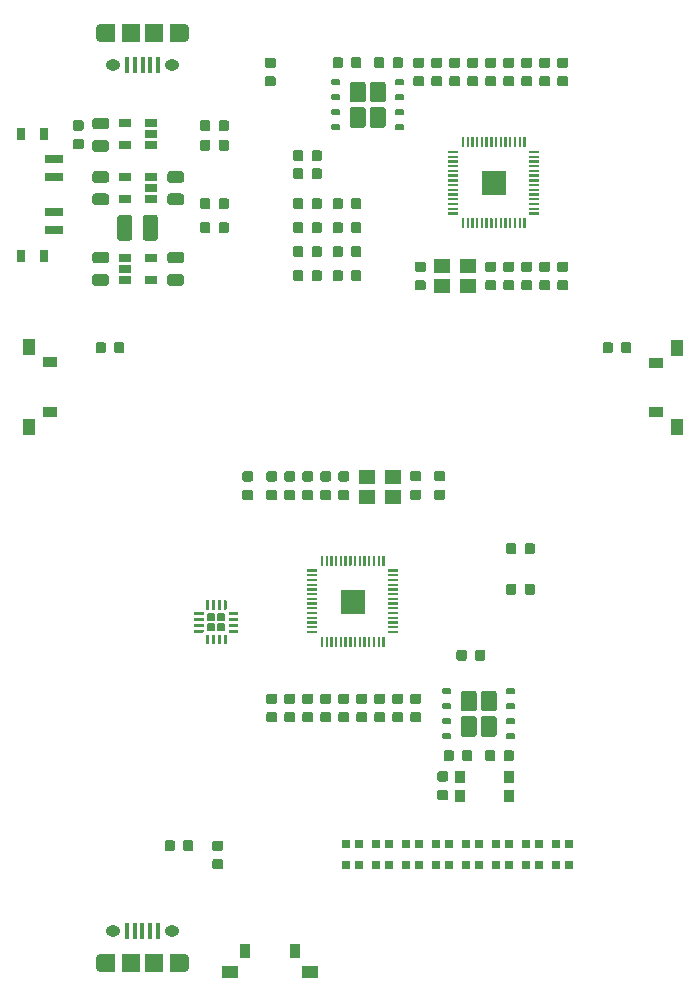
<source format=gbr>
G04 #@! TF.GenerationSoftware,KiCad,Pcbnew,5.1.5+dfsg1-2build2*
G04 #@! TF.CreationDate,2023-03-08T12:28:12+01:00*
G04 #@! TF.ProjectId,rp2040-launchpad-PCB,72703230-3430-42d6-9c61-756e63687061,rev?*
G04 #@! TF.SameCoordinates,Original*
G04 #@! TF.FileFunction,Paste,Top*
G04 #@! TF.FilePolarity,Positive*
%FSLAX46Y46*%
G04 Gerber Fmt 4.6, Leading zero omitted, Abs format (unit mm)*
G04 Created by KiCad (PCBNEW 5.1.5+dfsg1-2build2) date 2023-03-08 12:28:12*
%MOMM*%
%LPD*%
G04 APERTURE LIST*
%ADD10C,0.010000*%
%ADD11R,0.700000X0.700000*%
%ADD12R,1.200000X1.550000*%
%ADD13O,0.900000X1.550000*%
%ADD14O,1.250000X0.950000*%
%ADD15R,1.500000X1.550000*%
%ADD16R,0.400000X1.350000*%
%ADD17R,1.450000X1.000000*%
%ADD18R,0.900000X1.300000*%
%ADD19R,1.000000X1.450000*%
%ADD20R,1.300000X0.900000*%
%ADD21R,0.900000X1.000000*%
%ADD22C,0.100000*%
%ADD23R,1.060000X0.650000*%
%ADD24R,1.400000X1.200000*%
%ADD25R,1.500000X0.700000*%
%ADD26R,0.800000X1.000000*%
G04 APERTURE END LIST*
D10*
G36*
X140680000Y-118963000D02*
G01*
X138720000Y-118963000D01*
X138720000Y-117003000D01*
X140680000Y-117003000D01*
X140680000Y-118963000D01*
G37*
X140680000Y-118963000D02*
X138720000Y-118963000D01*
X138720000Y-117003000D01*
X140680000Y-117003000D01*
X140680000Y-118963000D01*
G36*
X150658000Y-81570000D02*
G01*
X152618000Y-81570000D01*
X152618000Y-83530000D01*
X150658000Y-83530000D01*
X150658000Y-81570000D01*
G37*
X150658000Y-81570000D02*
X152618000Y-81570000D01*
X152618000Y-83530000D01*
X150658000Y-83530000D01*
X150658000Y-81570000D01*
D11*
X140250000Y-140356000D03*
X139150000Y-140356000D03*
X140250000Y-138526000D03*
X139150000Y-138526000D03*
X142790000Y-140356000D03*
X141690000Y-140356000D03*
X142790000Y-138526000D03*
X141690000Y-138526000D03*
X145330000Y-140356000D03*
X144230000Y-140356000D03*
X145330000Y-138526000D03*
X144230000Y-138526000D03*
X147870000Y-140356000D03*
X146770000Y-140356000D03*
X147870000Y-138526000D03*
X146770000Y-138526000D03*
X150410000Y-140356000D03*
X149310000Y-140356000D03*
X150410000Y-138526000D03*
X149310000Y-138526000D03*
X152950000Y-140356000D03*
X151850000Y-140356000D03*
X152950000Y-138526000D03*
X151850000Y-138526000D03*
X155490000Y-140356000D03*
X154390000Y-140356000D03*
X155490000Y-138526000D03*
X154390000Y-138526000D03*
X158030000Y-140356000D03*
X156930000Y-140356000D03*
X158030000Y-138526000D03*
X156930000Y-138526000D03*
D12*
X124804000Y-69850000D03*
X119004000Y-69850000D03*
D13*
X118404000Y-69850000D03*
D14*
X124404000Y-72550000D03*
D15*
X120904000Y-69850000D03*
D16*
X120604000Y-72550000D03*
X121254000Y-72550000D03*
X121904000Y-72550000D03*
X122554000Y-72550000D03*
X123204000Y-72550000D03*
D15*
X122904000Y-69850000D03*
D14*
X119404000Y-72550000D03*
D13*
X125404000Y-69850000D03*
D12*
X118990000Y-148623000D03*
X124790000Y-148623000D03*
D13*
X125390000Y-148623000D03*
D14*
X119390000Y-145923000D03*
D15*
X122890000Y-148623000D03*
D16*
X123190000Y-145923000D03*
X122540000Y-145923000D03*
X121890000Y-145923000D03*
X121240000Y-145923000D03*
X120590000Y-145923000D03*
D15*
X120890000Y-148623000D03*
D14*
X124390000Y-145923000D03*
D13*
X118390000Y-148623000D03*
D17*
X136097000Y-149394000D03*
X129347000Y-149394000D03*
D18*
X130622000Y-147594000D03*
X134822000Y-147594000D03*
D19*
X167154000Y-96506000D03*
X167154000Y-103256000D03*
D20*
X165354000Y-101981000D03*
X165354000Y-97781000D03*
D19*
X112268000Y-103197000D03*
X112268000Y-96447000D03*
D20*
X114068000Y-97722000D03*
X114068000Y-101922000D03*
D21*
X148808000Y-134442000D03*
X148808000Y-132842000D03*
X152908000Y-134442000D03*
X152908000Y-132842000D03*
D22*
G36*
X128961626Y-120811301D02*
G01*
X128967693Y-120812201D01*
X128973643Y-120813691D01*
X128979418Y-120815758D01*
X128984962Y-120818380D01*
X128990223Y-120821533D01*
X128995150Y-120825187D01*
X128999694Y-120829306D01*
X129003813Y-120833850D01*
X129007467Y-120838777D01*
X129010620Y-120844038D01*
X129013242Y-120849582D01*
X129015309Y-120855357D01*
X129016799Y-120861307D01*
X129017699Y-120867374D01*
X129018000Y-120873500D01*
X129018000Y-121573500D01*
X129017699Y-121579626D01*
X129016799Y-121585693D01*
X129015309Y-121591643D01*
X129013242Y-121597418D01*
X129010620Y-121602962D01*
X129007467Y-121608223D01*
X129003813Y-121613150D01*
X128999694Y-121617694D01*
X128995150Y-121621813D01*
X128990223Y-121625467D01*
X128984962Y-121628620D01*
X128979418Y-121631242D01*
X128973643Y-121633309D01*
X128967693Y-121634799D01*
X128961626Y-121635699D01*
X128955500Y-121636000D01*
X128830500Y-121636000D01*
X128824374Y-121635699D01*
X128818307Y-121634799D01*
X128812357Y-121633309D01*
X128806582Y-121631242D01*
X128801038Y-121628620D01*
X128795777Y-121625467D01*
X128790850Y-121621813D01*
X128786306Y-121617694D01*
X128782187Y-121613150D01*
X128778533Y-121608223D01*
X128775380Y-121602962D01*
X128772758Y-121597418D01*
X128770691Y-121591643D01*
X128769201Y-121585693D01*
X128768301Y-121579626D01*
X128768000Y-121573500D01*
X128768000Y-120873500D01*
X128768301Y-120867374D01*
X128769201Y-120861307D01*
X128770691Y-120855357D01*
X128772758Y-120849582D01*
X128775380Y-120844038D01*
X128778533Y-120838777D01*
X128782187Y-120833850D01*
X128786306Y-120829306D01*
X128790850Y-120825187D01*
X128795777Y-120821533D01*
X128801038Y-120818380D01*
X128806582Y-120815758D01*
X128812357Y-120813691D01*
X128818307Y-120812201D01*
X128824374Y-120811301D01*
X128830500Y-120811000D01*
X128955500Y-120811000D01*
X128961626Y-120811301D01*
G37*
G36*
X128461626Y-120811301D02*
G01*
X128467693Y-120812201D01*
X128473643Y-120813691D01*
X128479418Y-120815758D01*
X128484962Y-120818380D01*
X128490223Y-120821533D01*
X128495150Y-120825187D01*
X128499694Y-120829306D01*
X128503813Y-120833850D01*
X128507467Y-120838777D01*
X128510620Y-120844038D01*
X128513242Y-120849582D01*
X128515309Y-120855357D01*
X128516799Y-120861307D01*
X128517699Y-120867374D01*
X128518000Y-120873500D01*
X128518000Y-121573500D01*
X128517699Y-121579626D01*
X128516799Y-121585693D01*
X128515309Y-121591643D01*
X128513242Y-121597418D01*
X128510620Y-121602962D01*
X128507467Y-121608223D01*
X128503813Y-121613150D01*
X128499694Y-121617694D01*
X128495150Y-121621813D01*
X128490223Y-121625467D01*
X128484962Y-121628620D01*
X128479418Y-121631242D01*
X128473643Y-121633309D01*
X128467693Y-121634799D01*
X128461626Y-121635699D01*
X128455500Y-121636000D01*
X128330500Y-121636000D01*
X128324374Y-121635699D01*
X128318307Y-121634799D01*
X128312357Y-121633309D01*
X128306582Y-121631242D01*
X128301038Y-121628620D01*
X128295777Y-121625467D01*
X128290850Y-121621813D01*
X128286306Y-121617694D01*
X128282187Y-121613150D01*
X128278533Y-121608223D01*
X128275380Y-121602962D01*
X128272758Y-121597418D01*
X128270691Y-121591643D01*
X128269201Y-121585693D01*
X128268301Y-121579626D01*
X128268000Y-121573500D01*
X128268000Y-120873500D01*
X128268301Y-120867374D01*
X128269201Y-120861307D01*
X128270691Y-120855357D01*
X128272758Y-120849582D01*
X128275380Y-120844038D01*
X128278533Y-120838777D01*
X128282187Y-120833850D01*
X128286306Y-120829306D01*
X128290850Y-120825187D01*
X128295777Y-120821533D01*
X128301038Y-120818380D01*
X128306582Y-120815758D01*
X128312357Y-120813691D01*
X128318307Y-120812201D01*
X128324374Y-120811301D01*
X128330500Y-120811000D01*
X128455500Y-120811000D01*
X128461626Y-120811301D01*
G37*
G36*
X127961626Y-120811301D02*
G01*
X127967693Y-120812201D01*
X127973643Y-120813691D01*
X127979418Y-120815758D01*
X127984962Y-120818380D01*
X127990223Y-120821533D01*
X127995150Y-120825187D01*
X127999694Y-120829306D01*
X128003813Y-120833850D01*
X128007467Y-120838777D01*
X128010620Y-120844038D01*
X128013242Y-120849582D01*
X128015309Y-120855357D01*
X128016799Y-120861307D01*
X128017699Y-120867374D01*
X128018000Y-120873500D01*
X128018000Y-121573500D01*
X128017699Y-121579626D01*
X128016799Y-121585693D01*
X128015309Y-121591643D01*
X128013242Y-121597418D01*
X128010620Y-121602962D01*
X128007467Y-121608223D01*
X128003813Y-121613150D01*
X127999694Y-121617694D01*
X127995150Y-121621813D01*
X127990223Y-121625467D01*
X127984962Y-121628620D01*
X127979418Y-121631242D01*
X127973643Y-121633309D01*
X127967693Y-121634799D01*
X127961626Y-121635699D01*
X127955500Y-121636000D01*
X127830500Y-121636000D01*
X127824374Y-121635699D01*
X127818307Y-121634799D01*
X127812357Y-121633309D01*
X127806582Y-121631242D01*
X127801038Y-121628620D01*
X127795777Y-121625467D01*
X127790850Y-121621813D01*
X127786306Y-121617694D01*
X127782187Y-121613150D01*
X127778533Y-121608223D01*
X127775380Y-121602962D01*
X127772758Y-121597418D01*
X127770691Y-121591643D01*
X127769201Y-121585693D01*
X127768301Y-121579626D01*
X127768000Y-121573500D01*
X127768000Y-120873500D01*
X127768301Y-120867374D01*
X127769201Y-120861307D01*
X127770691Y-120855357D01*
X127772758Y-120849582D01*
X127775380Y-120844038D01*
X127778533Y-120838777D01*
X127782187Y-120833850D01*
X127786306Y-120829306D01*
X127790850Y-120825187D01*
X127795777Y-120821533D01*
X127801038Y-120818380D01*
X127806582Y-120815758D01*
X127812357Y-120813691D01*
X127818307Y-120812201D01*
X127824374Y-120811301D01*
X127830500Y-120811000D01*
X127955500Y-120811000D01*
X127961626Y-120811301D01*
G37*
G36*
X127461626Y-120811301D02*
G01*
X127467693Y-120812201D01*
X127473643Y-120813691D01*
X127479418Y-120815758D01*
X127484962Y-120818380D01*
X127490223Y-120821533D01*
X127495150Y-120825187D01*
X127499694Y-120829306D01*
X127503813Y-120833850D01*
X127507467Y-120838777D01*
X127510620Y-120844038D01*
X127513242Y-120849582D01*
X127515309Y-120855357D01*
X127516799Y-120861307D01*
X127517699Y-120867374D01*
X127518000Y-120873500D01*
X127518000Y-121573500D01*
X127517699Y-121579626D01*
X127516799Y-121585693D01*
X127515309Y-121591643D01*
X127513242Y-121597418D01*
X127510620Y-121602962D01*
X127507467Y-121608223D01*
X127503813Y-121613150D01*
X127499694Y-121617694D01*
X127495150Y-121621813D01*
X127490223Y-121625467D01*
X127484962Y-121628620D01*
X127479418Y-121631242D01*
X127473643Y-121633309D01*
X127467693Y-121634799D01*
X127461626Y-121635699D01*
X127455500Y-121636000D01*
X127330500Y-121636000D01*
X127324374Y-121635699D01*
X127318307Y-121634799D01*
X127312357Y-121633309D01*
X127306582Y-121631242D01*
X127301038Y-121628620D01*
X127295777Y-121625467D01*
X127290850Y-121621813D01*
X127286306Y-121617694D01*
X127282187Y-121613150D01*
X127278533Y-121608223D01*
X127275380Y-121602962D01*
X127272758Y-121597418D01*
X127270691Y-121591643D01*
X127269201Y-121585693D01*
X127268301Y-121579626D01*
X127268000Y-121573500D01*
X127268000Y-120873500D01*
X127268301Y-120867374D01*
X127269201Y-120861307D01*
X127270691Y-120855357D01*
X127272758Y-120849582D01*
X127275380Y-120844038D01*
X127278533Y-120838777D01*
X127282187Y-120833850D01*
X127286306Y-120829306D01*
X127290850Y-120825187D01*
X127295777Y-120821533D01*
X127301038Y-120818380D01*
X127306582Y-120815758D01*
X127312357Y-120813691D01*
X127318307Y-120812201D01*
X127324374Y-120811301D01*
X127330500Y-120811000D01*
X127455500Y-120811000D01*
X127461626Y-120811301D01*
G37*
G36*
X127036626Y-120386301D02*
G01*
X127042693Y-120387201D01*
X127048643Y-120388691D01*
X127054418Y-120390758D01*
X127059962Y-120393380D01*
X127065223Y-120396533D01*
X127070150Y-120400187D01*
X127074694Y-120404306D01*
X127078813Y-120408850D01*
X127082467Y-120413777D01*
X127085620Y-120419038D01*
X127088242Y-120424582D01*
X127090309Y-120430357D01*
X127091799Y-120436307D01*
X127092699Y-120442374D01*
X127093000Y-120448500D01*
X127093000Y-120573500D01*
X127092699Y-120579626D01*
X127091799Y-120585693D01*
X127090309Y-120591643D01*
X127088242Y-120597418D01*
X127085620Y-120602962D01*
X127082467Y-120608223D01*
X127078813Y-120613150D01*
X127074694Y-120617694D01*
X127070150Y-120621813D01*
X127065223Y-120625467D01*
X127059962Y-120628620D01*
X127054418Y-120631242D01*
X127048643Y-120633309D01*
X127042693Y-120634799D01*
X127036626Y-120635699D01*
X127030500Y-120636000D01*
X126330500Y-120636000D01*
X126324374Y-120635699D01*
X126318307Y-120634799D01*
X126312357Y-120633309D01*
X126306582Y-120631242D01*
X126301038Y-120628620D01*
X126295777Y-120625467D01*
X126290850Y-120621813D01*
X126286306Y-120617694D01*
X126282187Y-120613150D01*
X126278533Y-120608223D01*
X126275380Y-120602962D01*
X126272758Y-120597418D01*
X126270691Y-120591643D01*
X126269201Y-120585693D01*
X126268301Y-120579626D01*
X126268000Y-120573500D01*
X126268000Y-120448500D01*
X126268301Y-120442374D01*
X126269201Y-120436307D01*
X126270691Y-120430357D01*
X126272758Y-120424582D01*
X126275380Y-120419038D01*
X126278533Y-120413777D01*
X126282187Y-120408850D01*
X126286306Y-120404306D01*
X126290850Y-120400187D01*
X126295777Y-120396533D01*
X126301038Y-120393380D01*
X126306582Y-120390758D01*
X126312357Y-120388691D01*
X126318307Y-120387201D01*
X126324374Y-120386301D01*
X126330500Y-120386000D01*
X127030500Y-120386000D01*
X127036626Y-120386301D01*
G37*
G36*
X127036626Y-119886301D02*
G01*
X127042693Y-119887201D01*
X127048643Y-119888691D01*
X127054418Y-119890758D01*
X127059962Y-119893380D01*
X127065223Y-119896533D01*
X127070150Y-119900187D01*
X127074694Y-119904306D01*
X127078813Y-119908850D01*
X127082467Y-119913777D01*
X127085620Y-119919038D01*
X127088242Y-119924582D01*
X127090309Y-119930357D01*
X127091799Y-119936307D01*
X127092699Y-119942374D01*
X127093000Y-119948500D01*
X127093000Y-120073500D01*
X127092699Y-120079626D01*
X127091799Y-120085693D01*
X127090309Y-120091643D01*
X127088242Y-120097418D01*
X127085620Y-120102962D01*
X127082467Y-120108223D01*
X127078813Y-120113150D01*
X127074694Y-120117694D01*
X127070150Y-120121813D01*
X127065223Y-120125467D01*
X127059962Y-120128620D01*
X127054418Y-120131242D01*
X127048643Y-120133309D01*
X127042693Y-120134799D01*
X127036626Y-120135699D01*
X127030500Y-120136000D01*
X126330500Y-120136000D01*
X126324374Y-120135699D01*
X126318307Y-120134799D01*
X126312357Y-120133309D01*
X126306582Y-120131242D01*
X126301038Y-120128620D01*
X126295777Y-120125467D01*
X126290850Y-120121813D01*
X126286306Y-120117694D01*
X126282187Y-120113150D01*
X126278533Y-120108223D01*
X126275380Y-120102962D01*
X126272758Y-120097418D01*
X126270691Y-120091643D01*
X126269201Y-120085693D01*
X126268301Y-120079626D01*
X126268000Y-120073500D01*
X126268000Y-119948500D01*
X126268301Y-119942374D01*
X126269201Y-119936307D01*
X126270691Y-119930357D01*
X126272758Y-119924582D01*
X126275380Y-119919038D01*
X126278533Y-119913777D01*
X126282187Y-119908850D01*
X126286306Y-119904306D01*
X126290850Y-119900187D01*
X126295777Y-119896533D01*
X126301038Y-119893380D01*
X126306582Y-119890758D01*
X126312357Y-119888691D01*
X126318307Y-119887201D01*
X126324374Y-119886301D01*
X126330500Y-119886000D01*
X127030500Y-119886000D01*
X127036626Y-119886301D01*
G37*
G36*
X127036626Y-119386301D02*
G01*
X127042693Y-119387201D01*
X127048643Y-119388691D01*
X127054418Y-119390758D01*
X127059962Y-119393380D01*
X127065223Y-119396533D01*
X127070150Y-119400187D01*
X127074694Y-119404306D01*
X127078813Y-119408850D01*
X127082467Y-119413777D01*
X127085620Y-119419038D01*
X127088242Y-119424582D01*
X127090309Y-119430357D01*
X127091799Y-119436307D01*
X127092699Y-119442374D01*
X127093000Y-119448500D01*
X127093000Y-119573500D01*
X127092699Y-119579626D01*
X127091799Y-119585693D01*
X127090309Y-119591643D01*
X127088242Y-119597418D01*
X127085620Y-119602962D01*
X127082467Y-119608223D01*
X127078813Y-119613150D01*
X127074694Y-119617694D01*
X127070150Y-119621813D01*
X127065223Y-119625467D01*
X127059962Y-119628620D01*
X127054418Y-119631242D01*
X127048643Y-119633309D01*
X127042693Y-119634799D01*
X127036626Y-119635699D01*
X127030500Y-119636000D01*
X126330500Y-119636000D01*
X126324374Y-119635699D01*
X126318307Y-119634799D01*
X126312357Y-119633309D01*
X126306582Y-119631242D01*
X126301038Y-119628620D01*
X126295777Y-119625467D01*
X126290850Y-119621813D01*
X126286306Y-119617694D01*
X126282187Y-119613150D01*
X126278533Y-119608223D01*
X126275380Y-119602962D01*
X126272758Y-119597418D01*
X126270691Y-119591643D01*
X126269201Y-119585693D01*
X126268301Y-119579626D01*
X126268000Y-119573500D01*
X126268000Y-119448500D01*
X126268301Y-119442374D01*
X126269201Y-119436307D01*
X126270691Y-119430357D01*
X126272758Y-119424582D01*
X126275380Y-119419038D01*
X126278533Y-119413777D01*
X126282187Y-119408850D01*
X126286306Y-119404306D01*
X126290850Y-119400187D01*
X126295777Y-119396533D01*
X126301038Y-119393380D01*
X126306582Y-119390758D01*
X126312357Y-119388691D01*
X126318307Y-119387201D01*
X126324374Y-119386301D01*
X126330500Y-119386000D01*
X127030500Y-119386000D01*
X127036626Y-119386301D01*
G37*
G36*
X127036626Y-118886301D02*
G01*
X127042693Y-118887201D01*
X127048643Y-118888691D01*
X127054418Y-118890758D01*
X127059962Y-118893380D01*
X127065223Y-118896533D01*
X127070150Y-118900187D01*
X127074694Y-118904306D01*
X127078813Y-118908850D01*
X127082467Y-118913777D01*
X127085620Y-118919038D01*
X127088242Y-118924582D01*
X127090309Y-118930357D01*
X127091799Y-118936307D01*
X127092699Y-118942374D01*
X127093000Y-118948500D01*
X127093000Y-119073500D01*
X127092699Y-119079626D01*
X127091799Y-119085693D01*
X127090309Y-119091643D01*
X127088242Y-119097418D01*
X127085620Y-119102962D01*
X127082467Y-119108223D01*
X127078813Y-119113150D01*
X127074694Y-119117694D01*
X127070150Y-119121813D01*
X127065223Y-119125467D01*
X127059962Y-119128620D01*
X127054418Y-119131242D01*
X127048643Y-119133309D01*
X127042693Y-119134799D01*
X127036626Y-119135699D01*
X127030500Y-119136000D01*
X126330500Y-119136000D01*
X126324374Y-119135699D01*
X126318307Y-119134799D01*
X126312357Y-119133309D01*
X126306582Y-119131242D01*
X126301038Y-119128620D01*
X126295777Y-119125467D01*
X126290850Y-119121813D01*
X126286306Y-119117694D01*
X126282187Y-119113150D01*
X126278533Y-119108223D01*
X126275380Y-119102962D01*
X126272758Y-119097418D01*
X126270691Y-119091643D01*
X126269201Y-119085693D01*
X126268301Y-119079626D01*
X126268000Y-119073500D01*
X126268000Y-118948500D01*
X126268301Y-118942374D01*
X126269201Y-118936307D01*
X126270691Y-118930357D01*
X126272758Y-118924582D01*
X126275380Y-118919038D01*
X126278533Y-118913777D01*
X126282187Y-118908850D01*
X126286306Y-118904306D01*
X126290850Y-118900187D01*
X126295777Y-118896533D01*
X126301038Y-118893380D01*
X126306582Y-118890758D01*
X126312357Y-118888691D01*
X126318307Y-118887201D01*
X126324374Y-118886301D01*
X126330500Y-118886000D01*
X127030500Y-118886000D01*
X127036626Y-118886301D01*
G37*
G36*
X127461626Y-117886301D02*
G01*
X127467693Y-117887201D01*
X127473643Y-117888691D01*
X127479418Y-117890758D01*
X127484962Y-117893380D01*
X127490223Y-117896533D01*
X127495150Y-117900187D01*
X127499694Y-117904306D01*
X127503813Y-117908850D01*
X127507467Y-117913777D01*
X127510620Y-117919038D01*
X127513242Y-117924582D01*
X127515309Y-117930357D01*
X127516799Y-117936307D01*
X127517699Y-117942374D01*
X127518000Y-117948500D01*
X127518000Y-118648500D01*
X127517699Y-118654626D01*
X127516799Y-118660693D01*
X127515309Y-118666643D01*
X127513242Y-118672418D01*
X127510620Y-118677962D01*
X127507467Y-118683223D01*
X127503813Y-118688150D01*
X127499694Y-118692694D01*
X127495150Y-118696813D01*
X127490223Y-118700467D01*
X127484962Y-118703620D01*
X127479418Y-118706242D01*
X127473643Y-118708309D01*
X127467693Y-118709799D01*
X127461626Y-118710699D01*
X127455500Y-118711000D01*
X127330500Y-118711000D01*
X127324374Y-118710699D01*
X127318307Y-118709799D01*
X127312357Y-118708309D01*
X127306582Y-118706242D01*
X127301038Y-118703620D01*
X127295777Y-118700467D01*
X127290850Y-118696813D01*
X127286306Y-118692694D01*
X127282187Y-118688150D01*
X127278533Y-118683223D01*
X127275380Y-118677962D01*
X127272758Y-118672418D01*
X127270691Y-118666643D01*
X127269201Y-118660693D01*
X127268301Y-118654626D01*
X127268000Y-118648500D01*
X127268000Y-117948500D01*
X127268301Y-117942374D01*
X127269201Y-117936307D01*
X127270691Y-117930357D01*
X127272758Y-117924582D01*
X127275380Y-117919038D01*
X127278533Y-117913777D01*
X127282187Y-117908850D01*
X127286306Y-117904306D01*
X127290850Y-117900187D01*
X127295777Y-117896533D01*
X127301038Y-117893380D01*
X127306582Y-117890758D01*
X127312357Y-117888691D01*
X127318307Y-117887201D01*
X127324374Y-117886301D01*
X127330500Y-117886000D01*
X127455500Y-117886000D01*
X127461626Y-117886301D01*
G37*
G36*
X127961626Y-117886301D02*
G01*
X127967693Y-117887201D01*
X127973643Y-117888691D01*
X127979418Y-117890758D01*
X127984962Y-117893380D01*
X127990223Y-117896533D01*
X127995150Y-117900187D01*
X127999694Y-117904306D01*
X128003813Y-117908850D01*
X128007467Y-117913777D01*
X128010620Y-117919038D01*
X128013242Y-117924582D01*
X128015309Y-117930357D01*
X128016799Y-117936307D01*
X128017699Y-117942374D01*
X128018000Y-117948500D01*
X128018000Y-118648500D01*
X128017699Y-118654626D01*
X128016799Y-118660693D01*
X128015309Y-118666643D01*
X128013242Y-118672418D01*
X128010620Y-118677962D01*
X128007467Y-118683223D01*
X128003813Y-118688150D01*
X127999694Y-118692694D01*
X127995150Y-118696813D01*
X127990223Y-118700467D01*
X127984962Y-118703620D01*
X127979418Y-118706242D01*
X127973643Y-118708309D01*
X127967693Y-118709799D01*
X127961626Y-118710699D01*
X127955500Y-118711000D01*
X127830500Y-118711000D01*
X127824374Y-118710699D01*
X127818307Y-118709799D01*
X127812357Y-118708309D01*
X127806582Y-118706242D01*
X127801038Y-118703620D01*
X127795777Y-118700467D01*
X127790850Y-118696813D01*
X127786306Y-118692694D01*
X127782187Y-118688150D01*
X127778533Y-118683223D01*
X127775380Y-118677962D01*
X127772758Y-118672418D01*
X127770691Y-118666643D01*
X127769201Y-118660693D01*
X127768301Y-118654626D01*
X127768000Y-118648500D01*
X127768000Y-117948500D01*
X127768301Y-117942374D01*
X127769201Y-117936307D01*
X127770691Y-117930357D01*
X127772758Y-117924582D01*
X127775380Y-117919038D01*
X127778533Y-117913777D01*
X127782187Y-117908850D01*
X127786306Y-117904306D01*
X127790850Y-117900187D01*
X127795777Y-117896533D01*
X127801038Y-117893380D01*
X127806582Y-117890758D01*
X127812357Y-117888691D01*
X127818307Y-117887201D01*
X127824374Y-117886301D01*
X127830500Y-117886000D01*
X127955500Y-117886000D01*
X127961626Y-117886301D01*
G37*
G36*
X128461626Y-117886301D02*
G01*
X128467693Y-117887201D01*
X128473643Y-117888691D01*
X128479418Y-117890758D01*
X128484962Y-117893380D01*
X128490223Y-117896533D01*
X128495150Y-117900187D01*
X128499694Y-117904306D01*
X128503813Y-117908850D01*
X128507467Y-117913777D01*
X128510620Y-117919038D01*
X128513242Y-117924582D01*
X128515309Y-117930357D01*
X128516799Y-117936307D01*
X128517699Y-117942374D01*
X128518000Y-117948500D01*
X128518000Y-118648500D01*
X128517699Y-118654626D01*
X128516799Y-118660693D01*
X128515309Y-118666643D01*
X128513242Y-118672418D01*
X128510620Y-118677962D01*
X128507467Y-118683223D01*
X128503813Y-118688150D01*
X128499694Y-118692694D01*
X128495150Y-118696813D01*
X128490223Y-118700467D01*
X128484962Y-118703620D01*
X128479418Y-118706242D01*
X128473643Y-118708309D01*
X128467693Y-118709799D01*
X128461626Y-118710699D01*
X128455500Y-118711000D01*
X128330500Y-118711000D01*
X128324374Y-118710699D01*
X128318307Y-118709799D01*
X128312357Y-118708309D01*
X128306582Y-118706242D01*
X128301038Y-118703620D01*
X128295777Y-118700467D01*
X128290850Y-118696813D01*
X128286306Y-118692694D01*
X128282187Y-118688150D01*
X128278533Y-118683223D01*
X128275380Y-118677962D01*
X128272758Y-118672418D01*
X128270691Y-118666643D01*
X128269201Y-118660693D01*
X128268301Y-118654626D01*
X128268000Y-118648500D01*
X128268000Y-117948500D01*
X128268301Y-117942374D01*
X128269201Y-117936307D01*
X128270691Y-117930357D01*
X128272758Y-117924582D01*
X128275380Y-117919038D01*
X128278533Y-117913777D01*
X128282187Y-117908850D01*
X128286306Y-117904306D01*
X128290850Y-117900187D01*
X128295777Y-117896533D01*
X128301038Y-117893380D01*
X128306582Y-117890758D01*
X128312357Y-117888691D01*
X128318307Y-117887201D01*
X128324374Y-117886301D01*
X128330500Y-117886000D01*
X128455500Y-117886000D01*
X128461626Y-117886301D01*
G37*
G36*
X128961626Y-117886301D02*
G01*
X128967693Y-117887201D01*
X128973643Y-117888691D01*
X128979418Y-117890758D01*
X128984962Y-117893380D01*
X128990223Y-117896533D01*
X128995150Y-117900187D01*
X128999694Y-117904306D01*
X129003813Y-117908850D01*
X129007467Y-117913777D01*
X129010620Y-117919038D01*
X129013242Y-117924582D01*
X129015309Y-117930357D01*
X129016799Y-117936307D01*
X129017699Y-117942374D01*
X129018000Y-117948500D01*
X129018000Y-118648500D01*
X129017699Y-118654626D01*
X129016799Y-118660693D01*
X129015309Y-118666643D01*
X129013242Y-118672418D01*
X129010620Y-118677962D01*
X129007467Y-118683223D01*
X129003813Y-118688150D01*
X128999694Y-118692694D01*
X128995150Y-118696813D01*
X128990223Y-118700467D01*
X128984962Y-118703620D01*
X128979418Y-118706242D01*
X128973643Y-118708309D01*
X128967693Y-118709799D01*
X128961626Y-118710699D01*
X128955500Y-118711000D01*
X128830500Y-118711000D01*
X128824374Y-118710699D01*
X128818307Y-118709799D01*
X128812357Y-118708309D01*
X128806582Y-118706242D01*
X128801038Y-118703620D01*
X128795777Y-118700467D01*
X128790850Y-118696813D01*
X128786306Y-118692694D01*
X128782187Y-118688150D01*
X128778533Y-118683223D01*
X128775380Y-118677962D01*
X128772758Y-118672418D01*
X128770691Y-118666643D01*
X128769201Y-118660693D01*
X128768301Y-118654626D01*
X128768000Y-118648500D01*
X128768000Y-117948500D01*
X128768301Y-117942374D01*
X128769201Y-117936307D01*
X128770691Y-117930357D01*
X128772758Y-117924582D01*
X128775380Y-117919038D01*
X128778533Y-117913777D01*
X128782187Y-117908850D01*
X128786306Y-117904306D01*
X128790850Y-117900187D01*
X128795777Y-117896533D01*
X128801038Y-117893380D01*
X128806582Y-117890758D01*
X128812357Y-117888691D01*
X128818307Y-117887201D01*
X128824374Y-117886301D01*
X128830500Y-117886000D01*
X128955500Y-117886000D01*
X128961626Y-117886301D01*
G37*
G36*
X129961626Y-118886301D02*
G01*
X129967693Y-118887201D01*
X129973643Y-118888691D01*
X129979418Y-118890758D01*
X129984962Y-118893380D01*
X129990223Y-118896533D01*
X129995150Y-118900187D01*
X129999694Y-118904306D01*
X130003813Y-118908850D01*
X130007467Y-118913777D01*
X130010620Y-118919038D01*
X130013242Y-118924582D01*
X130015309Y-118930357D01*
X130016799Y-118936307D01*
X130017699Y-118942374D01*
X130018000Y-118948500D01*
X130018000Y-119073500D01*
X130017699Y-119079626D01*
X130016799Y-119085693D01*
X130015309Y-119091643D01*
X130013242Y-119097418D01*
X130010620Y-119102962D01*
X130007467Y-119108223D01*
X130003813Y-119113150D01*
X129999694Y-119117694D01*
X129995150Y-119121813D01*
X129990223Y-119125467D01*
X129984962Y-119128620D01*
X129979418Y-119131242D01*
X129973643Y-119133309D01*
X129967693Y-119134799D01*
X129961626Y-119135699D01*
X129955500Y-119136000D01*
X129255500Y-119136000D01*
X129249374Y-119135699D01*
X129243307Y-119134799D01*
X129237357Y-119133309D01*
X129231582Y-119131242D01*
X129226038Y-119128620D01*
X129220777Y-119125467D01*
X129215850Y-119121813D01*
X129211306Y-119117694D01*
X129207187Y-119113150D01*
X129203533Y-119108223D01*
X129200380Y-119102962D01*
X129197758Y-119097418D01*
X129195691Y-119091643D01*
X129194201Y-119085693D01*
X129193301Y-119079626D01*
X129193000Y-119073500D01*
X129193000Y-118948500D01*
X129193301Y-118942374D01*
X129194201Y-118936307D01*
X129195691Y-118930357D01*
X129197758Y-118924582D01*
X129200380Y-118919038D01*
X129203533Y-118913777D01*
X129207187Y-118908850D01*
X129211306Y-118904306D01*
X129215850Y-118900187D01*
X129220777Y-118896533D01*
X129226038Y-118893380D01*
X129231582Y-118890758D01*
X129237357Y-118888691D01*
X129243307Y-118887201D01*
X129249374Y-118886301D01*
X129255500Y-118886000D01*
X129955500Y-118886000D01*
X129961626Y-118886301D01*
G37*
G36*
X129961626Y-119386301D02*
G01*
X129967693Y-119387201D01*
X129973643Y-119388691D01*
X129979418Y-119390758D01*
X129984962Y-119393380D01*
X129990223Y-119396533D01*
X129995150Y-119400187D01*
X129999694Y-119404306D01*
X130003813Y-119408850D01*
X130007467Y-119413777D01*
X130010620Y-119419038D01*
X130013242Y-119424582D01*
X130015309Y-119430357D01*
X130016799Y-119436307D01*
X130017699Y-119442374D01*
X130018000Y-119448500D01*
X130018000Y-119573500D01*
X130017699Y-119579626D01*
X130016799Y-119585693D01*
X130015309Y-119591643D01*
X130013242Y-119597418D01*
X130010620Y-119602962D01*
X130007467Y-119608223D01*
X130003813Y-119613150D01*
X129999694Y-119617694D01*
X129995150Y-119621813D01*
X129990223Y-119625467D01*
X129984962Y-119628620D01*
X129979418Y-119631242D01*
X129973643Y-119633309D01*
X129967693Y-119634799D01*
X129961626Y-119635699D01*
X129955500Y-119636000D01*
X129255500Y-119636000D01*
X129249374Y-119635699D01*
X129243307Y-119634799D01*
X129237357Y-119633309D01*
X129231582Y-119631242D01*
X129226038Y-119628620D01*
X129220777Y-119625467D01*
X129215850Y-119621813D01*
X129211306Y-119617694D01*
X129207187Y-119613150D01*
X129203533Y-119608223D01*
X129200380Y-119602962D01*
X129197758Y-119597418D01*
X129195691Y-119591643D01*
X129194201Y-119585693D01*
X129193301Y-119579626D01*
X129193000Y-119573500D01*
X129193000Y-119448500D01*
X129193301Y-119442374D01*
X129194201Y-119436307D01*
X129195691Y-119430357D01*
X129197758Y-119424582D01*
X129200380Y-119419038D01*
X129203533Y-119413777D01*
X129207187Y-119408850D01*
X129211306Y-119404306D01*
X129215850Y-119400187D01*
X129220777Y-119396533D01*
X129226038Y-119393380D01*
X129231582Y-119390758D01*
X129237357Y-119388691D01*
X129243307Y-119387201D01*
X129249374Y-119386301D01*
X129255500Y-119386000D01*
X129955500Y-119386000D01*
X129961626Y-119386301D01*
G37*
G36*
X129961626Y-119886301D02*
G01*
X129967693Y-119887201D01*
X129973643Y-119888691D01*
X129979418Y-119890758D01*
X129984962Y-119893380D01*
X129990223Y-119896533D01*
X129995150Y-119900187D01*
X129999694Y-119904306D01*
X130003813Y-119908850D01*
X130007467Y-119913777D01*
X130010620Y-119919038D01*
X130013242Y-119924582D01*
X130015309Y-119930357D01*
X130016799Y-119936307D01*
X130017699Y-119942374D01*
X130018000Y-119948500D01*
X130018000Y-120073500D01*
X130017699Y-120079626D01*
X130016799Y-120085693D01*
X130015309Y-120091643D01*
X130013242Y-120097418D01*
X130010620Y-120102962D01*
X130007467Y-120108223D01*
X130003813Y-120113150D01*
X129999694Y-120117694D01*
X129995150Y-120121813D01*
X129990223Y-120125467D01*
X129984962Y-120128620D01*
X129979418Y-120131242D01*
X129973643Y-120133309D01*
X129967693Y-120134799D01*
X129961626Y-120135699D01*
X129955500Y-120136000D01*
X129255500Y-120136000D01*
X129249374Y-120135699D01*
X129243307Y-120134799D01*
X129237357Y-120133309D01*
X129231582Y-120131242D01*
X129226038Y-120128620D01*
X129220777Y-120125467D01*
X129215850Y-120121813D01*
X129211306Y-120117694D01*
X129207187Y-120113150D01*
X129203533Y-120108223D01*
X129200380Y-120102962D01*
X129197758Y-120097418D01*
X129195691Y-120091643D01*
X129194201Y-120085693D01*
X129193301Y-120079626D01*
X129193000Y-120073500D01*
X129193000Y-119948500D01*
X129193301Y-119942374D01*
X129194201Y-119936307D01*
X129195691Y-119930357D01*
X129197758Y-119924582D01*
X129200380Y-119919038D01*
X129203533Y-119913777D01*
X129207187Y-119908850D01*
X129211306Y-119904306D01*
X129215850Y-119900187D01*
X129220777Y-119896533D01*
X129226038Y-119893380D01*
X129231582Y-119890758D01*
X129237357Y-119888691D01*
X129243307Y-119887201D01*
X129249374Y-119886301D01*
X129255500Y-119886000D01*
X129955500Y-119886000D01*
X129961626Y-119886301D01*
G37*
G36*
X129961626Y-120386301D02*
G01*
X129967693Y-120387201D01*
X129973643Y-120388691D01*
X129979418Y-120390758D01*
X129984962Y-120393380D01*
X129990223Y-120396533D01*
X129995150Y-120400187D01*
X129999694Y-120404306D01*
X130003813Y-120408850D01*
X130007467Y-120413777D01*
X130010620Y-120419038D01*
X130013242Y-120424582D01*
X130015309Y-120430357D01*
X130016799Y-120436307D01*
X130017699Y-120442374D01*
X130018000Y-120448500D01*
X130018000Y-120573500D01*
X130017699Y-120579626D01*
X130016799Y-120585693D01*
X130015309Y-120591643D01*
X130013242Y-120597418D01*
X130010620Y-120602962D01*
X130007467Y-120608223D01*
X130003813Y-120613150D01*
X129999694Y-120617694D01*
X129995150Y-120621813D01*
X129990223Y-120625467D01*
X129984962Y-120628620D01*
X129979418Y-120631242D01*
X129973643Y-120633309D01*
X129967693Y-120634799D01*
X129961626Y-120635699D01*
X129955500Y-120636000D01*
X129255500Y-120636000D01*
X129249374Y-120635699D01*
X129243307Y-120634799D01*
X129237357Y-120633309D01*
X129231582Y-120631242D01*
X129226038Y-120628620D01*
X129220777Y-120625467D01*
X129215850Y-120621813D01*
X129211306Y-120617694D01*
X129207187Y-120613150D01*
X129203533Y-120608223D01*
X129200380Y-120602962D01*
X129197758Y-120597418D01*
X129195691Y-120591643D01*
X129194201Y-120585693D01*
X129193301Y-120579626D01*
X129193000Y-120573500D01*
X129193000Y-120448500D01*
X129193301Y-120442374D01*
X129194201Y-120436307D01*
X129195691Y-120430357D01*
X129197758Y-120424582D01*
X129200380Y-120419038D01*
X129203533Y-120413777D01*
X129207187Y-120408850D01*
X129211306Y-120404306D01*
X129215850Y-120400187D01*
X129220777Y-120396533D01*
X129226038Y-120393380D01*
X129231582Y-120390758D01*
X129237357Y-120388691D01*
X129243307Y-120387201D01*
X129249374Y-120386301D01*
X129255500Y-120386000D01*
X129955500Y-120386000D01*
X129961626Y-120386301D01*
G37*
G36*
X127907408Y-118991831D02*
G01*
X127924153Y-118994315D01*
X127940574Y-118998428D01*
X127956513Y-119004131D01*
X127971816Y-119011369D01*
X127986336Y-119020071D01*
X127999933Y-119030156D01*
X128012476Y-119041524D01*
X128023844Y-119054067D01*
X128033929Y-119067664D01*
X128042631Y-119082184D01*
X128049869Y-119097487D01*
X128055572Y-119113426D01*
X128059685Y-119129847D01*
X128062169Y-119146592D01*
X128063000Y-119163500D01*
X128063000Y-119508500D01*
X128062169Y-119525408D01*
X128059685Y-119542153D01*
X128055572Y-119558574D01*
X128049869Y-119574513D01*
X128042631Y-119589816D01*
X128033929Y-119604336D01*
X128023844Y-119617933D01*
X128012476Y-119630476D01*
X127999933Y-119641844D01*
X127986336Y-119651929D01*
X127971816Y-119660631D01*
X127956513Y-119667869D01*
X127940574Y-119673572D01*
X127924153Y-119677685D01*
X127907408Y-119680169D01*
X127890500Y-119681000D01*
X127545500Y-119681000D01*
X127528592Y-119680169D01*
X127511847Y-119677685D01*
X127495426Y-119673572D01*
X127479487Y-119667869D01*
X127464184Y-119660631D01*
X127449664Y-119651929D01*
X127436067Y-119641844D01*
X127423524Y-119630476D01*
X127412156Y-119617933D01*
X127402071Y-119604336D01*
X127393369Y-119589816D01*
X127386131Y-119574513D01*
X127380428Y-119558574D01*
X127376315Y-119542153D01*
X127373831Y-119525408D01*
X127373000Y-119508500D01*
X127373000Y-119163500D01*
X127373831Y-119146592D01*
X127376315Y-119129847D01*
X127380428Y-119113426D01*
X127386131Y-119097487D01*
X127393369Y-119082184D01*
X127402071Y-119067664D01*
X127412156Y-119054067D01*
X127423524Y-119041524D01*
X127436067Y-119030156D01*
X127449664Y-119020071D01*
X127464184Y-119011369D01*
X127479487Y-119004131D01*
X127495426Y-118998428D01*
X127511847Y-118994315D01*
X127528592Y-118991831D01*
X127545500Y-118991000D01*
X127890500Y-118991000D01*
X127907408Y-118991831D01*
G37*
G36*
X127907408Y-119841831D02*
G01*
X127924153Y-119844315D01*
X127940574Y-119848428D01*
X127956513Y-119854131D01*
X127971816Y-119861369D01*
X127986336Y-119870071D01*
X127999933Y-119880156D01*
X128012476Y-119891524D01*
X128023844Y-119904067D01*
X128033929Y-119917664D01*
X128042631Y-119932184D01*
X128049869Y-119947487D01*
X128055572Y-119963426D01*
X128059685Y-119979847D01*
X128062169Y-119996592D01*
X128063000Y-120013500D01*
X128063000Y-120358500D01*
X128062169Y-120375408D01*
X128059685Y-120392153D01*
X128055572Y-120408574D01*
X128049869Y-120424513D01*
X128042631Y-120439816D01*
X128033929Y-120454336D01*
X128023844Y-120467933D01*
X128012476Y-120480476D01*
X127999933Y-120491844D01*
X127986336Y-120501929D01*
X127971816Y-120510631D01*
X127956513Y-120517869D01*
X127940574Y-120523572D01*
X127924153Y-120527685D01*
X127907408Y-120530169D01*
X127890500Y-120531000D01*
X127545500Y-120531000D01*
X127528592Y-120530169D01*
X127511847Y-120527685D01*
X127495426Y-120523572D01*
X127479487Y-120517869D01*
X127464184Y-120510631D01*
X127449664Y-120501929D01*
X127436067Y-120491844D01*
X127423524Y-120480476D01*
X127412156Y-120467933D01*
X127402071Y-120454336D01*
X127393369Y-120439816D01*
X127386131Y-120424513D01*
X127380428Y-120408574D01*
X127376315Y-120392153D01*
X127373831Y-120375408D01*
X127373000Y-120358500D01*
X127373000Y-120013500D01*
X127373831Y-119996592D01*
X127376315Y-119979847D01*
X127380428Y-119963426D01*
X127386131Y-119947487D01*
X127393369Y-119932184D01*
X127402071Y-119917664D01*
X127412156Y-119904067D01*
X127423524Y-119891524D01*
X127436067Y-119880156D01*
X127449664Y-119870071D01*
X127464184Y-119861369D01*
X127479487Y-119854131D01*
X127495426Y-119848428D01*
X127511847Y-119844315D01*
X127528592Y-119841831D01*
X127545500Y-119841000D01*
X127890500Y-119841000D01*
X127907408Y-119841831D01*
G37*
G36*
X128757408Y-118991831D02*
G01*
X128774153Y-118994315D01*
X128790574Y-118998428D01*
X128806513Y-119004131D01*
X128821816Y-119011369D01*
X128836336Y-119020071D01*
X128849933Y-119030156D01*
X128862476Y-119041524D01*
X128873844Y-119054067D01*
X128883929Y-119067664D01*
X128892631Y-119082184D01*
X128899869Y-119097487D01*
X128905572Y-119113426D01*
X128909685Y-119129847D01*
X128912169Y-119146592D01*
X128913000Y-119163500D01*
X128913000Y-119508500D01*
X128912169Y-119525408D01*
X128909685Y-119542153D01*
X128905572Y-119558574D01*
X128899869Y-119574513D01*
X128892631Y-119589816D01*
X128883929Y-119604336D01*
X128873844Y-119617933D01*
X128862476Y-119630476D01*
X128849933Y-119641844D01*
X128836336Y-119651929D01*
X128821816Y-119660631D01*
X128806513Y-119667869D01*
X128790574Y-119673572D01*
X128774153Y-119677685D01*
X128757408Y-119680169D01*
X128740500Y-119681000D01*
X128395500Y-119681000D01*
X128378592Y-119680169D01*
X128361847Y-119677685D01*
X128345426Y-119673572D01*
X128329487Y-119667869D01*
X128314184Y-119660631D01*
X128299664Y-119651929D01*
X128286067Y-119641844D01*
X128273524Y-119630476D01*
X128262156Y-119617933D01*
X128252071Y-119604336D01*
X128243369Y-119589816D01*
X128236131Y-119574513D01*
X128230428Y-119558574D01*
X128226315Y-119542153D01*
X128223831Y-119525408D01*
X128223000Y-119508500D01*
X128223000Y-119163500D01*
X128223831Y-119146592D01*
X128226315Y-119129847D01*
X128230428Y-119113426D01*
X128236131Y-119097487D01*
X128243369Y-119082184D01*
X128252071Y-119067664D01*
X128262156Y-119054067D01*
X128273524Y-119041524D01*
X128286067Y-119030156D01*
X128299664Y-119020071D01*
X128314184Y-119011369D01*
X128329487Y-119004131D01*
X128345426Y-118998428D01*
X128361847Y-118994315D01*
X128378592Y-118991831D01*
X128395500Y-118991000D01*
X128740500Y-118991000D01*
X128757408Y-118991831D01*
G37*
G36*
X128757408Y-119841831D02*
G01*
X128774153Y-119844315D01*
X128790574Y-119848428D01*
X128806513Y-119854131D01*
X128821816Y-119861369D01*
X128836336Y-119870071D01*
X128849933Y-119880156D01*
X128862476Y-119891524D01*
X128873844Y-119904067D01*
X128883929Y-119917664D01*
X128892631Y-119932184D01*
X128899869Y-119947487D01*
X128905572Y-119963426D01*
X128909685Y-119979847D01*
X128912169Y-119996592D01*
X128913000Y-120013500D01*
X128913000Y-120358500D01*
X128912169Y-120375408D01*
X128909685Y-120392153D01*
X128905572Y-120408574D01*
X128899869Y-120424513D01*
X128892631Y-120439816D01*
X128883929Y-120454336D01*
X128873844Y-120467933D01*
X128862476Y-120480476D01*
X128849933Y-120491844D01*
X128836336Y-120501929D01*
X128821816Y-120510631D01*
X128806513Y-120517869D01*
X128790574Y-120523572D01*
X128774153Y-120527685D01*
X128757408Y-120530169D01*
X128740500Y-120531000D01*
X128395500Y-120531000D01*
X128378592Y-120530169D01*
X128361847Y-120527685D01*
X128345426Y-120523572D01*
X128329487Y-120517869D01*
X128314184Y-120510631D01*
X128299664Y-120501929D01*
X128286067Y-120491844D01*
X128273524Y-120480476D01*
X128262156Y-120467933D01*
X128252071Y-120454336D01*
X128243369Y-120439816D01*
X128236131Y-120424513D01*
X128230428Y-120408574D01*
X128226315Y-120392153D01*
X128223831Y-120375408D01*
X128223000Y-120358500D01*
X128223000Y-120013500D01*
X128223831Y-119996592D01*
X128226315Y-119979847D01*
X128230428Y-119963426D01*
X128236131Y-119947487D01*
X128243369Y-119932184D01*
X128252071Y-119917664D01*
X128262156Y-119904067D01*
X128273524Y-119891524D01*
X128286067Y-119880156D01*
X128299664Y-119870071D01*
X128314184Y-119861369D01*
X128329487Y-119854131D01*
X128345426Y-119848428D01*
X128361847Y-119844315D01*
X128378592Y-119841831D01*
X128395500Y-119841000D01*
X128740500Y-119841000D01*
X128757408Y-119841831D01*
G37*
G36*
X127443191Y-78901053D02*
G01*
X127464426Y-78904203D01*
X127485250Y-78909419D01*
X127505462Y-78916651D01*
X127524868Y-78925830D01*
X127543281Y-78936866D01*
X127560524Y-78949654D01*
X127576430Y-78964070D01*
X127590846Y-78979976D01*
X127603634Y-78997219D01*
X127614670Y-79015632D01*
X127623849Y-79035038D01*
X127631081Y-79055250D01*
X127636297Y-79076074D01*
X127639447Y-79097309D01*
X127640500Y-79118750D01*
X127640500Y-79631250D01*
X127639447Y-79652691D01*
X127636297Y-79673926D01*
X127631081Y-79694750D01*
X127623849Y-79714962D01*
X127614670Y-79734368D01*
X127603634Y-79752781D01*
X127590846Y-79770024D01*
X127576430Y-79785930D01*
X127560524Y-79800346D01*
X127543281Y-79813134D01*
X127524868Y-79824170D01*
X127505462Y-79833349D01*
X127485250Y-79840581D01*
X127464426Y-79845797D01*
X127443191Y-79848947D01*
X127421750Y-79850000D01*
X126984250Y-79850000D01*
X126962809Y-79848947D01*
X126941574Y-79845797D01*
X126920750Y-79840581D01*
X126900538Y-79833349D01*
X126881132Y-79824170D01*
X126862719Y-79813134D01*
X126845476Y-79800346D01*
X126829570Y-79785930D01*
X126815154Y-79770024D01*
X126802366Y-79752781D01*
X126791330Y-79734368D01*
X126782151Y-79714962D01*
X126774919Y-79694750D01*
X126769703Y-79673926D01*
X126766553Y-79652691D01*
X126765500Y-79631250D01*
X126765500Y-79118750D01*
X126766553Y-79097309D01*
X126769703Y-79076074D01*
X126774919Y-79055250D01*
X126782151Y-79035038D01*
X126791330Y-79015632D01*
X126802366Y-78997219D01*
X126815154Y-78979976D01*
X126829570Y-78964070D01*
X126845476Y-78949654D01*
X126862719Y-78936866D01*
X126881132Y-78925830D01*
X126900538Y-78916651D01*
X126920750Y-78909419D01*
X126941574Y-78904203D01*
X126962809Y-78901053D01*
X126984250Y-78900000D01*
X127421750Y-78900000D01*
X127443191Y-78901053D01*
G37*
G36*
X129018191Y-78901053D02*
G01*
X129039426Y-78904203D01*
X129060250Y-78909419D01*
X129080462Y-78916651D01*
X129099868Y-78925830D01*
X129118281Y-78936866D01*
X129135524Y-78949654D01*
X129151430Y-78964070D01*
X129165846Y-78979976D01*
X129178634Y-78997219D01*
X129189670Y-79015632D01*
X129198849Y-79035038D01*
X129206081Y-79055250D01*
X129211297Y-79076074D01*
X129214447Y-79097309D01*
X129215500Y-79118750D01*
X129215500Y-79631250D01*
X129214447Y-79652691D01*
X129211297Y-79673926D01*
X129206081Y-79694750D01*
X129198849Y-79714962D01*
X129189670Y-79734368D01*
X129178634Y-79752781D01*
X129165846Y-79770024D01*
X129151430Y-79785930D01*
X129135524Y-79800346D01*
X129118281Y-79813134D01*
X129099868Y-79824170D01*
X129080462Y-79833349D01*
X129060250Y-79840581D01*
X129039426Y-79845797D01*
X129018191Y-79848947D01*
X128996750Y-79850000D01*
X128559250Y-79850000D01*
X128537809Y-79848947D01*
X128516574Y-79845797D01*
X128495750Y-79840581D01*
X128475538Y-79833349D01*
X128456132Y-79824170D01*
X128437719Y-79813134D01*
X128420476Y-79800346D01*
X128404570Y-79785930D01*
X128390154Y-79770024D01*
X128377366Y-79752781D01*
X128366330Y-79734368D01*
X128357151Y-79714962D01*
X128349919Y-79694750D01*
X128344703Y-79673926D01*
X128341553Y-79652691D01*
X128340500Y-79631250D01*
X128340500Y-79118750D01*
X128341553Y-79097309D01*
X128344703Y-79076074D01*
X128349919Y-79055250D01*
X128357151Y-79035038D01*
X128366330Y-79015632D01*
X128377366Y-78997219D01*
X128390154Y-78979976D01*
X128404570Y-78964070D01*
X128420476Y-78949654D01*
X128437719Y-78936866D01*
X128456132Y-78925830D01*
X128475538Y-78916651D01*
X128495750Y-78909419D01*
X128516574Y-78904203D01*
X128537809Y-78901053D01*
X128559250Y-78900000D01*
X128996750Y-78900000D01*
X129018191Y-78901053D01*
G37*
G36*
X148068191Y-130590053D02*
G01*
X148089426Y-130593203D01*
X148110250Y-130598419D01*
X148130462Y-130605651D01*
X148149868Y-130614830D01*
X148168281Y-130625866D01*
X148185524Y-130638654D01*
X148201430Y-130653070D01*
X148215846Y-130668976D01*
X148228634Y-130686219D01*
X148239670Y-130704632D01*
X148248849Y-130724038D01*
X148256081Y-130744250D01*
X148261297Y-130765074D01*
X148264447Y-130786309D01*
X148265500Y-130807750D01*
X148265500Y-131320250D01*
X148264447Y-131341691D01*
X148261297Y-131362926D01*
X148256081Y-131383750D01*
X148248849Y-131403962D01*
X148239670Y-131423368D01*
X148228634Y-131441781D01*
X148215846Y-131459024D01*
X148201430Y-131474930D01*
X148185524Y-131489346D01*
X148168281Y-131502134D01*
X148149868Y-131513170D01*
X148130462Y-131522349D01*
X148110250Y-131529581D01*
X148089426Y-131534797D01*
X148068191Y-131537947D01*
X148046750Y-131539000D01*
X147609250Y-131539000D01*
X147587809Y-131537947D01*
X147566574Y-131534797D01*
X147545750Y-131529581D01*
X147525538Y-131522349D01*
X147506132Y-131513170D01*
X147487719Y-131502134D01*
X147470476Y-131489346D01*
X147454570Y-131474930D01*
X147440154Y-131459024D01*
X147427366Y-131441781D01*
X147416330Y-131423368D01*
X147407151Y-131403962D01*
X147399919Y-131383750D01*
X147394703Y-131362926D01*
X147391553Y-131341691D01*
X147390500Y-131320250D01*
X147390500Y-130807750D01*
X147391553Y-130786309D01*
X147394703Y-130765074D01*
X147399919Y-130744250D01*
X147407151Y-130724038D01*
X147416330Y-130704632D01*
X147427366Y-130686219D01*
X147440154Y-130668976D01*
X147454570Y-130653070D01*
X147470476Y-130638654D01*
X147487719Y-130625866D01*
X147506132Y-130614830D01*
X147525538Y-130605651D01*
X147545750Y-130598419D01*
X147566574Y-130593203D01*
X147587809Y-130590053D01*
X147609250Y-130589000D01*
X148046750Y-130589000D01*
X148068191Y-130590053D01*
G37*
G36*
X149643191Y-130590053D02*
G01*
X149664426Y-130593203D01*
X149685250Y-130598419D01*
X149705462Y-130605651D01*
X149724868Y-130614830D01*
X149743281Y-130625866D01*
X149760524Y-130638654D01*
X149776430Y-130653070D01*
X149790846Y-130668976D01*
X149803634Y-130686219D01*
X149814670Y-130704632D01*
X149823849Y-130724038D01*
X149831081Y-130744250D01*
X149836297Y-130765074D01*
X149839447Y-130786309D01*
X149840500Y-130807750D01*
X149840500Y-131320250D01*
X149839447Y-131341691D01*
X149836297Y-131362926D01*
X149831081Y-131383750D01*
X149823849Y-131403962D01*
X149814670Y-131423368D01*
X149803634Y-131441781D01*
X149790846Y-131459024D01*
X149776430Y-131474930D01*
X149760524Y-131489346D01*
X149743281Y-131502134D01*
X149724868Y-131513170D01*
X149705462Y-131522349D01*
X149685250Y-131529581D01*
X149664426Y-131534797D01*
X149643191Y-131537947D01*
X149621750Y-131539000D01*
X149184250Y-131539000D01*
X149162809Y-131537947D01*
X149141574Y-131534797D01*
X149120750Y-131529581D01*
X149100538Y-131522349D01*
X149081132Y-131513170D01*
X149062719Y-131502134D01*
X149045476Y-131489346D01*
X149029570Y-131474930D01*
X149015154Y-131459024D01*
X149002366Y-131441781D01*
X148991330Y-131423368D01*
X148982151Y-131403962D01*
X148974919Y-131383750D01*
X148969703Y-131362926D01*
X148966553Y-131341691D01*
X148965500Y-131320250D01*
X148965500Y-130807750D01*
X148966553Y-130786309D01*
X148969703Y-130765074D01*
X148974919Y-130744250D01*
X148982151Y-130724038D01*
X148991330Y-130704632D01*
X149002366Y-130686219D01*
X149015154Y-130668976D01*
X149029570Y-130653070D01*
X149045476Y-130638654D01*
X149062719Y-130625866D01*
X149081132Y-130614830D01*
X149100538Y-130605651D01*
X149120750Y-130598419D01*
X149141574Y-130593203D01*
X149162809Y-130590053D01*
X149184250Y-130589000D01*
X149621750Y-130589000D01*
X149643191Y-130590053D01*
G37*
G36*
X145311691Y-108529553D02*
G01*
X145332926Y-108532703D01*
X145353750Y-108537919D01*
X145373962Y-108545151D01*
X145393368Y-108554330D01*
X145411781Y-108565366D01*
X145429024Y-108578154D01*
X145444930Y-108592570D01*
X145459346Y-108608476D01*
X145472134Y-108625719D01*
X145483170Y-108644132D01*
X145492349Y-108663538D01*
X145499581Y-108683750D01*
X145504797Y-108704574D01*
X145507947Y-108725809D01*
X145509000Y-108747250D01*
X145509000Y-109184750D01*
X145507947Y-109206191D01*
X145504797Y-109227426D01*
X145499581Y-109248250D01*
X145492349Y-109268462D01*
X145483170Y-109287868D01*
X145472134Y-109306281D01*
X145459346Y-109323524D01*
X145444930Y-109339430D01*
X145429024Y-109353846D01*
X145411781Y-109366634D01*
X145393368Y-109377670D01*
X145373962Y-109386849D01*
X145353750Y-109394081D01*
X145332926Y-109399297D01*
X145311691Y-109402447D01*
X145290250Y-109403500D01*
X144777750Y-109403500D01*
X144756309Y-109402447D01*
X144735074Y-109399297D01*
X144714250Y-109394081D01*
X144694038Y-109386849D01*
X144674632Y-109377670D01*
X144656219Y-109366634D01*
X144638976Y-109353846D01*
X144623070Y-109339430D01*
X144608654Y-109323524D01*
X144595866Y-109306281D01*
X144584830Y-109287868D01*
X144575651Y-109268462D01*
X144568419Y-109248250D01*
X144563203Y-109227426D01*
X144560053Y-109206191D01*
X144559000Y-109184750D01*
X144559000Y-108747250D01*
X144560053Y-108725809D01*
X144563203Y-108704574D01*
X144568419Y-108683750D01*
X144575651Y-108663538D01*
X144584830Y-108644132D01*
X144595866Y-108625719D01*
X144608654Y-108608476D01*
X144623070Y-108592570D01*
X144638976Y-108578154D01*
X144656219Y-108565366D01*
X144674632Y-108554330D01*
X144694038Y-108545151D01*
X144714250Y-108537919D01*
X144735074Y-108532703D01*
X144756309Y-108529553D01*
X144777750Y-108528500D01*
X145290250Y-108528500D01*
X145311691Y-108529553D01*
G37*
G36*
X145311691Y-106954553D02*
G01*
X145332926Y-106957703D01*
X145353750Y-106962919D01*
X145373962Y-106970151D01*
X145393368Y-106979330D01*
X145411781Y-106990366D01*
X145429024Y-107003154D01*
X145444930Y-107017570D01*
X145459346Y-107033476D01*
X145472134Y-107050719D01*
X145483170Y-107069132D01*
X145492349Y-107088538D01*
X145499581Y-107108750D01*
X145504797Y-107129574D01*
X145507947Y-107150809D01*
X145509000Y-107172250D01*
X145509000Y-107609750D01*
X145507947Y-107631191D01*
X145504797Y-107652426D01*
X145499581Y-107673250D01*
X145492349Y-107693462D01*
X145483170Y-107712868D01*
X145472134Y-107731281D01*
X145459346Y-107748524D01*
X145444930Y-107764430D01*
X145429024Y-107778846D01*
X145411781Y-107791634D01*
X145393368Y-107802670D01*
X145373962Y-107811849D01*
X145353750Y-107819081D01*
X145332926Y-107824297D01*
X145311691Y-107827447D01*
X145290250Y-107828500D01*
X144777750Y-107828500D01*
X144756309Y-107827447D01*
X144735074Y-107824297D01*
X144714250Y-107819081D01*
X144694038Y-107811849D01*
X144674632Y-107802670D01*
X144656219Y-107791634D01*
X144638976Y-107778846D01*
X144623070Y-107764430D01*
X144608654Y-107748524D01*
X144595866Y-107731281D01*
X144584830Y-107712868D01*
X144575651Y-107693462D01*
X144568419Y-107673250D01*
X144563203Y-107652426D01*
X144560053Y-107631191D01*
X144559000Y-107609750D01*
X144559000Y-107172250D01*
X144560053Y-107150809D01*
X144563203Y-107129574D01*
X144568419Y-107108750D01*
X144575651Y-107088538D01*
X144584830Y-107069132D01*
X144595866Y-107050719D01*
X144608654Y-107033476D01*
X144623070Y-107017570D01*
X144638976Y-107003154D01*
X144656219Y-106990366D01*
X144674632Y-106979330D01*
X144694038Y-106970151D01*
X144714250Y-106962919D01*
X144735074Y-106957703D01*
X144756309Y-106954553D01*
X144777750Y-106953500D01*
X145290250Y-106953500D01*
X145311691Y-106954553D01*
G37*
G36*
X139215691Y-108555053D02*
G01*
X139236926Y-108558203D01*
X139257750Y-108563419D01*
X139277962Y-108570651D01*
X139297368Y-108579830D01*
X139315781Y-108590866D01*
X139333024Y-108603654D01*
X139348930Y-108618070D01*
X139363346Y-108633976D01*
X139376134Y-108651219D01*
X139387170Y-108669632D01*
X139396349Y-108689038D01*
X139403581Y-108709250D01*
X139408797Y-108730074D01*
X139411947Y-108751309D01*
X139413000Y-108772750D01*
X139413000Y-109210250D01*
X139411947Y-109231691D01*
X139408797Y-109252926D01*
X139403581Y-109273750D01*
X139396349Y-109293962D01*
X139387170Y-109313368D01*
X139376134Y-109331781D01*
X139363346Y-109349024D01*
X139348930Y-109364930D01*
X139333024Y-109379346D01*
X139315781Y-109392134D01*
X139297368Y-109403170D01*
X139277962Y-109412349D01*
X139257750Y-109419581D01*
X139236926Y-109424797D01*
X139215691Y-109427947D01*
X139194250Y-109429000D01*
X138681750Y-109429000D01*
X138660309Y-109427947D01*
X138639074Y-109424797D01*
X138618250Y-109419581D01*
X138598038Y-109412349D01*
X138578632Y-109403170D01*
X138560219Y-109392134D01*
X138542976Y-109379346D01*
X138527070Y-109364930D01*
X138512654Y-109349024D01*
X138499866Y-109331781D01*
X138488830Y-109313368D01*
X138479651Y-109293962D01*
X138472419Y-109273750D01*
X138467203Y-109252926D01*
X138464053Y-109231691D01*
X138463000Y-109210250D01*
X138463000Y-108772750D01*
X138464053Y-108751309D01*
X138467203Y-108730074D01*
X138472419Y-108709250D01*
X138479651Y-108689038D01*
X138488830Y-108669632D01*
X138499866Y-108651219D01*
X138512654Y-108633976D01*
X138527070Y-108618070D01*
X138542976Y-108603654D01*
X138560219Y-108590866D01*
X138578632Y-108579830D01*
X138598038Y-108570651D01*
X138618250Y-108563419D01*
X138639074Y-108558203D01*
X138660309Y-108555053D01*
X138681750Y-108554000D01*
X139194250Y-108554000D01*
X139215691Y-108555053D01*
G37*
G36*
X139215691Y-106980053D02*
G01*
X139236926Y-106983203D01*
X139257750Y-106988419D01*
X139277962Y-106995651D01*
X139297368Y-107004830D01*
X139315781Y-107015866D01*
X139333024Y-107028654D01*
X139348930Y-107043070D01*
X139363346Y-107058976D01*
X139376134Y-107076219D01*
X139387170Y-107094632D01*
X139396349Y-107114038D01*
X139403581Y-107134250D01*
X139408797Y-107155074D01*
X139411947Y-107176309D01*
X139413000Y-107197750D01*
X139413000Y-107635250D01*
X139411947Y-107656691D01*
X139408797Y-107677926D01*
X139403581Y-107698750D01*
X139396349Y-107718962D01*
X139387170Y-107738368D01*
X139376134Y-107756781D01*
X139363346Y-107774024D01*
X139348930Y-107789930D01*
X139333024Y-107804346D01*
X139315781Y-107817134D01*
X139297368Y-107828170D01*
X139277962Y-107837349D01*
X139257750Y-107844581D01*
X139236926Y-107849797D01*
X139215691Y-107852947D01*
X139194250Y-107854000D01*
X138681750Y-107854000D01*
X138660309Y-107852947D01*
X138639074Y-107849797D01*
X138618250Y-107844581D01*
X138598038Y-107837349D01*
X138578632Y-107828170D01*
X138560219Y-107817134D01*
X138542976Y-107804346D01*
X138527070Y-107789930D01*
X138512654Y-107774024D01*
X138499866Y-107756781D01*
X138488830Y-107738368D01*
X138479651Y-107718962D01*
X138472419Y-107698750D01*
X138467203Y-107677926D01*
X138464053Y-107656691D01*
X138463000Y-107635250D01*
X138463000Y-107197750D01*
X138464053Y-107176309D01*
X138467203Y-107155074D01*
X138472419Y-107134250D01*
X138479651Y-107114038D01*
X138488830Y-107094632D01*
X138499866Y-107076219D01*
X138512654Y-107058976D01*
X138527070Y-107043070D01*
X138542976Y-107028654D01*
X138560219Y-107015866D01*
X138578632Y-107004830D01*
X138598038Y-106995651D01*
X138618250Y-106988419D01*
X138639074Y-106983203D01*
X138660309Y-106980053D01*
X138681750Y-106979000D01*
X139194250Y-106979000D01*
X139215691Y-106980053D01*
G37*
G36*
X134643691Y-106980053D02*
G01*
X134664926Y-106983203D01*
X134685750Y-106988419D01*
X134705962Y-106995651D01*
X134725368Y-107004830D01*
X134743781Y-107015866D01*
X134761024Y-107028654D01*
X134776930Y-107043070D01*
X134791346Y-107058976D01*
X134804134Y-107076219D01*
X134815170Y-107094632D01*
X134824349Y-107114038D01*
X134831581Y-107134250D01*
X134836797Y-107155074D01*
X134839947Y-107176309D01*
X134841000Y-107197750D01*
X134841000Y-107635250D01*
X134839947Y-107656691D01*
X134836797Y-107677926D01*
X134831581Y-107698750D01*
X134824349Y-107718962D01*
X134815170Y-107738368D01*
X134804134Y-107756781D01*
X134791346Y-107774024D01*
X134776930Y-107789930D01*
X134761024Y-107804346D01*
X134743781Y-107817134D01*
X134725368Y-107828170D01*
X134705962Y-107837349D01*
X134685750Y-107844581D01*
X134664926Y-107849797D01*
X134643691Y-107852947D01*
X134622250Y-107854000D01*
X134109750Y-107854000D01*
X134088309Y-107852947D01*
X134067074Y-107849797D01*
X134046250Y-107844581D01*
X134026038Y-107837349D01*
X134006632Y-107828170D01*
X133988219Y-107817134D01*
X133970976Y-107804346D01*
X133955070Y-107789930D01*
X133940654Y-107774024D01*
X133927866Y-107756781D01*
X133916830Y-107738368D01*
X133907651Y-107718962D01*
X133900419Y-107698750D01*
X133895203Y-107677926D01*
X133892053Y-107656691D01*
X133891000Y-107635250D01*
X133891000Y-107197750D01*
X133892053Y-107176309D01*
X133895203Y-107155074D01*
X133900419Y-107134250D01*
X133907651Y-107114038D01*
X133916830Y-107094632D01*
X133927866Y-107076219D01*
X133940654Y-107058976D01*
X133955070Y-107043070D01*
X133970976Y-107028654D01*
X133988219Y-107015866D01*
X134006632Y-107004830D01*
X134026038Y-106995651D01*
X134046250Y-106988419D01*
X134067074Y-106983203D01*
X134088309Y-106980053D01*
X134109750Y-106979000D01*
X134622250Y-106979000D01*
X134643691Y-106980053D01*
G37*
G36*
X134643691Y-108555053D02*
G01*
X134664926Y-108558203D01*
X134685750Y-108563419D01*
X134705962Y-108570651D01*
X134725368Y-108579830D01*
X134743781Y-108590866D01*
X134761024Y-108603654D01*
X134776930Y-108618070D01*
X134791346Y-108633976D01*
X134804134Y-108651219D01*
X134815170Y-108669632D01*
X134824349Y-108689038D01*
X134831581Y-108709250D01*
X134836797Y-108730074D01*
X134839947Y-108751309D01*
X134841000Y-108772750D01*
X134841000Y-109210250D01*
X134839947Y-109231691D01*
X134836797Y-109252926D01*
X134831581Y-109273750D01*
X134824349Y-109293962D01*
X134815170Y-109313368D01*
X134804134Y-109331781D01*
X134791346Y-109349024D01*
X134776930Y-109364930D01*
X134761024Y-109379346D01*
X134743781Y-109392134D01*
X134725368Y-109403170D01*
X134705962Y-109412349D01*
X134685750Y-109419581D01*
X134664926Y-109424797D01*
X134643691Y-109427947D01*
X134622250Y-109429000D01*
X134109750Y-109429000D01*
X134088309Y-109427947D01*
X134067074Y-109424797D01*
X134046250Y-109419581D01*
X134026038Y-109412349D01*
X134006632Y-109403170D01*
X133988219Y-109392134D01*
X133970976Y-109379346D01*
X133955070Y-109364930D01*
X133940654Y-109349024D01*
X133927866Y-109331781D01*
X133916830Y-109313368D01*
X133907651Y-109293962D01*
X133900419Y-109273750D01*
X133895203Y-109252926D01*
X133892053Y-109231691D01*
X133891000Y-109210250D01*
X133891000Y-108772750D01*
X133892053Y-108751309D01*
X133895203Y-108730074D01*
X133900419Y-108709250D01*
X133907651Y-108689038D01*
X133916830Y-108669632D01*
X133927866Y-108651219D01*
X133940654Y-108633976D01*
X133955070Y-108618070D01*
X133970976Y-108603654D01*
X133988219Y-108590866D01*
X134006632Y-108579830D01*
X134026038Y-108570651D01*
X134046250Y-108563419D01*
X134067074Y-108558203D01*
X134088309Y-108555053D01*
X134109750Y-108554000D01*
X134622250Y-108554000D01*
X134643691Y-108555053D01*
G37*
G36*
X145311691Y-127376553D02*
G01*
X145332926Y-127379703D01*
X145353750Y-127384919D01*
X145373962Y-127392151D01*
X145393368Y-127401330D01*
X145411781Y-127412366D01*
X145429024Y-127425154D01*
X145444930Y-127439570D01*
X145459346Y-127455476D01*
X145472134Y-127472719D01*
X145483170Y-127491132D01*
X145492349Y-127510538D01*
X145499581Y-127530750D01*
X145504797Y-127551574D01*
X145507947Y-127572809D01*
X145509000Y-127594250D01*
X145509000Y-128031750D01*
X145507947Y-128053191D01*
X145504797Y-128074426D01*
X145499581Y-128095250D01*
X145492349Y-128115462D01*
X145483170Y-128134868D01*
X145472134Y-128153281D01*
X145459346Y-128170524D01*
X145444930Y-128186430D01*
X145429024Y-128200846D01*
X145411781Y-128213634D01*
X145393368Y-128224670D01*
X145373962Y-128233849D01*
X145353750Y-128241081D01*
X145332926Y-128246297D01*
X145311691Y-128249447D01*
X145290250Y-128250500D01*
X144777750Y-128250500D01*
X144756309Y-128249447D01*
X144735074Y-128246297D01*
X144714250Y-128241081D01*
X144694038Y-128233849D01*
X144674632Y-128224670D01*
X144656219Y-128213634D01*
X144638976Y-128200846D01*
X144623070Y-128186430D01*
X144608654Y-128170524D01*
X144595866Y-128153281D01*
X144584830Y-128134868D01*
X144575651Y-128115462D01*
X144568419Y-128095250D01*
X144563203Y-128074426D01*
X144560053Y-128053191D01*
X144559000Y-128031750D01*
X144559000Y-127594250D01*
X144560053Y-127572809D01*
X144563203Y-127551574D01*
X144568419Y-127530750D01*
X144575651Y-127510538D01*
X144584830Y-127491132D01*
X144595866Y-127472719D01*
X144608654Y-127455476D01*
X144623070Y-127439570D01*
X144638976Y-127425154D01*
X144656219Y-127412366D01*
X144674632Y-127401330D01*
X144694038Y-127392151D01*
X144714250Y-127384919D01*
X144735074Y-127379703D01*
X144756309Y-127376553D01*
X144777750Y-127375500D01*
X145290250Y-127375500D01*
X145311691Y-127376553D01*
G37*
G36*
X145311691Y-125801553D02*
G01*
X145332926Y-125804703D01*
X145353750Y-125809919D01*
X145373962Y-125817151D01*
X145393368Y-125826330D01*
X145411781Y-125837366D01*
X145429024Y-125850154D01*
X145444930Y-125864570D01*
X145459346Y-125880476D01*
X145472134Y-125897719D01*
X145483170Y-125916132D01*
X145492349Y-125935538D01*
X145499581Y-125955750D01*
X145504797Y-125976574D01*
X145507947Y-125997809D01*
X145509000Y-126019250D01*
X145509000Y-126456750D01*
X145507947Y-126478191D01*
X145504797Y-126499426D01*
X145499581Y-126520250D01*
X145492349Y-126540462D01*
X145483170Y-126559868D01*
X145472134Y-126578281D01*
X145459346Y-126595524D01*
X145444930Y-126611430D01*
X145429024Y-126625846D01*
X145411781Y-126638634D01*
X145393368Y-126649670D01*
X145373962Y-126658849D01*
X145353750Y-126666081D01*
X145332926Y-126671297D01*
X145311691Y-126674447D01*
X145290250Y-126675500D01*
X144777750Y-126675500D01*
X144756309Y-126674447D01*
X144735074Y-126671297D01*
X144714250Y-126666081D01*
X144694038Y-126658849D01*
X144674632Y-126649670D01*
X144656219Y-126638634D01*
X144638976Y-126625846D01*
X144623070Y-126611430D01*
X144608654Y-126595524D01*
X144595866Y-126578281D01*
X144584830Y-126559868D01*
X144575651Y-126540462D01*
X144568419Y-126520250D01*
X144563203Y-126499426D01*
X144560053Y-126478191D01*
X144559000Y-126456750D01*
X144559000Y-126019250D01*
X144560053Y-125997809D01*
X144563203Y-125976574D01*
X144568419Y-125955750D01*
X144575651Y-125935538D01*
X144584830Y-125916132D01*
X144595866Y-125897719D01*
X144608654Y-125880476D01*
X144623070Y-125864570D01*
X144638976Y-125850154D01*
X144656219Y-125837366D01*
X144674632Y-125826330D01*
X144694038Y-125817151D01*
X144714250Y-125809919D01*
X144735074Y-125804703D01*
X144756309Y-125801553D01*
X144777750Y-125800500D01*
X145290250Y-125800500D01*
X145311691Y-125801553D01*
G37*
G36*
X137691691Y-127376553D02*
G01*
X137712926Y-127379703D01*
X137733750Y-127384919D01*
X137753962Y-127392151D01*
X137773368Y-127401330D01*
X137791781Y-127412366D01*
X137809024Y-127425154D01*
X137824930Y-127439570D01*
X137839346Y-127455476D01*
X137852134Y-127472719D01*
X137863170Y-127491132D01*
X137872349Y-127510538D01*
X137879581Y-127530750D01*
X137884797Y-127551574D01*
X137887947Y-127572809D01*
X137889000Y-127594250D01*
X137889000Y-128031750D01*
X137887947Y-128053191D01*
X137884797Y-128074426D01*
X137879581Y-128095250D01*
X137872349Y-128115462D01*
X137863170Y-128134868D01*
X137852134Y-128153281D01*
X137839346Y-128170524D01*
X137824930Y-128186430D01*
X137809024Y-128200846D01*
X137791781Y-128213634D01*
X137773368Y-128224670D01*
X137753962Y-128233849D01*
X137733750Y-128241081D01*
X137712926Y-128246297D01*
X137691691Y-128249447D01*
X137670250Y-128250500D01*
X137157750Y-128250500D01*
X137136309Y-128249447D01*
X137115074Y-128246297D01*
X137094250Y-128241081D01*
X137074038Y-128233849D01*
X137054632Y-128224670D01*
X137036219Y-128213634D01*
X137018976Y-128200846D01*
X137003070Y-128186430D01*
X136988654Y-128170524D01*
X136975866Y-128153281D01*
X136964830Y-128134868D01*
X136955651Y-128115462D01*
X136948419Y-128095250D01*
X136943203Y-128074426D01*
X136940053Y-128053191D01*
X136939000Y-128031750D01*
X136939000Y-127594250D01*
X136940053Y-127572809D01*
X136943203Y-127551574D01*
X136948419Y-127530750D01*
X136955651Y-127510538D01*
X136964830Y-127491132D01*
X136975866Y-127472719D01*
X136988654Y-127455476D01*
X137003070Y-127439570D01*
X137018976Y-127425154D01*
X137036219Y-127412366D01*
X137054632Y-127401330D01*
X137074038Y-127392151D01*
X137094250Y-127384919D01*
X137115074Y-127379703D01*
X137136309Y-127376553D01*
X137157750Y-127375500D01*
X137670250Y-127375500D01*
X137691691Y-127376553D01*
G37*
G36*
X137691691Y-125801553D02*
G01*
X137712926Y-125804703D01*
X137733750Y-125809919D01*
X137753962Y-125817151D01*
X137773368Y-125826330D01*
X137791781Y-125837366D01*
X137809024Y-125850154D01*
X137824930Y-125864570D01*
X137839346Y-125880476D01*
X137852134Y-125897719D01*
X137863170Y-125916132D01*
X137872349Y-125935538D01*
X137879581Y-125955750D01*
X137884797Y-125976574D01*
X137887947Y-125997809D01*
X137889000Y-126019250D01*
X137889000Y-126456750D01*
X137887947Y-126478191D01*
X137884797Y-126499426D01*
X137879581Y-126520250D01*
X137872349Y-126540462D01*
X137863170Y-126559868D01*
X137852134Y-126578281D01*
X137839346Y-126595524D01*
X137824930Y-126611430D01*
X137809024Y-126625846D01*
X137791781Y-126638634D01*
X137773368Y-126649670D01*
X137753962Y-126658849D01*
X137733750Y-126666081D01*
X137712926Y-126671297D01*
X137691691Y-126674447D01*
X137670250Y-126675500D01*
X137157750Y-126675500D01*
X137136309Y-126674447D01*
X137115074Y-126671297D01*
X137094250Y-126666081D01*
X137074038Y-126658849D01*
X137054632Y-126649670D01*
X137036219Y-126638634D01*
X137018976Y-126625846D01*
X137003070Y-126611430D01*
X136988654Y-126595524D01*
X136975866Y-126578281D01*
X136964830Y-126559868D01*
X136955651Y-126540462D01*
X136948419Y-126520250D01*
X136943203Y-126499426D01*
X136940053Y-126478191D01*
X136939000Y-126456750D01*
X136939000Y-126019250D01*
X136940053Y-125997809D01*
X136943203Y-125976574D01*
X136948419Y-125955750D01*
X136955651Y-125935538D01*
X136964830Y-125916132D01*
X136975866Y-125897719D01*
X136988654Y-125880476D01*
X137003070Y-125864570D01*
X137018976Y-125850154D01*
X137036219Y-125837366D01*
X137054632Y-125826330D01*
X137074038Y-125817151D01*
X137094250Y-125809919D01*
X137115074Y-125804703D01*
X137136309Y-125801553D01*
X137157750Y-125800500D01*
X137670250Y-125800500D01*
X137691691Y-125801553D01*
G37*
G36*
X136167691Y-127376553D02*
G01*
X136188926Y-127379703D01*
X136209750Y-127384919D01*
X136229962Y-127392151D01*
X136249368Y-127401330D01*
X136267781Y-127412366D01*
X136285024Y-127425154D01*
X136300930Y-127439570D01*
X136315346Y-127455476D01*
X136328134Y-127472719D01*
X136339170Y-127491132D01*
X136348349Y-127510538D01*
X136355581Y-127530750D01*
X136360797Y-127551574D01*
X136363947Y-127572809D01*
X136365000Y-127594250D01*
X136365000Y-128031750D01*
X136363947Y-128053191D01*
X136360797Y-128074426D01*
X136355581Y-128095250D01*
X136348349Y-128115462D01*
X136339170Y-128134868D01*
X136328134Y-128153281D01*
X136315346Y-128170524D01*
X136300930Y-128186430D01*
X136285024Y-128200846D01*
X136267781Y-128213634D01*
X136249368Y-128224670D01*
X136229962Y-128233849D01*
X136209750Y-128241081D01*
X136188926Y-128246297D01*
X136167691Y-128249447D01*
X136146250Y-128250500D01*
X135633750Y-128250500D01*
X135612309Y-128249447D01*
X135591074Y-128246297D01*
X135570250Y-128241081D01*
X135550038Y-128233849D01*
X135530632Y-128224670D01*
X135512219Y-128213634D01*
X135494976Y-128200846D01*
X135479070Y-128186430D01*
X135464654Y-128170524D01*
X135451866Y-128153281D01*
X135440830Y-128134868D01*
X135431651Y-128115462D01*
X135424419Y-128095250D01*
X135419203Y-128074426D01*
X135416053Y-128053191D01*
X135415000Y-128031750D01*
X135415000Y-127594250D01*
X135416053Y-127572809D01*
X135419203Y-127551574D01*
X135424419Y-127530750D01*
X135431651Y-127510538D01*
X135440830Y-127491132D01*
X135451866Y-127472719D01*
X135464654Y-127455476D01*
X135479070Y-127439570D01*
X135494976Y-127425154D01*
X135512219Y-127412366D01*
X135530632Y-127401330D01*
X135550038Y-127392151D01*
X135570250Y-127384919D01*
X135591074Y-127379703D01*
X135612309Y-127376553D01*
X135633750Y-127375500D01*
X136146250Y-127375500D01*
X136167691Y-127376553D01*
G37*
G36*
X136167691Y-125801553D02*
G01*
X136188926Y-125804703D01*
X136209750Y-125809919D01*
X136229962Y-125817151D01*
X136249368Y-125826330D01*
X136267781Y-125837366D01*
X136285024Y-125850154D01*
X136300930Y-125864570D01*
X136315346Y-125880476D01*
X136328134Y-125897719D01*
X136339170Y-125916132D01*
X136348349Y-125935538D01*
X136355581Y-125955750D01*
X136360797Y-125976574D01*
X136363947Y-125997809D01*
X136365000Y-126019250D01*
X136365000Y-126456750D01*
X136363947Y-126478191D01*
X136360797Y-126499426D01*
X136355581Y-126520250D01*
X136348349Y-126540462D01*
X136339170Y-126559868D01*
X136328134Y-126578281D01*
X136315346Y-126595524D01*
X136300930Y-126611430D01*
X136285024Y-126625846D01*
X136267781Y-126638634D01*
X136249368Y-126649670D01*
X136229962Y-126658849D01*
X136209750Y-126666081D01*
X136188926Y-126671297D01*
X136167691Y-126674447D01*
X136146250Y-126675500D01*
X135633750Y-126675500D01*
X135612309Y-126674447D01*
X135591074Y-126671297D01*
X135570250Y-126666081D01*
X135550038Y-126658849D01*
X135530632Y-126649670D01*
X135512219Y-126638634D01*
X135494976Y-126625846D01*
X135479070Y-126611430D01*
X135464654Y-126595524D01*
X135451866Y-126578281D01*
X135440830Y-126559868D01*
X135431651Y-126540462D01*
X135424419Y-126520250D01*
X135419203Y-126499426D01*
X135416053Y-126478191D01*
X135415000Y-126456750D01*
X135415000Y-126019250D01*
X135416053Y-125997809D01*
X135419203Y-125976574D01*
X135424419Y-125955750D01*
X135431651Y-125935538D01*
X135440830Y-125916132D01*
X135451866Y-125897719D01*
X135464654Y-125880476D01*
X135479070Y-125864570D01*
X135494976Y-125850154D01*
X135512219Y-125837366D01*
X135530632Y-125826330D01*
X135550038Y-125817151D01*
X135570250Y-125809919D01*
X135591074Y-125804703D01*
X135612309Y-125801553D01*
X135633750Y-125800500D01*
X136146250Y-125800500D01*
X136167691Y-125801553D01*
G37*
G36*
X134643691Y-127376553D02*
G01*
X134664926Y-127379703D01*
X134685750Y-127384919D01*
X134705962Y-127392151D01*
X134725368Y-127401330D01*
X134743781Y-127412366D01*
X134761024Y-127425154D01*
X134776930Y-127439570D01*
X134791346Y-127455476D01*
X134804134Y-127472719D01*
X134815170Y-127491132D01*
X134824349Y-127510538D01*
X134831581Y-127530750D01*
X134836797Y-127551574D01*
X134839947Y-127572809D01*
X134841000Y-127594250D01*
X134841000Y-128031750D01*
X134839947Y-128053191D01*
X134836797Y-128074426D01*
X134831581Y-128095250D01*
X134824349Y-128115462D01*
X134815170Y-128134868D01*
X134804134Y-128153281D01*
X134791346Y-128170524D01*
X134776930Y-128186430D01*
X134761024Y-128200846D01*
X134743781Y-128213634D01*
X134725368Y-128224670D01*
X134705962Y-128233849D01*
X134685750Y-128241081D01*
X134664926Y-128246297D01*
X134643691Y-128249447D01*
X134622250Y-128250500D01*
X134109750Y-128250500D01*
X134088309Y-128249447D01*
X134067074Y-128246297D01*
X134046250Y-128241081D01*
X134026038Y-128233849D01*
X134006632Y-128224670D01*
X133988219Y-128213634D01*
X133970976Y-128200846D01*
X133955070Y-128186430D01*
X133940654Y-128170524D01*
X133927866Y-128153281D01*
X133916830Y-128134868D01*
X133907651Y-128115462D01*
X133900419Y-128095250D01*
X133895203Y-128074426D01*
X133892053Y-128053191D01*
X133891000Y-128031750D01*
X133891000Y-127594250D01*
X133892053Y-127572809D01*
X133895203Y-127551574D01*
X133900419Y-127530750D01*
X133907651Y-127510538D01*
X133916830Y-127491132D01*
X133927866Y-127472719D01*
X133940654Y-127455476D01*
X133955070Y-127439570D01*
X133970976Y-127425154D01*
X133988219Y-127412366D01*
X134006632Y-127401330D01*
X134026038Y-127392151D01*
X134046250Y-127384919D01*
X134067074Y-127379703D01*
X134088309Y-127376553D01*
X134109750Y-127375500D01*
X134622250Y-127375500D01*
X134643691Y-127376553D01*
G37*
G36*
X134643691Y-125801553D02*
G01*
X134664926Y-125804703D01*
X134685750Y-125809919D01*
X134705962Y-125817151D01*
X134725368Y-125826330D01*
X134743781Y-125837366D01*
X134761024Y-125850154D01*
X134776930Y-125864570D01*
X134791346Y-125880476D01*
X134804134Y-125897719D01*
X134815170Y-125916132D01*
X134824349Y-125935538D01*
X134831581Y-125955750D01*
X134836797Y-125976574D01*
X134839947Y-125997809D01*
X134841000Y-126019250D01*
X134841000Y-126456750D01*
X134839947Y-126478191D01*
X134836797Y-126499426D01*
X134831581Y-126520250D01*
X134824349Y-126540462D01*
X134815170Y-126559868D01*
X134804134Y-126578281D01*
X134791346Y-126595524D01*
X134776930Y-126611430D01*
X134761024Y-126625846D01*
X134743781Y-126638634D01*
X134725368Y-126649670D01*
X134705962Y-126658849D01*
X134685750Y-126666081D01*
X134664926Y-126671297D01*
X134643691Y-126674447D01*
X134622250Y-126675500D01*
X134109750Y-126675500D01*
X134088309Y-126674447D01*
X134067074Y-126671297D01*
X134046250Y-126666081D01*
X134026038Y-126658849D01*
X134006632Y-126649670D01*
X133988219Y-126638634D01*
X133970976Y-126625846D01*
X133955070Y-126611430D01*
X133940654Y-126595524D01*
X133927866Y-126578281D01*
X133916830Y-126559868D01*
X133907651Y-126540462D01*
X133900419Y-126520250D01*
X133895203Y-126499426D01*
X133892053Y-126478191D01*
X133891000Y-126456750D01*
X133891000Y-126019250D01*
X133892053Y-125997809D01*
X133895203Y-125976574D01*
X133900419Y-125955750D01*
X133907651Y-125935538D01*
X133916830Y-125916132D01*
X133927866Y-125897719D01*
X133940654Y-125880476D01*
X133955070Y-125864570D01*
X133970976Y-125850154D01*
X133988219Y-125837366D01*
X134006632Y-125826330D01*
X134026038Y-125817151D01*
X134046250Y-125809919D01*
X134067074Y-125804703D01*
X134088309Y-125801553D01*
X134109750Y-125800500D01*
X134622250Y-125800500D01*
X134643691Y-125801553D01*
G37*
G36*
X150735191Y-122081053D02*
G01*
X150756426Y-122084203D01*
X150777250Y-122089419D01*
X150797462Y-122096651D01*
X150816868Y-122105830D01*
X150835281Y-122116866D01*
X150852524Y-122129654D01*
X150868430Y-122144070D01*
X150882846Y-122159976D01*
X150895634Y-122177219D01*
X150906670Y-122195632D01*
X150915849Y-122215038D01*
X150923081Y-122235250D01*
X150928297Y-122256074D01*
X150931447Y-122277309D01*
X150932500Y-122298750D01*
X150932500Y-122811250D01*
X150931447Y-122832691D01*
X150928297Y-122853926D01*
X150923081Y-122874750D01*
X150915849Y-122894962D01*
X150906670Y-122914368D01*
X150895634Y-122932781D01*
X150882846Y-122950024D01*
X150868430Y-122965930D01*
X150852524Y-122980346D01*
X150835281Y-122993134D01*
X150816868Y-123004170D01*
X150797462Y-123013349D01*
X150777250Y-123020581D01*
X150756426Y-123025797D01*
X150735191Y-123028947D01*
X150713750Y-123030000D01*
X150276250Y-123030000D01*
X150254809Y-123028947D01*
X150233574Y-123025797D01*
X150212750Y-123020581D01*
X150192538Y-123013349D01*
X150173132Y-123004170D01*
X150154719Y-122993134D01*
X150137476Y-122980346D01*
X150121570Y-122965930D01*
X150107154Y-122950024D01*
X150094366Y-122932781D01*
X150083330Y-122914368D01*
X150074151Y-122894962D01*
X150066919Y-122874750D01*
X150061703Y-122853926D01*
X150058553Y-122832691D01*
X150057500Y-122811250D01*
X150057500Y-122298750D01*
X150058553Y-122277309D01*
X150061703Y-122256074D01*
X150066919Y-122235250D01*
X150074151Y-122215038D01*
X150083330Y-122195632D01*
X150094366Y-122177219D01*
X150107154Y-122159976D01*
X150121570Y-122144070D01*
X150137476Y-122129654D01*
X150154719Y-122116866D01*
X150173132Y-122105830D01*
X150192538Y-122096651D01*
X150212750Y-122089419D01*
X150233574Y-122084203D01*
X150254809Y-122081053D01*
X150276250Y-122080000D01*
X150713750Y-122080000D01*
X150735191Y-122081053D01*
G37*
G36*
X149160191Y-122081053D02*
G01*
X149181426Y-122084203D01*
X149202250Y-122089419D01*
X149222462Y-122096651D01*
X149241868Y-122105830D01*
X149260281Y-122116866D01*
X149277524Y-122129654D01*
X149293430Y-122144070D01*
X149307846Y-122159976D01*
X149320634Y-122177219D01*
X149331670Y-122195632D01*
X149340849Y-122215038D01*
X149348081Y-122235250D01*
X149353297Y-122256074D01*
X149356447Y-122277309D01*
X149357500Y-122298750D01*
X149357500Y-122811250D01*
X149356447Y-122832691D01*
X149353297Y-122853926D01*
X149348081Y-122874750D01*
X149340849Y-122894962D01*
X149331670Y-122914368D01*
X149320634Y-122932781D01*
X149307846Y-122950024D01*
X149293430Y-122965930D01*
X149277524Y-122980346D01*
X149260281Y-122993134D01*
X149241868Y-123004170D01*
X149222462Y-123013349D01*
X149202250Y-123020581D01*
X149181426Y-123025797D01*
X149160191Y-123028947D01*
X149138750Y-123030000D01*
X148701250Y-123030000D01*
X148679809Y-123028947D01*
X148658574Y-123025797D01*
X148637750Y-123020581D01*
X148617538Y-123013349D01*
X148598132Y-123004170D01*
X148579719Y-122993134D01*
X148562476Y-122980346D01*
X148546570Y-122965930D01*
X148532154Y-122950024D01*
X148519366Y-122932781D01*
X148508330Y-122914368D01*
X148499151Y-122894962D01*
X148491919Y-122874750D01*
X148486703Y-122853926D01*
X148483553Y-122832691D01*
X148482500Y-122811250D01*
X148482500Y-122298750D01*
X148483553Y-122277309D01*
X148486703Y-122256074D01*
X148491919Y-122235250D01*
X148499151Y-122215038D01*
X148508330Y-122195632D01*
X148519366Y-122177219D01*
X148532154Y-122159976D01*
X148546570Y-122144070D01*
X148562476Y-122129654D01*
X148579719Y-122116866D01*
X148598132Y-122105830D01*
X148617538Y-122096651D01*
X148637750Y-122089419D01*
X148658574Y-122084203D01*
X148679809Y-122081053D01*
X148701250Y-122080000D01*
X149138750Y-122080000D01*
X149160191Y-122081053D01*
G37*
G36*
X154926191Y-116493053D02*
G01*
X154947426Y-116496203D01*
X154968250Y-116501419D01*
X154988462Y-116508651D01*
X155007868Y-116517830D01*
X155026281Y-116528866D01*
X155043524Y-116541654D01*
X155059430Y-116556070D01*
X155073846Y-116571976D01*
X155086634Y-116589219D01*
X155097670Y-116607632D01*
X155106849Y-116627038D01*
X155114081Y-116647250D01*
X155119297Y-116668074D01*
X155122447Y-116689309D01*
X155123500Y-116710750D01*
X155123500Y-117223250D01*
X155122447Y-117244691D01*
X155119297Y-117265926D01*
X155114081Y-117286750D01*
X155106849Y-117306962D01*
X155097670Y-117326368D01*
X155086634Y-117344781D01*
X155073846Y-117362024D01*
X155059430Y-117377930D01*
X155043524Y-117392346D01*
X155026281Y-117405134D01*
X155007868Y-117416170D01*
X154988462Y-117425349D01*
X154968250Y-117432581D01*
X154947426Y-117437797D01*
X154926191Y-117440947D01*
X154904750Y-117442000D01*
X154467250Y-117442000D01*
X154445809Y-117440947D01*
X154424574Y-117437797D01*
X154403750Y-117432581D01*
X154383538Y-117425349D01*
X154364132Y-117416170D01*
X154345719Y-117405134D01*
X154328476Y-117392346D01*
X154312570Y-117377930D01*
X154298154Y-117362024D01*
X154285366Y-117344781D01*
X154274330Y-117326368D01*
X154265151Y-117306962D01*
X154257919Y-117286750D01*
X154252703Y-117265926D01*
X154249553Y-117244691D01*
X154248500Y-117223250D01*
X154248500Y-116710750D01*
X154249553Y-116689309D01*
X154252703Y-116668074D01*
X154257919Y-116647250D01*
X154265151Y-116627038D01*
X154274330Y-116607632D01*
X154285366Y-116589219D01*
X154298154Y-116571976D01*
X154312570Y-116556070D01*
X154328476Y-116541654D01*
X154345719Y-116528866D01*
X154364132Y-116517830D01*
X154383538Y-116508651D01*
X154403750Y-116501419D01*
X154424574Y-116496203D01*
X154445809Y-116493053D01*
X154467250Y-116492000D01*
X154904750Y-116492000D01*
X154926191Y-116493053D01*
G37*
G36*
X153351191Y-116493053D02*
G01*
X153372426Y-116496203D01*
X153393250Y-116501419D01*
X153413462Y-116508651D01*
X153432868Y-116517830D01*
X153451281Y-116528866D01*
X153468524Y-116541654D01*
X153484430Y-116556070D01*
X153498846Y-116571976D01*
X153511634Y-116589219D01*
X153522670Y-116607632D01*
X153531849Y-116627038D01*
X153539081Y-116647250D01*
X153544297Y-116668074D01*
X153547447Y-116689309D01*
X153548500Y-116710750D01*
X153548500Y-117223250D01*
X153547447Y-117244691D01*
X153544297Y-117265926D01*
X153539081Y-117286750D01*
X153531849Y-117306962D01*
X153522670Y-117326368D01*
X153511634Y-117344781D01*
X153498846Y-117362024D01*
X153484430Y-117377930D01*
X153468524Y-117392346D01*
X153451281Y-117405134D01*
X153432868Y-117416170D01*
X153413462Y-117425349D01*
X153393250Y-117432581D01*
X153372426Y-117437797D01*
X153351191Y-117440947D01*
X153329750Y-117442000D01*
X152892250Y-117442000D01*
X152870809Y-117440947D01*
X152849574Y-117437797D01*
X152828750Y-117432581D01*
X152808538Y-117425349D01*
X152789132Y-117416170D01*
X152770719Y-117405134D01*
X152753476Y-117392346D01*
X152737570Y-117377930D01*
X152723154Y-117362024D01*
X152710366Y-117344781D01*
X152699330Y-117326368D01*
X152690151Y-117306962D01*
X152682919Y-117286750D01*
X152677703Y-117265926D01*
X152674553Y-117244691D01*
X152673500Y-117223250D01*
X152673500Y-116710750D01*
X152674553Y-116689309D01*
X152677703Y-116668074D01*
X152682919Y-116647250D01*
X152690151Y-116627038D01*
X152699330Y-116607632D01*
X152710366Y-116589219D01*
X152723154Y-116571976D01*
X152737570Y-116556070D01*
X152753476Y-116541654D01*
X152770719Y-116528866D01*
X152789132Y-116517830D01*
X152808538Y-116508651D01*
X152828750Y-116501419D01*
X152849574Y-116496203D01*
X152870809Y-116493053D01*
X152892250Y-116492000D01*
X153329750Y-116492000D01*
X153351191Y-116493053D01*
G37*
G36*
X136167691Y-106980053D02*
G01*
X136188926Y-106983203D01*
X136209750Y-106988419D01*
X136229962Y-106995651D01*
X136249368Y-107004830D01*
X136267781Y-107015866D01*
X136285024Y-107028654D01*
X136300930Y-107043070D01*
X136315346Y-107058976D01*
X136328134Y-107076219D01*
X136339170Y-107094632D01*
X136348349Y-107114038D01*
X136355581Y-107134250D01*
X136360797Y-107155074D01*
X136363947Y-107176309D01*
X136365000Y-107197750D01*
X136365000Y-107635250D01*
X136363947Y-107656691D01*
X136360797Y-107677926D01*
X136355581Y-107698750D01*
X136348349Y-107718962D01*
X136339170Y-107738368D01*
X136328134Y-107756781D01*
X136315346Y-107774024D01*
X136300930Y-107789930D01*
X136285024Y-107804346D01*
X136267781Y-107817134D01*
X136249368Y-107828170D01*
X136229962Y-107837349D01*
X136209750Y-107844581D01*
X136188926Y-107849797D01*
X136167691Y-107852947D01*
X136146250Y-107854000D01*
X135633750Y-107854000D01*
X135612309Y-107852947D01*
X135591074Y-107849797D01*
X135570250Y-107844581D01*
X135550038Y-107837349D01*
X135530632Y-107828170D01*
X135512219Y-107817134D01*
X135494976Y-107804346D01*
X135479070Y-107789930D01*
X135464654Y-107774024D01*
X135451866Y-107756781D01*
X135440830Y-107738368D01*
X135431651Y-107718962D01*
X135424419Y-107698750D01*
X135419203Y-107677926D01*
X135416053Y-107656691D01*
X135415000Y-107635250D01*
X135415000Y-107197750D01*
X135416053Y-107176309D01*
X135419203Y-107155074D01*
X135424419Y-107134250D01*
X135431651Y-107114038D01*
X135440830Y-107094632D01*
X135451866Y-107076219D01*
X135464654Y-107058976D01*
X135479070Y-107043070D01*
X135494976Y-107028654D01*
X135512219Y-107015866D01*
X135530632Y-107004830D01*
X135550038Y-106995651D01*
X135570250Y-106988419D01*
X135591074Y-106983203D01*
X135612309Y-106980053D01*
X135633750Y-106979000D01*
X136146250Y-106979000D01*
X136167691Y-106980053D01*
G37*
G36*
X136167691Y-108555053D02*
G01*
X136188926Y-108558203D01*
X136209750Y-108563419D01*
X136229962Y-108570651D01*
X136249368Y-108579830D01*
X136267781Y-108590866D01*
X136285024Y-108603654D01*
X136300930Y-108618070D01*
X136315346Y-108633976D01*
X136328134Y-108651219D01*
X136339170Y-108669632D01*
X136348349Y-108689038D01*
X136355581Y-108709250D01*
X136360797Y-108730074D01*
X136363947Y-108751309D01*
X136365000Y-108772750D01*
X136365000Y-109210250D01*
X136363947Y-109231691D01*
X136360797Y-109252926D01*
X136355581Y-109273750D01*
X136348349Y-109293962D01*
X136339170Y-109313368D01*
X136328134Y-109331781D01*
X136315346Y-109349024D01*
X136300930Y-109364930D01*
X136285024Y-109379346D01*
X136267781Y-109392134D01*
X136249368Y-109403170D01*
X136229962Y-109412349D01*
X136209750Y-109419581D01*
X136188926Y-109424797D01*
X136167691Y-109427947D01*
X136146250Y-109429000D01*
X135633750Y-109429000D01*
X135612309Y-109427947D01*
X135591074Y-109424797D01*
X135570250Y-109419581D01*
X135550038Y-109412349D01*
X135530632Y-109403170D01*
X135512219Y-109392134D01*
X135494976Y-109379346D01*
X135479070Y-109364930D01*
X135464654Y-109349024D01*
X135451866Y-109331781D01*
X135440830Y-109313368D01*
X135431651Y-109293962D01*
X135424419Y-109273750D01*
X135419203Y-109252926D01*
X135416053Y-109231691D01*
X135415000Y-109210250D01*
X135415000Y-108772750D01*
X135416053Y-108751309D01*
X135419203Y-108730074D01*
X135424419Y-108709250D01*
X135431651Y-108689038D01*
X135440830Y-108669632D01*
X135451866Y-108651219D01*
X135464654Y-108633976D01*
X135479070Y-108618070D01*
X135494976Y-108603654D01*
X135512219Y-108590866D01*
X135530632Y-108579830D01*
X135550038Y-108570651D01*
X135570250Y-108563419D01*
X135591074Y-108558203D01*
X135612309Y-108555053D01*
X135633750Y-108554000D01*
X136146250Y-108554000D01*
X136167691Y-108555053D01*
G37*
G36*
X133119691Y-106980053D02*
G01*
X133140926Y-106983203D01*
X133161750Y-106988419D01*
X133181962Y-106995651D01*
X133201368Y-107004830D01*
X133219781Y-107015866D01*
X133237024Y-107028654D01*
X133252930Y-107043070D01*
X133267346Y-107058976D01*
X133280134Y-107076219D01*
X133291170Y-107094632D01*
X133300349Y-107114038D01*
X133307581Y-107134250D01*
X133312797Y-107155074D01*
X133315947Y-107176309D01*
X133317000Y-107197750D01*
X133317000Y-107635250D01*
X133315947Y-107656691D01*
X133312797Y-107677926D01*
X133307581Y-107698750D01*
X133300349Y-107718962D01*
X133291170Y-107738368D01*
X133280134Y-107756781D01*
X133267346Y-107774024D01*
X133252930Y-107789930D01*
X133237024Y-107804346D01*
X133219781Y-107817134D01*
X133201368Y-107828170D01*
X133181962Y-107837349D01*
X133161750Y-107844581D01*
X133140926Y-107849797D01*
X133119691Y-107852947D01*
X133098250Y-107854000D01*
X132585750Y-107854000D01*
X132564309Y-107852947D01*
X132543074Y-107849797D01*
X132522250Y-107844581D01*
X132502038Y-107837349D01*
X132482632Y-107828170D01*
X132464219Y-107817134D01*
X132446976Y-107804346D01*
X132431070Y-107789930D01*
X132416654Y-107774024D01*
X132403866Y-107756781D01*
X132392830Y-107738368D01*
X132383651Y-107718962D01*
X132376419Y-107698750D01*
X132371203Y-107677926D01*
X132368053Y-107656691D01*
X132367000Y-107635250D01*
X132367000Y-107197750D01*
X132368053Y-107176309D01*
X132371203Y-107155074D01*
X132376419Y-107134250D01*
X132383651Y-107114038D01*
X132392830Y-107094632D01*
X132403866Y-107076219D01*
X132416654Y-107058976D01*
X132431070Y-107043070D01*
X132446976Y-107028654D01*
X132464219Y-107015866D01*
X132482632Y-107004830D01*
X132502038Y-106995651D01*
X132522250Y-106988419D01*
X132543074Y-106983203D01*
X132564309Y-106980053D01*
X132585750Y-106979000D01*
X133098250Y-106979000D01*
X133119691Y-106980053D01*
G37*
G36*
X133119691Y-108555053D02*
G01*
X133140926Y-108558203D01*
X133161750Y-108563419D01*
X133181962Y-108570651D01*
X133201368Y-108579830D01*
X133219781Y-108590866D01*
X133237024Y-108603654D01*
X133252930Y-108618070D01*
X133267346Y-108633976D01*
X133280134Y-108651219D01*
X133291170Y-108669632D01*
X133300349Y-108689038D01*
X133307581Y-108709250D01*
X133312797Y-108730074D01*
X133315947Y-108751309D01*
X133317000Y-108772750D01*
X133317000Y-109210250D01*
X133315947Y-109231691D01*
X133312797Y-109252926D01*
X133307581Y-109273750D01*
X133300349Y-109293962D01*
X133291170Y-109313368D01*
X133280134Y-109331781D01*
X133267346Y-109349024D01*
X133252930Y-109364930D01*
X133237024Y-109379346D01*
X133219781Y-109392134D01*
X133201368Y-109403170D01*
X133181962Y-109412349D01*
X133161750Y-109419581D01*
X133140926Y-109424797D01*
X133119691Y-109427947D01*
X133098250Y-109429000D01*
X132585750Y-109429000D01*
X132564309Y-109427947D01*
X132543074Y-109424797D01*
X132522250Y-109419581D01*
X132502038Y-109412349D01*
X132482632Y-109403170D01*
X132464219Y-109392134D01*
X132446976Y-109379346D01*
X132431070Y-109364930D01*
X132416654Y-109349024D01*
X132403866Y-109331781D01*
X132392830Y-109313368D01*
X132383651Y-109293962D01*
X132376419Y-109273750D01*
X132371203Y-109252926D01*
X132368053Y-109231691D01*
X132367000Y-109210250D01*
X132367000Y-108772750D01*
X132368053Y-108751309D01*
X132371203Y-108730074D01*
X132376419Y-108709250D01*
X132383651Y-108689038D01*
X132392830Y-108669632D01*
X132403866Y-108651219D01*
X132416654Y-108633976D01*
X132431070Y-108618070D01*
X132446976Y-108603654D01*
X132464219Y-108590866D01*
X132482632Y-108579830D01*
X132502038Y-108570651D01*
X132522250Y-108563419D01*
X132543074Y-108558203D01*
X132564309Y-108555053D01*
X132585750Y-108554000D01*
X133098250Y-108554000D01*
X133119691Y-108555053D01*
G37*
G36*
X133119691Y-127376553D02*
G01*
X133140926Y-127379703D01*
X133161750Y-127384919D01*
X133181962Y-127392151D01*
X133201368Y-127401330D01*
X133219781Y-127412366D01*
X133237024Y-127425154D01*
X133252930Y-127439570D01*
X133267346Y-127455476D01*
X133280134Y-127472719D01*
X133291170Y-127491132D01*
X133300349Y-127510538D01*
X133307581Y-127530750D01*
X133312797Y-127551574D01*
X133315947Y-127572809D01*
X133317000Y-127594250D01*
X133317000Y-128031750D01*
X133315947Y-128053191D01*
X133312797Y-128074426D01*
X133307581Y-128095250D01*
X133300349Y-128115462D01*
X133291170Y-128134868D01*
X133280134Y-128153281D01*
X133267346Y-128170524D01*
X133252930Y-128186430D01*
X133237024Y-128200846D01*
X133219781Y-128213634D01*
X133201368Y-128224670D01*
X133181962Y-128233849D01*
X133161750Y-128241081D01*
X133140926Y-128246297D01*
X133119691Y-128249447D01*
X133098250Y-128250500D01*
X132585750Y-128250500D01*
X132564309Y-128249447D01*
X132543074Y-128246297D01*
X132522250Y-128241081D01*
X132502038Y-128233849D01*
X132482632Y-128224670D01*
X132464219Y-128213634D01*
X132446976Y-128200846D01*
X132431070Y-128186430D01*
X132416654Y-128170524D01*
X132403866Y-128153281D01*
X132392830Y-128134868D01*
X132383651Y-128115462D01*
X132376419Y-128095250D01*
X132371203Y-128074426D01*
X132368053Y-128053191D01*
X132367000Y-128031750D01*
X132367000Y-127594250D01*
X132368053Y-127572809D01*
X132371203Y-127551574D01*
X132376419Y-127530750D01*
X132383651Y-127510538D01*
X132392830Y-127491132D01*
X132403866Y-127472719D01*
X132416654Y-127455476D01*
X132431070Y-127439570D01*
X132446976Y-127425154D01*
X132464219Y-127412366D01*
X132482632Y-127401330D01*
X132502038Y-127392151D01*
X132522250Y-127384919D01*
X132543074Y-127379703D01*
X132564309Y-127376553D01*
X132585750Y-127375500D01*
X133098250Y-127375500D01*
X133119691Y-127376553D01*
G37*
G36*
X133119691Y-125801553D02*
G01*
X133140926Y-125804703D01*
X133161750Y-125809919D01*
X133181962Y-125817151D01*
X133201368Y-125826330D01*
X133219781Y-125837366D01*
X133237024Y-125850154D01*
X133252930Y-125864570D01*
X133267346Y-125880476D01*
X133280134Y-125897719D01*
X133291170Y-125916132D01*
X133300349Y-125935538D01*
X133307581Y-125955750D01*
X133312797Y-125976574D01*
X133315947Y-125997809D01*
X133317000Y-126019250D01*
X133317000Y-126456750D01*
X133315947Y-126478191D01*
X133312797Y-126499426D01*
X133307581Y-126520250D01*
X133300349Y-126540462D01*
X133291170Y-126559868D01*
X133280134Y-126578281D01*
X133267346Y-126595524D01*
X133252930Y-126611430D01*
X133237024Y-126625846D01*
X133219781Y-126638634D01*
X133201368Y-126649670D01*
X133181962Y-126658849D01*
X133161750Y-126666081D01*
X133140926Y-126671297D01*
X133119691Y-126674447D01*
X133098250Y-126675500D01*
X132585750Y-126675500D01*
X132564309Y-126674447D01*
X132543074Y-126671297D01*
X132522250Y-126666081D01*
X132502038Y-126658849D01*
X132482632Y-126649670D01*
X132464219Y-126638634D01*
X132446976Y-126625846D01*
X132431070Y-126611430D01*
X132416654Y-126595524D01*
X132403866Y-126578281D01*
X132392830Y-126559868D01*
X132383651Y-126540462D01*
X132376419Y-126520250D01*
X132371203Y-126499426D01*
X132368053Y-126478191D01*
X132367000Y-126456750D01*
X132367000Y-126019250D01*
X132368053Y-125997809D01*
X132371203Y-125976574D01*
X132376419Y-125955750D01*
X132383651Y-125935538D01*
X132392830Y-125916132D01*
X132403866Y-125897719D01*
X132416654Y-125880476D01*
X132431070Y-125864570D01*
X132446976Y-125850154D01*
X132464219Y-125837366D01*
X132482632Y-125826330D01*
X132502038Y-125817151D01*
X132522250Y-125809919D01*
X132543074Y-125804703D01*
X132564309Y-125801553D01*
X132585750Y-125800500D01*
X133098250Y-125800500D01*
X133119691Y-125801553D01*
G37*
G36*
X143787691Y-127376553D02*
G01*
X143808926Y-127379703D01*
X143829750Y-127384919D01*
X143849962Y-127392151D01*
X143869368Y-127401330D01*
X143887781Y-127412366D01*
X143905024Y-127425154D01*
X143920930Y-127439570D01*
X143935346Y-127455476D01*
X143948134Y-127472719D01*
X143959170Y-127491132D01*
X143968349Y-127510538D01*
X143975581Y-127530750D01*
X143980797Y-127551574D01*
X143983947Y-127572809D01*
X143985000Y-127594250D01*
X143985000Y-128031750D01*
X143983947Y-128053191D01*
X143980797Y-128074426D01*
X143975581Y-128095250D01*
X143968349Y-128115462D01*
X143959170Y-128134868D01*
X143948134Y-128153281D01*
X143935346Y-128170524D01*
X143920930Y-128186430D01*
X143905024Y-128200846D01*
X143887781Y-128213634D01*
X143869368Y-128224670D01*
X143849962Y-128233849D01*
X143829750Y-128241081D01*
X143808926Y-128246297D01*
X143787691Y-128249447D01*
X143766250Y-128250500D01*
X143253750Y-128250500D01*
X143232309Y-128249447D01*
X143211074Y-128246297D01*
X143190250Y-128241081D01*
X143170038Y-128233849D01*
X143150632Y-128224670D01*
X143132219Y-128213634D01*
X143114976Y-128200846D01*
X143099070Y-128186430D01*
X143084654Y-128170524D01*
X143071866Y-128153281D01*
X143060830Y-128134868D01*
X143051651Y-128115462D01*
X143044419Y-128095250D01*
X143039203Y-128074426D01*
X143036053Y-128053191D01*
X143035000Y-128031750D01*
X143035000Y-127594250D01*
X143036053Y-127572809D01*
X143039203Y-127551574D01*
X143044419Y-127530750D01*
X143051651Y-127510538D01*
X143060830Y-127491132D01*
X143071866Y-127472719D01*
X143084654Y-127455476D01*
X143099070Y-127439570D01*
X143114976Y-127425154D01*
X143132219Y-127412366D01*
X143150632Y-127401330D01*
X143170038Y-127392151D01*
X143190250Y-127384919D01*
X143211074Y-127379703D01*
X143232309Y-127376553D01*
X143253750Y-127375500D01*
X143766250Y-127375500D01*
X143787691Y-127376553D01*
G37*
G36*
X143787691Y-125801553D02*
G01*
X143808926Y-125804703D01*
X143829750Y-125809919D01*
X143849962Y-125817151D01*
X143869368Y-125826330D01*
X143887781Y-125837366D01*
X143905024Y-125850154D01*
X143920930Y-125864570D01*
X143935346Y-125880476D01*
X143948134Y-125897719D01*
X143959170Y-125916132D01*
X143968349Y-125935538D01*
X143975581Y-125955750D01*
X143980797Y-125976574D01*
X143983947Y-125997809D01*
X143985000Y-126019250D01*
X143985000Y-126456750D01*
X143983947Y-126478191D01*
X143980797Y-126499426D01*
X143975581Y-126520250D01*
X143968349Y-126540462D01*
X143959170Y-126559868D01*
X143948134Y-126578281D01*
X143935346Y-126595524D01*
X143920930Y-126611430D01*
X143905024Y-126625846D01*
X143887781Y-126638634D01*
X143869368Y-126649670D01*
X143849962Y-126658849D01*
X143829750Y-126666081D01*
X143808926Y-126671297D01*
X143787691Y-126674447D01*
X143766250Y-126675500D01*
X143253750Y-126675500D01*
X143232309Y-126674447D01*
X143211074Y-126671297D01*
X143190250Y-126666081D01*
X143170038Y-126658849D01*
X143150632Y-126649670D01*
X143132219Y-126638634D01*
X143114976Y-126625846D01*
X143099070Y-126611430D01*
X143084654Y-126595524D01*
X143071866Y-126578281D01*
X143060830Y-126559868D01*
X143051651Y-126540462D01*
X143044419Y-126520250D01*
X143039203Y-126499426D01*
X143036053Y-126478191D01*
X143035000Y-126456750D01*
X143035000Y-126019250D01*
X143036053Y-125997809D01*
X143039203Y-125976574D01*
X143044419Y-125955750D01*
X143051651Y-125935538D01*
X143060830Y-125916132D01*
X143071866Y-125897719D01*
X143084654Y-125880476D01*
X143099070Y-125864570D01*
X143114976Y-125850154D01*
X143132219Y-125837366D01*
X143150632Y-125826330D01*
X143170038Y-125817151D01*
X143190250Y-125809919D01*
X143211074Y-125804703D01*
X143232309Y-125801553D01*
X143253750Y-125800500D01*
X143766250Y-125800500D01*
X143787691Y-125801553D01*
G37*
G36*
X142263691Y-127376553D02*
G01*
X142284926Y-127379703D01*
X142305750Y-127384919D01*
X142325962Y-127392151D01*
X142345368Y-127401330D01*
X142363781Y-127412366D01*
X142381024Y-127425154D01*
X142396930Y-127439570D01*
X142411346Y-127455476D01*
X142424134Y-127472719D01*
X142435170Y-127491132D01*
X142444349Y-127510538D01*
X142451581Y-127530750D01*
X142456797Y-127551574D01*
X142459947Y-127572809D01*
X142461000Y-127594250D01*
X142461000Y-128031750D01*
X142459947Y-128053191D01*
X142456797Y-128074426D01*
X142451581Y-128095250D01*
X142444349Y-128115462D01*
X142435170Y-128134868D01*
X142424134Y-128153281D01*
X142411346Y-128170524D01*
X142396930Y-128186430D01*
X142381024Y-128200846D01*
X142363781Y-128213634D01*
X142345368Y-128224670D01*
X142325962Y-128233849D01*
X142305750Y-128241081D01*
X142284926Y-128246297D01*
X142263691Y-128249447D01*
X142242250Y-128250500D01*
X141729750Y-128250500D01*
X141708309Y-128249447D01*
X141687074Y-128246297D01*
X141666250Y-128241081D01*
X141646038Y-128233849D01*
X141626632Y-128224670D01*
X141608219Y-128213634D01*
X141590976Y-128200846D01*
X141575070Y-128186430D01*
X141560654Y-128170524D01*
X141547866Y-128153281D01*
X141536830Y-128134868D01*
X141527651Y-128115462D01*
X141520419Y-128095250D01*
X141515203Y-128074426D01*
X141512053Y-128053191D01*
X141511000Y-128031750D01*
X141511000Y-127594250D01*
X141512053Y-127572809D01*
X141515203Y-127551574D01*
X141520419Y-127530750D01*
X141527651Y-127510538D01*
X141536830Y-127491132D01*
X141547866Y-127472719D01*
X141560654Y-127455476D01*
X141575070Y-127439570D01*
X141590976Y-127425154D01*
X141608219Y-127412366D01*
X141626632Y-127401330D01*
X141646038Y-127392151D01*
X141666250Y-127384919D01*
X141687074Y-127379703D01*
X141708309Y-127376553D01*
X141729750Y-127375500D01*
X142242250Y-127375500D01*
X142263691Y-127376553D01*
G37*
G36*
X142263691Y-125801553D02*
G01*
X142284926Y-125804703D01*
X142305750Y-125809919D01*
X142325962Y-125817151D01*
X142345368Y-125826330D01*
X142363781Y-125837366D01*
X142381024Y-125850154D01*
X142396930Y-125864570D01*
X142411346Y-125880476D01*
X142424134Y-125897719D01*
X142435170Y-125916132D01*
X142444349Y-125935538D01*
X142451581Y-125955750D01*
X142456797Y-125976574D01*
X142459947Y-125997809D01*
X142461000Y-126019250D01*
X142461000Y-126456750D01*
X142459947Y-126478191D01*
X142456797Y-126499426D01*
X142451581Y-126520250D01*
X142444349Y-126540462D01*
X142435170Y-126559868D01*
X142424134Y-126578281D01*
X142411346Y-126595524D01*
X142396930Y-126611430D01*
X142381024Y-126625846D01*
X142363781Y-126638634D01*
X142345368Y-126649670D01*
X142325962Y-126658849D01*
X142305750Y-126666081D01*
X142284926Y-126671297D01*
X142263691Y-126674447D01*
X142242250Y-126675500D01*
X141729750Y-126675500D01*
X141708309Y-126674447D01*
X141687074Y-126671297D01*
X141666250Y-126666081D01*
X141646038Y-126658849D01*
X141626632Y-126649670D01*
X141608219Y-126638634D01*
X141590976Y-126625846D01*
X141575070Y-126611430D01*
X141560654Y-126595524D01*
X141547866Y-126578281D01*
X141536830Y-126559868D01*
X141527651Y-126540462D01*
X141520419Y-126520250D01*
X141515203Y-126499426D01*
X141512053Y-126478191D01*
X141511000Y-126456750D01*
X141511000Y-126019250D01*
X141512053Y-125997809D01*
X141515203Y-125976574D01*
X141520419Y-125955750D01*
X141527651Y-125935538D01*
X141536830Y-125916132D01*
X141547866Y-125897719D01*
X141560654Y-125880476D01*
X141575070Y-125864570D01*
X141590976Y-125850154D01*
X141608219Y-125837366D01*
X141626632Y-125826330D01*
X141646038Y-125817151D01*
X141666250Y-125809919D01*
X141687074Y-125804703D01*
X141708309Y-125801553D01*
X141729750Y-125800500D01*
X142242250Y-125800500D01*
X142263691Y-125801553D01*
G37*
G36*
X118844142Y-77062174D02*
G01*
X118867803Y-77065684D01*
X118891007Y-77071496D01*
X118913529Y-77079554D01*
X118935153Y-77089782D01*
X118955670Y-77102079D01*
X118974883Y-77116329D01*
X118992607Y-77132393D01*
X119008671Y-77150117D01*
X119022921Y-77169330D01*
X119035218Y-77189847D01*
X119045446Y-77211471D01*
X119053504Y-77233993D01*
X119059316Y-77257197D01*
X119062826Y-77280858D01*
X119064000Y-77304750D01*
X119064000Y-77792250D01*
X119062826Y-77816142D01*
X119059316Y-77839803D01*
X119053504Y-77863007D01*
X119045446Y-77885529D01*
X119035218Y-77907153D01*
X119022921Y-77927670D01*
X119008671Y-77946883D01*
X118992607Y-77964607D01*
X118974883Y-77980671D01*
X118955670Y-77994921D01*
X118935153Y-78007218D01*
X118913529Y-78017446D01*
X118891007Y-78025504D01*
X118867803Y-78031316D01*
X118844142Y-78034826D01*
X118820250Y-78036000D01*
X117907750Y-78036000D01*
X117883858Y-78034826D01*
X117860197Y-78031316D01*
X117836993Y-78025504D01*
X117814471Y-78017446D01*
X117792847Y-78007218D01*
X117772330Y-77994921D01*
X117753117Y-77980671D01*
X117735393Y-77964607D01*
X117719329Y-77946883D01*
X117705079Y-77927670D01*
X117692782Y-77907153D01*
X117682554Y-77885529D01*
X117674496Y-77863007D01*
X117668684Y-77839803D01*
X117665174Y-77816142D01*
X117664000Y-77792250D01*
X117664000Y-77304750D01*
X117665174Y-77280858D01*
X117668684Y-77257197D01*
X117674496Y-77233993D01*
X117682554Y-77211471D01*
X117692782Y-77189847D01*
X117705079Y-77169330D01*
X117719329Y-77150117D01*
X117735393Y-77132393D01*
X117753117Y-77116329D01*
X117772330Y-77102079D01*
X117792847Y-77089782D01*
X117814471Y-77079554D01*
X117836993Y-77071496D01*
X117860197Y-77065684D01*
X117883858Y-77062174D01*
X117907750Y-77061000D01*
X118820250Y-77061000D01*
X118844142Y-77062174D01*
G37*
G36*
X118844142Y-78937174D02*
G01*
X118867803Y-78940684D01*
X118891007Y-78946496D01*
X118913529Y-78954554D01*
X118935153Y-78964782D01*
X118955670Y-78977079D01*
X118974883Y-78991329D01*
X118992607Y-79007393D01*
X119008671Y-79025117D01*
X119022921Y-79044330D01*
X119035218Y-79064847D01*
X119045446Y-79086471D01*
X119053504Y-79108993D01*
X119059316Y-79132197D01*
X119062826Y-79155858D01*
X119064000Y-79179750D01*
X119064000Y-79667250D01*
X119062826Y-79691142D01*
X119059316Y-79714803D01*
X119053504Y-79738007D01*
X119045446Y-79760529D01*
X119035218Y-79782153D01*
X119022921Y-79802670D01*
X119008671Y-79821883D01*
X118992607Y-79839607D01*
X118974883Y-79855671D01*
X118955670Y-79869921D01*
X118935153Y-79882218D01*
X118913529Y-79892446D01*
X118891007Y-79900504D01*
X118867803Y-79906316D01*
X118844142Y-79909826D01*
X118820250Y-79911000D01*
X117907750Y-79911000D01*
X117883858Y-79909826D01*
X117860197Y-79906316D01*
X117836993Y-79900504D01*
X117814471Y-79892446D01*
X117792847Y-79882218D01*
X117772330Y-79869921D01*
X117753117Y-79855671D01*
X117735393Y-79839607D01*
X117719329Y-79821883D01*
X117705079Y-79802670D01*
X117692782Y-79782153D01*
X117682554Y-79760529D01*
X117674496Y-79738007D01*
X117668684Y-79714803D01*
X117665174Y-79691142D01*
X117664000Y-79667250D01*
X117664000Y-79179750D01*
X117665174Y-79155858D01*
X117668684Y-79132197D01*
X117674496Y-79108993D01*
X117682554Y-79086471D01*
X117692782Y-79064847D01*
X117705079Y-79044330D01*
X117719329Y-79025117D01*
X117735393Y-79007393D01*
X117753117Y-78991329D01*
X117772330Y-78977079D01*
X117792847Y-78964782D01*
X117814471Y-78954554D01*
X117836993Y-78946496D01*
X117860197Y-78940684D01*
X117883858Y-78937174D01*
X117907750Y-78936000D01*
X118820250Y-78936000D01*
X118844142Y-78937174D01*
G37*
G36*
X125194142Y-81585674D02*
G01*
X125217803Y-81589184D01*
X125241007Y-81594996D01*
X125263529Y-81603054D01*
X125285153Y-81613282D01*
X125305670Y-81625579D01*
X125324883Y-81639829D01*
X125342607Y-81655893D01*
X125358671Y-81673617D01*
X125372921Y-81692830D01*
X125385218Y-81713347D01*
X125395446Y-81734971D01*
X125403504Y-81757493D01*
X125409316Y-81780697D01*
X125412826Y-81804358D01*
X125414000Y-81828250D01*
X125414000Y-82315750D01*
X125412826Y-82339642D01*
X125409316Y-82363303D01*
X125403504Y-82386507D01*
X125395446Y-82409029D01*
X125385218Y-82430653D01*
X125372921Y-82451170D01*
X125358671Y-82470383D01*
X125342607Y-82488107D01*
X125324883Y-82504171D01*
X125305670Y-82518421D01*
X125285153Y-82530718D01*
X125263529Y-82540946D01*
X125241007Y-82549004D01*
X125217803Y-82554816D01*
X125194142Y-82558326D01*
X125170250Y-82559500D01*
X124257750Y-82559500D01*
X124233858Y-82558326D01*
X124210197Y-82554816D01*
X124186993Y-82549004D01*
X124164471Y-82540946D01*
X124142847Y-82530718D01*
X124122330Y-82518421D01*
X124103117Y-82504171D01*
X124085393Y-82488107D01*
X124069329Y-82470383D01*
X124055079Y-82451170D01*
X124042782Y-82430653D01*
X124032554Y-82409029D01*
X124024496Y-82386507D01*
X124018684Y-82363303D01*
X124015174Y-82339642D01*
X124014000Y-82315750D01*
X124014000Y-81828250D01*
X124015174Y-81804358D01*
X124018684Y-81780697D01*
X124024496Y-81757493D01*
X124032554Y-81734971D01*
X124042782Y-81713347D01*
X124055079Y-81692830D01*
X124069329Y-81673617D01*
X124085393Y-81655893D01*
X124103117Y-81639829D01*
X124122330Y-81625579D01*
X124142847Y-81613282D01*
X124164471Y-81603054D01*
X124186993Y-81594996D01*
X124210197Y-81589184D01*
X124233858Y-81585674D01*
X124257750Y-81584500D01*
X125170250Y-81584500D01*
X125194142Y-81585674D01*
G37*
G36*
X125194142Y-83460674D02*
G01*
X125217803Y-83464184D01*
X125241007Y-83469996D01*
X125263529Y-83478054D01*
X125285153Y-83488282D01*
X125305670Y-83500579D01*
X125324883Y-83514829D01*
X125342607Y-83530893D01*
X125358671Y-83548617D01*
X125372921Y-83567830D01*
X125385218Y-83588347D01*
X125395446Y-83609971D01*
X125403504Y-83632493D01*
X125409316Y-83655697D01*
X125412826Y-83679358D01*
X125414000Y-83703250D01*
X125414000Y-84190750D01*
X125412826Y-84214642D01*
X125409316Y-84238303D01*
X125403504Y-84261507D01*
X125395446Y-84284029D01*
X125385218Y-84305653D01*
X125372921Y-84326170D01*
X125358671Y-84345383D01*
X125342607Y-84363107D01*
X125324883Y-84379171D01*
X125305670Y-84393421D01*
X125285153Y-84405718D01*
X125263529Y-84415946D01*
X125241007Y-84424004D01*
X125217803Y-84429816D01*
X125194142Y-84433326D01*
X125170250Y-84434500D01*
X124257750Y-84434500D01*
X124233858Y-84433326D01*
X124210197Y-84429816D01*
X124186993Y-84424004D01*
X124164471Y-84415946D01*
X124142847Y-84405718D01*
X124122330Y-84393421D01*
X124103117Y-84379171D01*
X124085393Y-84363107D01*
X124069329Y-84345383D01*
X124055079Y-84326170D01*
X124042782Y-84305653D01*
X124032554Y-84284029D01*
X124024496Y-84261507D01*
X124018684Y-84238303D01*
X124015174Y-84214642D01*
X124014000Y-84190750D01*
X124014000Y-83703250D01*
X124015174Y-83679358D01*
X124018684Y-83655697D01*
X124024496Y-83632493D01*
X124032554Y-83609971D01*
X124042782Y-83588347D01*
X124055079Y-83567830D01*
X124069329Y-83548617D01*
X124085393Y-83530893D01*
X124103117Y-83514829D01*
X124122330Y-83500579D01*
X124142847Y-83488282D01*
X124164471Y-83478054D01*
X124186993Y-83469996D01*
X124210197Y-83464184D01*
X124233858Y-83460674D01*
X124257750Y-83459500D01*
X125170250Y-83459500D01*
X125194142Y-83460674D01*
G37*
G36*
X118844142Y-81585674D02*
G01*
X118867803Y-81589184D01*
X118891007Y-81594996D01*
X118913529Y-81603054D01*
X118935153Y-81613282D01*
X118955670Y-81625579D01*
X118974883Y-81639829D01*
X118992607Y-81655893D01*
X119008671Y-81673617D01*
X119022921Y-81692830D01*
X119035218Y-81713347D01*
X119045446Y-81734971D01*
X119053504Y-81757493D01*
X119059316Y-81780697D01*
X119062826Y-81804358D01*
X119064000Y-81828250D01*
X119064000Y-82315750D01*
X119062826Y-82339642D01*
X119059316Y-82363303D01*
X119053504Y-82386507D01*
X119045446Y-82409029D01*
X119035218Y-82430653D01*
X119022921Y-82451170D01*
X119008671Y-82470383D01*
X118992607Y-82488107D01*
X118974883Y-82504171D01*
X118955670Y-82518421D01*
X118935153Y-82530718D01*
X118913529Y-82540946D01*
X118891007Y-82549004D01*
X118867803Y-82554816D01*
X118844142Y-82558326D01*
X118820250Y-82559500D01*
X117907750Y-82559500D01*
X117883858Y-82558326D01*
X117860197Y-82554816D01*
X117836993Y-82549004D01*
X117814471Y-82540946D01*
X117792847Y-82530718D01*
X117772330Y-82518421D01*
X117753117Y-82504171D01*
X117735393Y-82488107D01*
X117719329Y-82470383D01*
X117705079Y-82451170D01*
X117692782Y-82430653D01*
X117682554Y-82409029D01*
X117674496Y-82386507D01*
X117668684Y-82363303D01*
X117665174Y-82339642D01*
X117664000Y-82315750D01*
X117664000Y-81828250D01*
X117665174Y-81804358D01*
X117668684Y-81780697D01*
X117674496Y-81757493D01*
X117682554Y-81734971D01*
X117692782Y-81713347D01*
X117705079Y-81692830D01*
X117719329Y-81673617D01*
X117735393Y-81655893D01*
X117753117Y-81639829D01*
X117772330Y-81625579D01*
X117792847Y-81613282D01*
X117814471Y-81603054D01*
X117836993Y-81594996D01*
X117860197Y-81589184D01*
X117883858Y-81585674D01*
X117907750Y-81584500D01*
X118820250Y-81584500D01*
X118844142Y-81585674D01*
G37*
G36*
X118844142Y-83460674D02*
G01*
X118867803Y-83464184D01*
X118891007Y-83469996D01*
X118913529Y-83478054D01*
X118935153Y-83488282D01*
X118955670Y-83500579D01*
X118974883Y-83514829D01*
X118992607Y-83530893D01*
X119008671Y-83548617D01*
X119022921Y-83567830D01*
X119035218Y-83588347D01*
X119045446Y-83609971D01*
X119053504Y-83632493D01*
X119059316Y-83655697D01*
X119062826Y-83679358D01*
X119064000Y-83703250D01*
X119064000Y-84190750D01*
X119062826Y-84214642D01*
X119059316Y-84238303D01*
X119053504Y-84261507D01*
X119045446Y-84284029D01*
X119035218Y-84305653D01*
X119022921Y-84326170D01*
X119008671Y-84345383D01*
X118992607Y-84363107D01*
X118974883Y-84379171D01*
X118955670Y-84393421D01*
X118935153Y-84405718D01*
X118913529Y-84415946D01*
X118891007Y-84424004D01*
X118867803Y-84429816D01*
X118844142Y-84433326D01*
X118820250Y-84434500D01*
X117907750Y-84434500D01*
X117883858Y-84433326D01*
X117860197Y-84429816D01*
X117836993Y-84424004D01*
X117814471Y-84415946D01*
X117792847Y-84405718D01*
X117772330Y-84393421D01*
X117753117Y-84379171D01*
X117735393Y-84363107D01*
X117719329Y-84345383D01*
X117705079Y-84326170D01*
X117692782Y-84305653D01*
X117682554Y-84284029D01*
X117674496Y-84261507D01*
X117668684Y-84238303D01*
X117665174Y-84214642D01*
X117664000Y-84190750D01*
X117664000Y-83703250D01*
X117665174Y-83679358D01*
X117668684Y-83655697D01*
X117674496Y-83632493D01*
X117682554Y-83609971D01*
X117692782Y-83588347D01*
X117705079Y-83567830D01*
X117719329Y-83548617D01*
X117735393Y-83530893D01*
X117753117Y-83514829D01*
X117772330Y-83500579D01*
X117792847Y-83488282D01*
X117814471Y-83478054D01*
X117836993Y-83469996D01*
X117860197Y-83464184D01*
X117883858Y-83460674D01*
X117907750Y-83459500D01*
X118820250Y-83459500D01*
X118844142Y-83460674D01*
G37*
G36*
X118844142Y-88413674D02*
G01*
X118867803Y-88417184D01*
X118891007Y-88422996D01*
X118913529Y-88431054D01*
X118935153Y-88441282D01*
X118955670Y-88453579D01*
X118974883Y-88467829D01*
X118992607Y-88483893D01*
X119008671Y-88501617D01*
X119022921Y-88520830D01*
X119035218Y-88541347D01*
X119045446Y-88562971D01*
X119053504Y-88585493D01*
X119059316Y-88608697D01*
X119062826Y-88632358D01*
X119064000Y-88656250D01*
X119064000Y-89143750D01*
X119062826Y-89167642D01*
X119059316Y-89191303D01*
X119053504Y-89214507D01*
X119045446Y-89237029D01*
X119035218Y-89258653D01*
X119022921Y-89279170D01*
X119008671Y-89298383D01*
X118992607Y-89316107D01*
X118974883Y-89332171D01*
X118955670Y-89346421D01*
X118935153Y-89358718D01*
X118913529Y-89368946D01*
X118891007Y-89377004D01*
X118867803Y-89382816D01*
X118844142Y-89386326D01*
X118820250Y-89387500D01*
X117907750Y-89387500D01*
X117883858Y-89386326D01*
X117860197Y-89382816D01*
X117836993Y-89377004D01*
X117814471Y-89368946D01*
X117792847Y-89358718D01*
X117772330Y-89346421D01*
X117753117Y-89332171D01*
X117735393Y-89316107D01*
X117719329Y-89298383D01*
X117705079Y-89279170D01*
X117692782Y-89258653D01*
X117682554Y-89237029D01*
X117674496Y-89214507D01*
X117668684Y-89191303D01*
X117665174Y-89167642D01*
X117664000Y-89143750D01*
X117664000Y-88656250D01*
X117665174Y-88632358D01*
X117668684Y-88608697D01*
X117674496Y-88585493D01*
X117682554Y-88562971D01*
X117692782Y-88541347D01*
X117705079Y-88520830D01*
X117719329Y-88501617D01*
X117735393Y-88483893D01*
X117753117Y-88467829D01*
X117772330Y-88453579D01*
X117792847Y-88441282D01*
X117814471Y-88431054D01*
X117836993Y-88422996D01*
X117860197Y-88417184D01*
X117883858Y-88413674D01*
X117907750Y-88412500D01*
X118820250Y-88412500D01*
X118844142Y-88413674D01*
G37*
G36*
X118844142Y-90288674D02*
G01*
X118867803Y-90292184D01*
X118891007Y-90297996D01*
X118913529Y-90306054D01*
X118935153Y-90316282D01*
X118955670Y-90328579D01*
X118974883Y-90342829D01*
X118992607Y-90358893D01*
X119008671Y-90376617D01*
X119022921Y-90395830D01*
X119035218Y-90416347D01*
X119045446Y-90437971D01*
X119053504Y-90460493D01*
X119059316Y-90483697D01*
X119062826Y-90507358D01*
X119064000Y-90531250D01*
X119064000Y-91018750D01*
X119062826Y-91042642D01*
X119059316Y-91066303D01*
X119053504Y-91089507D01*
X119045446Y-91112029D01*
X119035218Y-91133653D01*
X119022921Y-91154170D01*
X119008671Y-91173383D01*
X118992607Y-91191107D01*
X118974883Y-91207171D01*
X118955670Y-91221421D01*
X118935153Y-91233718D01*
X118913529Y-91243946D01*
X118891007Y-91252004D01*
X118867803Y-91257816D01*
X118844142Y-91261326D01*
X118820250Y-91262500D01*
X117907750Y-91262500D01*
X117883858Y-91261326D01*
X117860197Y-91257816D01*
X117836993Y-91252004D01*
X117814471Y-91243946D01*
X117792847Y-91233718D01*
X117772330Y-91221421D01*
X117753117Y-91207171D01*
X117735393Y-91191107D01*
X117719329Y-91173383D01*
X117705079Y-91154170D01*
X117692782Y-91133653D01*
X117682554Y-91112029D01*
X117674496Y-91089507D01*
X117668684Y-91066303D01*
X117665174Y-91042642D01*
X117664000Y-91018750D01*
X117664000Y-90531250D01*
X117665174Y-90507358D01*
X117668684Y-90483697D01*
X117674496Y-90460493D01*
X117682554Y-90437971D01*
X117692782Y-90416347D01*
X117705079Y-90395830D01*
X117719329Y-90376617D01*
X117735393Y-90358893D01*
X117753117Y-90342829D01*
X117772330Y-90328579D01*
X117792847Y-90316282D01*
X117814471Y-90306054D01*
X117836993Y-90297996D01*
X117860197Y-90292184D01*
X117883858Y-90288674D01*
X117907750Y-90287500D01*
X118820250Y-90287500D01*
X118844142Y-90288674D01*
G37*
G36*
X125194142Y-88413674D02*
G01*
X125217803Y-88417184D01*
X125241007Y-88422996D01*
X125263529Y-88431054D01*
X125285153Y-88441282D01*
X125305670Y-88453579D01*
X125324883Y-88467829D01*
X125342607Y-88483893D01*
X125358671Y-88501617D01*
X125372921Y-88520830D01*
X125385218Y-88541347D01*
X125395446Y-88562971D01*
X125403504Y-88585493D01*
X125409316Y-88608697D01*
X125412826Y-88632358D01*
X125414000Y-88656250D01*
X125414000Y-89143750D01*
X125412826Y-89167642D01*
X125409316Y-89191303D01*
X125403504Y-89214507D01*
X125395446Y-89237029D01*
X125385218Y-89258653D01*
X125372921Y-89279170D01*
X125358671Y-89298383D01*
X125342607Y-89316107D01*
X125324883Y-89332171D01*
X125305670Y-89346421D01*
X125285153Y-89358718D01*
X125263529Y-89368946D01*
X125241007Y-89377004D01*
X125217803Y-89382816D01*
X125194142Y-89386326D01*
X125170250Y-89387500D01*
X124257750Y-89387500D01*
X124233858Y-89386326D01*
X124210197Y-89382816D01*
X124186993Y-89377004D01*
X124164471Y-89368946D01*
X124142847Y-89358718D01*
X124122330Y-89346421D01*
X124103117Y-89332171D01*
X124085393Y-89316107D01*
X124069329Y-89298383D01*
X124055079Y-89279170D01*
X124042782Y-89258653D01*
X124032554Y-89237029D01*
X124024496Y-89214507D01*
X124018684Y-89191303D01*
X124015174Y-89167642D01*
X124014000Y-89143750D01*
X124014000Y-88656250D01*
X124015174Y-88632358D01*
X124018684Y-88608697D01*
X124024496Y-88585493D01*
X124032554Y-88562971D01*
X124042782Y-88541347D01*
X124055079Y-88520830D01*
X124069329Y-88501617D01*
X124085393Y-88483893D01*
X124103117Y-88467829D01*
X124122330Y-88453579D01*
X124142847Y-88441282D01*
X124164471Y-88431054D01*
X124186993Y-88422996D01*
X124210197Y-88417184D01*
X124233858Y-88413674D01*
X124257750Y-88412500D01*
X125170250Y-88412500D01*
X125194142Y-88413674D01*
G37*
G36*
X125194142Y-90288674D02*
G01*
X125217803Y-90292184D01*
X125241007Y-90297996D01*
X125263529Y-90306054D01*
X125285153Y-90316282D01*
X125305670Y-90328579D01*
X125324883Y-90342829D01*
X125342607Y-90358893D01*
X125358671Y-90376617D01*
X125372921Y-90395830D01*
X125385218Y-90416347D01*
X125395446Y-90437971D01*
X125403504Y-90460493D01*
X125409316Y-90483697D01*
X125412826Y-90507358D01*
X125414000Y-90531250D01*
X125414000Y-91018750D01*
X125412826Y-91042642D01*
X125409316Y-91066303D01*
X125403504Y-91089507D01*
X125395446Y-91112029D01*
X125385218Y-91133653D01*
X125372921Y-91154170D01*
X125358671Y-91173383D01*
X125342607Y-91191107D01*
X125324883Y-91207171D01*
X125305670Y-91221421D01*
X125285153Y-91233718D01*
X125263529Y-91243946D01*
X125241007Y-91252004D01*
X125217803Y-91257816D01*
X125194142Y-91261326D01*
X125170250Y-91262500D01*
X124257750Y-91262500D01*
X124233858Y-91261326D01*
X124210197Y-91257816D01*
X124186993Y-91252004D01*
X124164471Y-91243946D01*
X124142847Y-91233718D01*
X124122330Y-91221421D01*
X124103117Y-91207171D01*
X124085393Y-91191107D01*
X124069329Y-91173383D01*
X124055079Y-91154170D01*
X124042782Y-91133653D01*
X124032554Y-91112029D01*
X124024496Y-91089507D01*
X124018684Y-91066303D01*
X124015174Y-91042642D01*
X124014000Y-91018750D01*
X124014000Y-90531250D01*
X124015174Y-90507358D01*
X124018684Y-90483697D01*
X124024496Y-90460493D01*
X124032554Y-90437971D01*
X124042782Y-90416347D01*
X124055079Y-90395830D01*
X124069329Y-90376617D01*
X124085393Y-90358893D01*
X124103117Y-90342829D01*
X124122330Y-90328579D01*
X124142847Y-90316282D01*
X124164471Y-90306054D01*
X124186993Y-90297996D01*
X124210197Y-90292184D01*
X124233858Y-90288674D01*
X124257750Y-90287500D01*
X125170250Y-90287500D01*
X125194142Y-90288674D01*
G37*
G36*
X143750191Y-71916053D02*
G01*
X143771426Y-71919203D01*
X143792250Y-71924419D01*
X143812462Y-71931651D01*
X143831868Y-71940830D01*
X143850281Y-71951866D01*
X143867524Y-71964654D01*
X143883430Y-71979070D01*
X143897846Y-71994976D01*
X143910634Y-72012219D01*
X143921670Y-72030632D01*
X143930849Y-72050038D01*
X143938081Y-72070250D01*
X143943297Y-72091074D01*
X143946447Y-72112309D01*
X143947500Y-72133750D01*
X143947500Y-72646250D01*
X143946447Y-72667691D01*
X143943297Y-72688926D01*
X143938081Y-72709750D01*
X143930849Y-72729962D01*
X143921670Y-72749368D01*
X143910634Y-72767781D01*
X143897846Y-72785024D01*
X143883430Y-72800930D01*
X143867524Y-72815346D01*
X143850281Y-72828134D01*
X143831868Y-72839170D01*
X143812462Y-72848349D01*
X143792250Y-72855581D01*
X143771426Y-72860797D01*
X143750191Y-72863947D01*
X143728750Y-72865000D01*
X143291250Y-72865000D01*
X143269809Y-72863947D01*
X143248574Y-72860797D01*
X143227750Y-72855581D01*
X143207538Y-72848349D01*
X143188132Y-72839170D01*
X143169719Y-72828134D01*
X143152476Y-72815346D01*
X143136570Y-72800930D01*
X143122154Y-72785024D01*
X143109366Y-72767781D01*
X143098330Y-72749368D01*
X143089151Y-72729962D01*
X143081919Y-72709750D01*
X143076703Y-72688926D01*
X143073553Y-72667691D01*
X143072500Y-72646250D01*
X143072500Y-72133750D01*
X143073553Y-72112309D01*
X143076703Y-72091074D01*
X143081919Y-72070250D01*
X143089151Y-72050038D01*
X143098330Y-72030632D01*
X143109366Y-72012219D01*
X143122154Y-71994976D01*
X143136570Y-71979070D01*
X143152476Y-71964654D01*
X143169719Y-71951866D01*
X143188132Y-71940830D01*
X143207538Y-71931651D01*
X143227750Y-71924419D01*
X143248574Y-71919203D01*
X143269809Y-71916053D01*
X143291250Y-71915000D01*
X143728750Y-71915000D01*
X143750191Y-71916053D01*
G37*
G36*
X142175191Y-71916053D02*
G01*
X142196426Y-71919203D01*
X142217250Y-71924419D01*
X142237462Y-71931651D01*
X142256868Y-71940830D01*
X142275281Y-71951866D01*
X142292524Y-71964654D01*
X142308430Y-71979070D01*
X142322846Y-71994976D01*
X142335634Y-72012219D01*
X142346670Y-72030632D01*
X142355849Y-72050038D01*
X142363081Y-72070250D01*
X142368297Y-72091074D01*
X142371447Y-72112309D01*
X142372500Y-72133750D01*
X142372500Y-72646250D01*
X142371447Y-72667691D01*
X142368297Y-72688926D01*
X142363081Y-72709750D01*
X142355849Y-72729962D01*
X142346670Y-72749368D01*
X142335634Y-72767781D01*
X142322846Y-72785024D01*
X142308430Y-72800930D01*
X142292524Y-72815346D01*
X142275281Y-72828134D01*
X142256868Y-72839170D01*
X142237462Y-72848349D01*
X142217250Y-72855581D01*
X142196426Y-72860797D01*
X142175191Y-72863947D01*
X142153750Y-72865000D01*
X141716250Y-72865000D01*
X141694809Y-72863947D01*
X141673574Y-72860797D01*
X141652750Y-72855581D01*
X141632538Y-72848349D01*
X141613132Y-72839170D01*
X141594719Y-72828134D01*
X141577476Y-72815346D01*
X141561570Y-72800930D01*
X141547154Y-72785024D01*
X141534366Y-72767781D01*
X141523330Y-72749368D01*
X141514151Y-72729962D01*
X141506919Y-72709750D01*
X141501703Y-72688926D01*
X141498553Y-72667691D01*
X141497500Y-72646250D01*
X141497500Y-72133750D01*
X141498553Y-72112309D01*
X141501703Y-72091074D01*
X141506919Y-72070250D01*
X141514151Y-72050038D01*
X141523330Y-72030632D01*
X141534366Y-72012219D01*
X141547154Y-71994976D01*
X141561570Y-71979070D01*
X141577476Y-71964654D01*
X141594719Y-71951866D01*
X141613132Y-71940830D01*
X141632538Y-71931651D01*
X141652750Y-71924419D01*
X141673574Y-71919203D01*
X141694809Y-71916053D01*
X141716250Y-71915000D01*
X142153750Y-71915000D01*
X142175191Y-71916053D01*
G37*
G36*
X145692691Y-89225553D02*
G01*
X145713926Y-89228703D01*
X145734750Y-89233919D01*
X145754962Y-89241151D01*
X145774368Y-89250330D01*
X145792781Y-89261366D01*
X145810024Y-89274154D01*
X145825930Y-89288570D01*
X145840346Y-89304476D01*
X145853134Y-89321719D01*
X145864170Y-89340132D01*
X145873349Y-89359538D01*
X145880581Y-89379750D01*
X145885797Y-89400574D01*
X145888947Y-89421809D01*
X145890000Y-89443250D01*
X145890000Y-89880750D01*
X145888947Y-89902191D01*
X145885797Y-89923426D01*
X145880581Y-89944250D01*
X145873349Y-89964462D01*
X145864170Y-89983868D01*
X145853134Y-90002281D01*
X145840346Y-90019524D01*
X145825930Y-90035430D01*
X145810024Y-90049846D01*
X145792781Y-90062634D01*
X145774368Y-90073670D01*
X145754962Y-90082849D01*
X145734750Y-90090081D01*
X145713926Y-90095297D01*
X145692691Y-90098447D01*
X145671250Y-90099500D01*
X145158750Y-90099500D01*
X145137309Y-90098447D01*
X145116074Y-90095297D01*
X145095250Y-90090081D01*
X145075038Y-90082849D01*
X145055632Y-90073670D01*
X145037219Y-90062634D01*
X145019976Y-90049846D01*
X145004070Y-90035430D01*
X144989654Y-90019524D01*
X144976866Y-90002281D01*
X144965830Y-89983868D01*
X144956651Y-89964462D01*
X144949419Y-89944250D01*
X144944203Y-89923426D01*
X144941053Y-89902191D01*
X144940000Y-89880750D01*
X144940000Y-89443250D01*
X144941053Y-89421809D01*
X144944203Y-89400574D01*
X144949419Y-89379750D01*
X144956651Y-89359538D01*
X144965830Y-89340132D01*
X144976866Y-89321719D01*
X144989654Y-89304476D01*
X145004070Y-89288570D01*
X145019976Y-89274154D01*
X145037219Y-89261366D01*
X145055632Y-89250330D01*
X145075038Y-89241151D01*
X145095250Y-89233919D01*
X145116074Y-89228703D01*
X145137309Y-89225553D01*
X145158750Y-89224500D01*
X145671250Y-89224500D01*
X145692691Y-89225553D01*
G37*
G36*
X145692691Y-90800553D02*
G01*
X145713926Y-90803703D01*
X145734750Y-90808919D01*
X145754962Y-90816151D01*
X145774368Y-90825330D01*
X145792781Y-90836366D01*
X145810024Y-90849154D01*
X145825930Y-90863570D01*
X145840346Y-90879476D01*
X145853134Y-90896719D01*
X145864170Y-90915132D01*
X145873349Y-90934538D01*
X145880581Y-90954750D01*
X145885797Y-90975574D01*
X145888947Y-90996809D01*
X145890000Y-91018250D01*
X145890000Y-91455750D01*
X145888947Y-91477191D01*
X145885797Y-91498426D01*
X145880581Y-91519250D01*
X145873349Y-91539462D01*
X145864170Y-91558868D01*
X145853134Y-91577281D01*
X145840346Y-91594524D01*
X145825930Y-91610430D01*
X145810024Y-91624846D01*
X145792781Y-91637634D01*
X145774368Y-91648670D01*
X145754962Y-91657849D01*
X145734750Y-91665081D01*
X145713926Y-91670297D01*
X145692691Y-91673447D01*
X145671250Y-91674500D01*
X145158750Y-91674500D01*
X145137309Y-91673447D01*
X145116074Y-91670297D01*
X145095250Y-91665081D01*
X145075038Y-91657849D01*
X145055632Y-91648670D01*
X145037219Y-91637634D01*
X145019976Y-91624846D01*
X145004070Y-91610430D01*
X144989654Y-91594524D01*
X144976866Y-91577281D01*
X144965830Y-91558868D01*
X144956651Y-91539462D01*
X144949419Y-91519250D01*
X144944203Y-91498426D01*
X144941053Y-91477191D01*
X144940000Y-91455750D01*
X144940000Y-91018250D01*
X144941053Y-90996809D01*
X144944203Y-90975574D01*
X144949419Y-90954750D01*
X144956651Y-90934538D01*
X144965830Y-90915132D01*
X144976866Y-90896719D01*
X144989654Y-90879476D01*
X145004070Y-90863570D01*
X145019976Y-90849154D01*
X145037219Y-90836366D01*
X145055632Y-90825330D01*
X145075038Y-90816151D01*
X145095250Y-90808919D01*
X145116074Y-90803703D01*
X145137309Y-90800553D01*
X145158750Y-90799500D01*
X145671250Y-90799500D01*
X145692691Y-90800553D01*
G37*
G36*
X151661691Y-89225553D02*
G01*
X151682926Y-89228703D01*
X151703750Y-89233919D01*
X151723962Y-89241151D01*
X151743368Y-89250330D01*
X151761781Y-89261366D01*
X151779024Y-89274154D01*
X151794930Y-89288570D01*
X151809346Y-89304476D01*
X151822134Y-89321719D01*
X151833170Y-89340132D01*
X151842349Y-89359538D01*
X151849581Y-89379750D01*
X151854797Y-89400574D01*
X151857947Y-89421809D01*
X151859000Y-89443250D01*
X151859000Y-89880750D01*
X151857947Y-89902191D01*
X151854797Y-89923426D01*
X151849581Y-89944250D01*
X151842349Y-89964462D01*
X151833170Y-89983868D01*
X151822134Y-90002281D01*
X151809346Y-90019524D01*
X151794930Y-90035430D01*
X151779024Y-90049846D01*
X151761781Y-90062634D01*
X151743368Y-90073670D01*
X151723962Y-90082849D01*
X151703750Y-90090081D01*
X151682926Y-90095297D01*
X151661691Y-90098447D01*
X151640250Y-90099500D01*
X151127750Y-90099500D01*
X151106309Y-90098447D01*
X151085074Y-90095297D01*
X151064250Y-90090081D01*
X151044038Y-90082849D01*
X151024632Y-90073670D01*
X151006219Y-90062634D01*
X150988976Y-90049846D01*
X150973070Y-90035430D01*
X150958654Y-90019524D01*
X150945866Y-90002281D01*
X150934830Y-89983868D01*
X150925651Y-89964462D01*
X150918419Y-89944250D01*
X150913203Y-89923426D01*
X150910053Y-89902191D01*
X150909000Y-89880750D01*
X150909000Y-89443250D01*
X150910053Y-89421809D01*
X150913203Y-89400574D01*
X150918419Y-89379750D01*
X150925651Y-89359538D01*
X150934830Y-89340132D01*
X150945866Y-89321719D01*
X150958654Y-89304476D01*
X150973070Y-89288570D01*
X150988976Y-89274154D01*
X151006219Y-89261366D01*
X151024632Y-89250330D01*
X151044038Y-89241151D01*
X151064250Y-89233919D01*
X151085074Y-89228703D01*
X151106309Y-89225553D01*
X151127750Y-89224500D01*
X151640250Y-89224500D01*
X151661691Y-89225553D01*
G37*
G36*
X151661691Y-90800553D02*
G01*
X151682926Y-90803703D01*
X151703750Y-90808919D01*
X151723962Y-90816151D01*
X151743368Y-90825330D01*
X151761781Y-90836366D01*
X151779024Y-90849154D01*
X151794930Y-90863570D01*
X151809346Y-90879476D01*
X151822134Y-90896719D01*
X151833170Y-90915132D01*
X151842349Y-90934538D01*
X151849581Y-90954750D01*
X151854797Y-90975574D01*
X151857947Y-90996809D01*
X151859000Y-91018250D01*
X151859000Y-91455750D01*
X151857947Y-91477191D01*
X151854797Y-91498426D01*
X151849581Y-91519250D01*
X151842349Y-91539462D01*
X151833170Y-91558868D01*
X151822134Y-91577281D01*
X151809346Y-91594524D01*
X151794930Y-91610430D01*
X151779024Y-91624846D01*
X151761781Y-91637634D01*
X151743368Y-91648670D01*
X151723962Y-91657849D01*
X151703750Y-91665081D01*
X151682926Y-91670297D01*
X151661691Y-91673447D01*
X151640250Y-91674500D01*
X151127750Y-91674500D01*
X151106309Y-91673447D01*
X151085074Y-91670297D01*
X151064250Y-91665081D01*
X151044038Y-91657849D01*
X151024632Y-91648670D01*
X151006219Y-91637634D01*
X150988976Y-91624846D01*
X150973070Y-91610430D01*
X150958654Y-91594524D01*
X150945866Y-91577281D01*
X150934830Y-91558868D01*
X150925651Y-91539462D01*
X150918419Y-91519250D01*
X150913203Y-91498426D01*
X150910053Y-91477191D01*
X150909000Y-91455750D01*
X150909000Y-91018250D01*
X150910053Y-90996809D01*
X150913203Y-90975574D01*
X150918419Y-90954750D01*
X150925651Y-90934538D01*
X150934830Y-90915132D01*
X150945866Y-90896719D01*
X150958654Y-90879476D01*
X150973070Y-90863570D01*
X150988976Y-90849154D01*
X151006219Y-90836366D01*
X151024632Y-90825330D01*
X151044038Y-90816151D01*
X151064250Y-90808919D01*
X151085074Y-90803703D01*
X151106309Y-90800553D01*
X151127750Y-90799500D01*
X151640250Y-90799500D01*
X151661691Y-90800553D01*
G37*
G36*
X157757691Y-90800553D02*
G01*
X157778926Y-90803703D01*
X157799750Y-90808919D01*
X157819962Y-90816151D01*
X157839368Y-90825330D01*
X157857781Y-90836366D01*
X157875024Y-90849154D01*
X157890930Y-90863570D01*
X157905346Y-90879476D01*
X157918134Y-90896719D01*
X157929170Y-90915132D01*
X157938349Y-90934538D01*
X157945581Y-90954750D01*
X157950797Y-90975574D01*
X157953947Y-90996809D01*
X157955000Y-91018250D01*
X157955000Y-91455750D01*
X157953947Y-91477191D01*
X157950797Y-91498426D01*
X157945581Y-91519250D01*
X157938349Y-91539462D01*
X157929170Y-91558868D01*
X157918134Y-91577281D01*
X157905346Y-91594524D01*
X157890930Y-91610430D01*
X157875024Y-91624846D01*
X157857781Y-91637634D01*
X157839368Y-91648670D01*
X157819962Y-91657849D01*
X157799750Y-91665081D01*
X157778926Y-91670297D01*
X157757691Y-91673447D01*
X157736250Y-91674500D01*
X157223750Y-91674500D01*
X157202309Y-91673447D01*
X157181074Y-91670297D01*
X157160250Y-91665081D01*
X157140038Y-91657849D01*
X157120632Y-91648670D01*
X157102219Y-91637634D01*
X157084976Y-91624846D01*
X157069070Y-91610430D01*
X157054654Y-91594524D01*
X157041866Y-91577281D01*
X157030830Y-91558868D01*
X157021651Y-91539462D01*
X157014419Y-91519250D01*
X157009203Y-91498426D01*
X157006053Y-91477191D01*
X157005000Y-91455750D01*
X157005000Y-91018250D01*
X157006053Y-90996809D01*
X157009203Y-90975574D01*
X157014419Y-90954750D01*
X157021651Y-90934538D01*
X157030830Y-90915132D01*
X157041866Y-90896719D01*
X157054654Y-90879476D01*
X157069070Y-90863570D01*
X157084976Y-90849154D01*
X157102219Y-90836366D01*
X157120632Y-90825330D01*
X157140038Y-90816151D01*
X157160250Y-90808919D01*
X157181074Y-90803703D01*
X157202309Y-90800553D01*
X157223750Y-90799500D01*
X157736250Y-90799500D01*
X157757691Y-90800553D01*
G37*
G36*
X157757691Y-89225553D02*
G01*
X157778926Y-89228703D01*
X157799750Y-89233919D01*
X157819962Y-89241151D01*
X157839368Y-89250330D01*
X157857781Y-89261366D01*
X157875024Y-89274154D01*
X157890930Y-89288570D01*
X157905346Y-89304476D01*
X157918134Y-89321719D01*
X157929170Y-89340132D01*
X157938349Y-89359538D01*
X157945581Y-89379750D01*
X157950797Y-89400574D01*
X157953947Y-89421809D01*
X157955000Y-89443250D01*
X157955000Y-89880750D01*
X157953947Y-89902191D01*
X157950797Y-89923426D01*
X157945581Y-89944250D01*
X157938349Y-89964462D01*
X157929170Y-89983868D01*
X157918134Y-90002281D01*
X157905346Y-90019524D01*
X157890930Y-90035430D01*
X157875024Y-90049846D01*
X157857781Y-90062634D01*
X157839368Y-90073670D01*
X157819962Y-90082849D01*
X157799750Y-90090081D01*
X157778926Y-90095297D01*
X157757691Y-90098447D01*
X157736250Y-90099500D01*
X157223750Y-90099500D01*
X157202309Y-90098447D01*
X157181074Y-90095297D01*
X157160250Y-90090081D01*
X157140038Y-90082849D01*
X157120632Y-90073670D01*
X157102219Y-90062634D01*
X157084976Y-90049846D01*
X157069070Y-90035430D01*
X157054654Y-90019524D01*
X157041866Y-90002281D01*
X157030830Y-89983868D01*
X157021651Y-89964462D01*
X157014419Y-89944250D01*
X157009203Y-89923426D01*
X157006053Y-89902191D01*
X157005000Y-89880750D01*
X157005000Y-89443250D01*
X157006053Y-89421809D01*
X157009203Y-89400574D01*
X157014419Y-89379750D01*
X157021651Y-89359538D01*
X157030830Y-89340132D01*
X157041866Y-89321719D01*
X157054654Y-89304476D01*
X157069070Y-89288570D01*
X157084976Y-89274154D01*
X157102219Y-89261366D01*
X157120632Y-89250330D01*
X157140038Y-89241151D01*
X157160250Y-89233919D01*
X157181074Y-89228703D01*
X157202309Y-89225553D01*
X157223750Y-89224500D01*
X157736250Y-89224500D01*
X157757691Y-89225553D01*
G37*
G36*
X145565691Y-71953553D02*
G01*
X145586926Y-71956703D01*
X145607750Y-71961919D01*
X145627962Y-71969151D01*
X145647368Y-71978330D01*
X145665781Y-71989366D01*
X145683024Y-72002154D01*
X145698930Y-72016570D01*
X145713346Y-72032476D01*
X145726134Y-72049719D01*
X145737170Y-72068132D01*
X145746349Y-72087538D01*
X145753581Y-72107750D01*
X145758797Y-72128574D01*
X145761947Y-72149809D01*
X145763000Y-72171250D01*
X145763000Y-72608750D01*
X145761947Y-72630191D01*
X145758797Y-72651426D01*
X145753581Y-72672250D01*
X145746349Y-72692462D01*
X145737170Y-72711868D01*
X145726134Y-72730281D01*
X145713346Y-72747524D01*
X145698930Y-72763430D01*
X145683024Y-72777846D01*
X145665781Y-72790634D01*
X145647368Y-72801670D01*
X145627962Y-72810849D01*
X145607750Y-72818081D01*
X145586926Y-72823297D01*
X145565691Y-72826447D01*
X145544250Y-72827500D01*
X145031750Y-72827500D01*
X145010309Y-72826447D01*
X144989074Y-72823297D01*
X144968250Y-72818081D01*
X144948038Y-72810849D01*
X144928632Y-72801670D01*
X144910219Y-72790634D01*
X144892976Y-72777846D01*
X144877070Y-72763430D01*
X144862654Y-72747524D01*
X144849866Y-72730281D01*
X144838830Y-72711868D01*
X144829651Y-72692462D01*
X144822419Y-72672250D01*
X144817203Y-72651426D01*
X144814053Y-72630191D01*
X144813000Y-72608750D01*
X144813000Y-72171250D01*
X144814053Y-72149809D01*
X144817203Y-72128574D01*
X144822419Y-72107750D01*
X144829651Y-72087538D01*
X144838830Y-72068132D01*
X144849866Y-72049719D01*
X144862654Y-72032476D01*
X144877070Y-72016570D01*
X144892976Y-72002154D01*
X144910219Y-71989366D01*
X144928632Y-71978330D01*
X144948038Y-71969151D01*
X144968250Y-71961919D01*
X144989074Y-71956703D01*
X145010309Y-71953553D01*
X145031750Y-71952500D01*
X145544250Y-71952500D01*
X145565691Y-71953553D01*
G37*
G36*
X145565691Y-73528553D02*
G01*
X145586926Y-73531703D01*
X145607750Y-73536919D01*
X145627962Y-73544151D01*
X145647368Y-73553330D01*
X145665781Y-73564366D01*
X145683024Y-73577154D01*
X145698930Y-73591570D01*
X145713346Y-73607476D01*
X145726134Y-73624719D01*
X145737170Y-73643132D01*
X145746349Y-73662538D01*
X145753581Y-73682750D01*
X145758797Y-73703574D01*
X145761947Y-73724809D01*
X145763000Y-73746250D01*
X145763000Y-74183750D01*
X145761947Y-74205191D01*
X145758797Y-74226426D01*
X145753581Y-74247250D01*
X145746349Y-74267462D01*
X145737170Y-74286868D01*
X145726134Y-74305281D01*
X145713346Y-74322524D01*
X145698930Y-74338430D01*
X145683024Y-74352846D01*
X145665781Y-74365634D01*
X145647368Y-74376670D01*
X145627962Y-74385849D01*
X145607750Y-74393081D01*
X145586926Y-74398297D01*
X145565691Y-74401447D01*
X145544250Y-74402500D01*
X145031750Y-74402500D01*
X145010309Y-74401447D01*
X144989074Y-74398297D01*
X144968250Y-74393081D01*
X144948038Y-74385849D01*
X144928632Y-74376670D01*
X144910219Y-74365634D01*
X144892976Y-74352846D01*
X144877070Y-74338430D01*
X144862654Y-74322524D01*
X144849866Y-74305281D01*
X144838830Y-74286868D01*
X144829651Y-74267462D01*
X144822419Y-74247250D01*
X144817203Y-74226426D01*
X144814053Y-74205191D01*
X144813000Y-74183750D01*
X144813000Y-73746250D01*
X144814053Y-73724809D01*
X144817203Y-73703574D01*
X144822419Y-73682750D01*
X144829651Y-73662538D01*
X144838830Y-73643132D01*
X144849866Y-73624719D01*
X144862654Y-73607476D01*
X144877070Y-73591570D01*
X144892976Y-73577154D01*
X144910219Y-73564366D01*
X144928632Y-73553330D01*
X144948038Y-73544151D01*
X144968250Y-73536919D01*
X144989074Y-73531703D01*
X145010309Y-73528553D01*
X145031750Y-73527500D01*
X145544250Y-73527500D01*
X145565691Y-73528553D01*
G37*
G36*
X153185691Y-71953553D02*
G01*
X153206926Y-71956703D01*
X153227750Y-71961919D01*
X153247962Y-71969151D01*
X153267368Y-71978330D01*
X153285781Y-71989366D01*
X153303024Y-72002154D01*
X153318930Y-72016570D01*
X153333346Y-72032476D01*
X153346134Y-72049719D01*
X153357170Y-72068132D01*
X153366349Y-72087538D01*
X153373581Y-72107750D01*
X153378797Y-72128574D01*
X153381947Y-72149809D01*
X153383000Y-72171250D01*
X153383000Y-72608750D01*
X153381947Y-72630191D01*
X153378797Y-72651426D01*
X153373581Y-72672250D01*
X153366349Y-72692462D01*
X153357170Y-72711868D01*
X153346134Y-72730281D01*
X153333346Y-72747524D01*
X153318930Y-72763430D01*
X153303024Y-72777846D01*
X153285781Y-72790634D01*
X153267368Y-72801670D01*
X153247962Y-72810849D01*
X153227750Y-72818081D01*
X153206926Y-72823297D01*
X153185691Y-72826447D01*
X153164250Y-72827500D01*
X152651750Y-72827500D01*
X152630309Y-72826447D01*
X152609074Y-72823297D01*
X152588250Y-72818081D01*
X152568038Y-72810849D01*
X152548632Y-72801670D01*
X152530219Y-72790634D01*
X152512976Y-72777846D01*
X152497070Y-72763430D01*
X152482654Y-72747524D01*
X152469866Y-72730281D01*
X152458830Y-72711868D01*
X152449651Y-72692462D01*
X152442419Y-72672250D01*
X152437203Y-72651426D01*
X152434053Y-72630191D01*
X152433000Y-72608750D01*
X152433000Y-72171250D01*
X152434053Y-72149809D01*
X152437203Y-72128574D01*
X152442419Y-72107750D01*
X152449651Y-72087538D01*
X152458830Y-72068132D01*
X152469866Y-72049719D01*
X152482654Y-72032476D01*
X152497070Y-72016570D01*
X152512976Y-72002154D01*
X152530219Y-71989366D01*
X152548632Y-71978330D01*
X152568038Y-71969151D01*
X152588250Y-71961919D01*
X152609074Y-71956703D01*
X152630309Y-71953553D01*
X152651750Y-71952500D01*
X153164250Y-71952500D01*
X153185691Y-71953553D01*
G37*
G36*
X153185691Y-73528553D02*
G01*
X153206926Y-73531703D01*
X153227750Y-73536919D01*
X153247962Y-73544151D01*
X153267368Y-73553330D01*
X153285781Y-73564366D01*
X153303024Y-73577154D01*
X153318930Y-73591570D01*
X153333346Y-73607476D01*
X153346134Y-73624719D01*
X153357170Y-73643132D01*
X153366349Y-73662538D01*
X153373581Y-73682750D01*
X153378797Y-73703574D01*
X153381947Y-73724809D01*
X153383000Y-73746250D01*
X153383000Y-74183750D01*
X153381947Y-74205191D01*
X153378797Y-74226426D01*
X153373581Y-74247250D01*
X153366349Y-74267462D01*
X153357170Y-74286868D01*
X153346134Y-74305281D01*
X153333346Y-74322524D01*
X153318930Y-74338430D01*
X153303024Y-74352846D01*
X153285781Y-74365634D01*
X153267368Y-74376670D01*
X153247962Y-74385849D01*
X153227750Y-74393081D01*
X153206926Y-74398297D01*
X153185691Y-74401447D01*
X153164250Y-74402500D01*
X152651750Y-74402500D01*
X152630309Y-74401447D01*
X152609074Y-74398297D01*
X152588250Y-74393081D01*
X152568038Y-74385849D01*
X152548632Y-74376670D01*
X152530219Y-74365634D01*
X152512976Y-74352846D01*
X152497070Y-74338430D01*
X152482654Y-74322524D01*
X152469866Y-74305281D01*
X152458830Y-74286868D01*
X152449651Y-74267462D01*
X152442419Y-74247250D01*
X152437203Y-74226426D01*
X152434053Y-74205191D01*
X152433000Y-74183750D01*
X152433000Y-73746250D01*
X152434053Y-73724809D01*
X152437203Y-73703574D01*
X152442419Y-73682750D01*
X152449651Y-73662538D01*
X152458830Y-73643132D01*
X152469866Y-73624719D01*
X152482654Y-73607476D01*
X152497070Y-73591570D01*
X152512976Y-73577154D01*
X152530219Y-73564366D01*
X152548632Y-73553330D01*
X152568038Y-73544151D01*
X152588250Y-73536919D01*
X152609074Y-73531703D01*
X152630309Y-73528553D01*
X152651750Y-73527500D01*
X153164250Y-73527500D01*
X153185691Y-73528553D01*
G37*
G36*
X154709691Y-71953553D02*
G01*
X154730926Y-71956703D01*
X154751750Y-71961919D01*
X154771962Y-71969151D01*
X154791368Y-71978330D01*
X154809781Y-71989366D01*
X154827024Y-72002154D01*
X154842930Y-72016570D01*
X154857346Y-72032476D01*
X154870134Y-72049719D01*
X154881170Y-72068132D01*
X154890349Y-72087538D01*
X154897581Y-72107750D01*
X154902797Y-72128574D01*
X154905947Y-72149809D01*
X154907000Y-72171250D01*
X154907000Y-72608750D01*
X154905947Y-72630191D01*
X154902797Y-72651426D01*
X154897581Y-72672250D01*
X154890349Y-72692462D01*
X154881170Y-72711868D01*
X154870134Y-72730281D01*
X154857346Y-72747524D01*
X154842930Y-72763430D01*
X154827024Y-72777846D01*
X154809781Y-72790634D01*
X154791368Y-72801670D01*
X154771962Y-72810849D01*
X154751750Y-72818081D01*
X154730926Y-72823297D01*
X154709691Y-72826447D01*
X154688250Y-72827500D01*
X154175750Y-72827500D01*
X154154309Y-72826447D01*
X154133074Y-72823297D01*
X154112250Y-72818081D01*
X154092038Y-72810849D01*
X154072632Y-72801670D01*
X154054219Y-72790634D01*
X154036976Y-72777846D01*
X154021070Y-72763430D01*
X154006654Y-72747524D01*
X153993866Y-72730281D01*
X153982830Y-72711868D01*
X153973651Y-72692462D01*
X153966419Y-72672250D01*
X153961203Y-72651426D01*
X153958053Y-72630191D01*
X153957000Y-72608750D01*
X153957000Y-72171250D01*
X153958053Y-72149809D01*
X153961203Y-72128574D01*
X153966419Y-72107750D01*
X153973651Y-72087538D01*
X153982830Y-72068132D01*
X153993866Y-72049719D01*
X154006654Y-72032476D01*
X154021070Y-72016570D01*
X154036976Y-72002154D01*
X154054219Y-71989366D01*
X154072632Y-71978330D01*
X154092038Y-71969151D01*
X154112250Y-71961919D01*
X154133074Y-71956703D01*
X154154309Y-71953553D01*
X154175750Y-71952500D01*
X154688250Y-71952500D01*
X154709691Y-71953553D01*
G37*
G36*
X154709691Y-73528553D02*
G01*
X154730926Y-73531703D01*
X154751750Y-73536919D01*
X154771962Y-73544151D01*
X154791368Y-73553330D01*
X154809781Y-73564366D01*
X154827024Y-73577154D01*
X154842930Y-73591570D01*
X154857346Y-73607476D01*
X154870134Y-73624719D01*
X154881170Y-73643132D01*
X154890349Y-73662538D01*
X154897581Y-73682750D01*
X154902797Y-73703574D01*
X154905947Y-73724809D01*
X154907000Y-73746250D01*
X154907000Y-74183750D01*
X154905947Y-74205191D01*
X154902797Y-74226426D01*
X154897581Y-74247250D01*
X154890349Y-74267462D01*
X154881170Y-74286868D01*
X154870134Y-74305281D01*
X154857346Y-74322524D01*
X154842930Y-74338430D01*
X154827024Y-74352846D01*
X154809781Y-74365634D01*
X154791368Y-74376670D01*
X154771962Y-74385849D01*
X154751750Y-74393081D01*
X154730926Y-74398297D01*
X154709691Y-74401447D01*
X154688250Y-74402500D01*
X154175750Y-74402500D01*
X154154309Y-74401447D01*
X154133074Y-74398297D01*
X154112250Y-74393081D01*
X154092038Y-74385849D01*
X154072632Y-74376670D01*
X154054219Y-74365634D01*
X154036976Y-74352846D01*
X154021070Y-74338430D01*
X154006654Y-74322524D01*
X153993866Y-74305281D01*
X153982830Y-74286868D01*
X153973651Y-74267462D01*
X153966419Y-74247250D01*
X153961203Y-74226426D01*
X153958053Y-74205191D01*
X153957000Y-74183750D01*
X153957000Y-73746250D01*
X153958053Y-73724809D01*
X153961203Y-73703574D01*
X153966419Y-73682750D01*
X153973651Y-73662538D01*
X153982830Y-73643132D01*
X153993866Y-73624719D01*
X154006654Y-73607476D01*
X154021070Y-73591570D01*
X154036976Y-73577154D01*
X154054219Y-73564366D01*
X154072632Y-73553330D01*
X154092038Y-73544151D01*
X154112250Y-73536919D01*
X154133074Y-73531703D01*
X154154309Y-73528553D01*
X154175750Y-73527500D01*
X154688250Y-73527500D01*
X154709691Y-73528553D01*
G37*
G36*
X156233691Y-71953553D02*
G01*
X156254926Y-71956703D01*
X156275750Y-71961919D01*
X156295962Y-71969151D01*
X156315368Y-71978330D01*
X156333781Y-71989366D01*
X156351024Y-72002154D01*
X156366930Y-72016570D01*
X156381346Y-72032476D01*
X156394134Y-72049719D01*
X156405170Y-72068132D01*
X156414349Y-72087538D01*
X156421581Y-72107750D01*
X156426797Y-72128574D01*
X156429947Y-72149809D01*
X156431000Y-72171250D01*
X156431000Y-72608750D01*
X156429947Y-72630191D01*
X156426797Y-72651426D01*
X156421581Y-72672250D01*
X156414349Y-72692462D01*
X156405170Y-72711868D01*
X156394134Y-72730281D01*
X156381346Y-72747524D01*
X156366930Y-72763430D01*
X156351024Y-72777846D01*
X156333781Y-72790634D01*
X156315368Y-72801670D01*
X156295962Y-72810849D01*
X156275750Y-72818081D01*
X156254926Y-72823297D01*
X156233691Y-72826447D01*
X156212250Y-72827500D01*
X155699750Y-72827500D01*
X155678309Y-72826447D01*
X155657074Y-72823297D01*
X155636250Y-72818081D01*
X155616038Y-72810849D01*
X155596632Y-72801670D01*
X155578219Y-72790634D01*
X155560976Y-72777846D01*
X155545070Y-72763430D01*
X155530654Y-72747524D01*
X155517866Y-72730281D01*
X155506830Y-72711868D01*
X155497651Y-72692462D01*
X155490419Y-72672250D01*
X155485203Y-72651426D01*
X155482053Y-72630191D01*
X155481000Y-72608750D01*
X155481000Y-72171250D01*
X155482053Y-72149809D01*
X155485203Y-72128574D01*
X155490419Y-72107750D01*
X155497651Y-72087538D01*
X155506830Y-72068132D01*
X155517866Y-72049719D01*
X155530654Y-72032476D01*
X155545070Y-72016570D01*
X155560976Y-72002154D01*
X155578219Y-71989366D01*
X155596632Y-71978330D01*
X155616038Y-71969151D01*
X155636250Y-71961919D01*
X155657074Y-71956703D01*
X155678309Y-71953553D01*
X155699750Y-71952500D01*
X156212250Y-71952500D01*
X156233691Y-71953553D01*
G37*
G36*
X156233691Y-73528553D02*
G01*
X156254926Y-73531703D01*
X156275750Y-73536919D01*
X156295962Y-73544151D01*
X156315368Y-73553330D01*
X156333781Y-73564366D01*
X156351024Y-73577154D01*
X156366930Y-73591570D01*
X156381346Y-73607476D01*
X156394134Y-73624719D01*
X156405170Y-73643132D01*
X156414349Y-73662538D01*
X156421581Y-73682750D01*
X156426797Y-73703574D01*
X156429947Y-73724809D01*
X156431000Y-73746250D01*
X156431000Y-74183750D01*
X156429947Y-74205191D01*
X156426797Y-74226426D01*
X156421581Y-74247250D01*
X156414349Y-74267462D01*
X156405170Y-74286868D01*
X156394134Y-74305281D01*
X156381346Y-74322524D01*
X156366930Y-74338430D01*
X156351024Y-74352846D01*
X156333781Y-74365634D01*
X156315368Y-74376670D01*
X156295962Y-74385849D01*
X156275750Y-74393081D01*
X156254926Y-74398297D01*
X156233691Y-74401447D01*
X156212250Y-74402500D01*
X155699750Y-74402500D01*
X155678309Y-74401447D01*
X155657074Y-74398297D01*
X155636250Y-74393081D01*
X155616038Y-74385849D01*
X155596632Y-74376670D01*
X155578219Y-74365634D01*
X155560976Y-74352846D01*
X155545070Y-74338430D01*
X155530654Y-74322524D01*
X155517866Y-74305281D01*
X155506830Y-74286868D01*
X155497651Y-74267462D01*
X155490419Y-74247250D01*
X155485203Y-74226426D01*
X155482053Y-74205191D01*
X155481000Y-74183750D01*
X155481000Y-73746250D01*
X155482053Y-73724809D01*
X155485203Y-73703574D01*
X155490419Y-73682750D01*
X155497651Y-73662538D01*
X155506830Y-73643132D01*
X155517866Y-73624719D01*
X155530654Y-73607476D01*
X155545070Y-73591570D01*
X155560976Y-73577154D01*
X155578219Y-73564366D01*
X155596632Y-73553330D01*
X155616038Y-73544151D01*
X155636250Y-73536919D01*
X155657074Y-73531703D01*
X155678309Y-73528553D01*
X155699750Y-73527500D01*
X156212250Y-73527500D01*
X156233691Y-73528553D01*
G37*
G36*
X135317191Y-79790053D02*
G01*
X135338426Y-79793203D01*
X135359250Y-79798419D01*
X135379462Y-79805651D01*
X135398868Y-79814830D01*
X135417281Y-79825866D01*
X135434524Y-79838654D01*
X135450430Y-79853070D01*
X135464846Y-79868976D01*
X135477634Y-79886219D01*
X135488670Y-79904632D01*
X135497849Y-79924038D01*
X135505081Y-79944250D01*
X135510297Y-79965074D01*
X135513447Y-79986309D01*
X135514500Y-80007750D01*
X135514500Y-80520250D01*
X135513447Y-80541691D01*
X135510297Y-80562926D01*
X135505081Y-80583750D01*
X135497849Y-80603962D01*
X135488670Y-80623368D01*
X135477634Y-80641781D01*
X135464846Y-80659024D01*
X135450430Y-80674930D01*
X135434524Y-80689346D01*
X135417281Y-80702134D01*
X135398868Y-80713170D01*
X135379462Y-80722349D01*
X135359250Y-80729581D01*
X135338426Y-80734797D01*
X135317191Y-80737947D01*
X135295750Y-80739000D01*
X134858250Y-80739000D01*
X134836809Y-80737947D01*
X134815574Y-80734797D01*
X134794750Y-80729581D01*
X134774538Y-80722349D01*
X134755132Y-80713170D01*
X134736719Y-80702134D01*
X134719476Y-80689346D01*
X134703570Y-80674930D01*
X134689154Y-80659024D01*
X134676366Y-80641781D01*
X134665330Y-80623368D01*
X134656151Y-80603962D01*
X134648919Y-80583750D01*
X134643703Y-80562926D01*
X134640553Y-80541691D01*
X134639500Y-80520250D01*
X134639500Y-80007750D01*
X134640553Y-79986309D01*
X134643703Y-79965074D01*
X134648919Y-79944250D01*
X134656151Y-79924038D01*
X134665330Y-79904632D01*
X134676366Y-79886219D01*
X134689154Y-79868976D01*
X134703570Y-79853070D01*
X134719476Y-79838654D01*
X134736719Y-79825866D01*
X134755132Y-79814830D01*
X134774538Y-79805651D01*
X134794750Y-79798419D01*
X134815574Y-79793203D01*
X134836809Y-79790053D01*
X134858250Y-79789000D01*
X135295750Y-79789000D01*
X135317191Y-79790053D01*
G37*
G36*
X136892191Y-79790053D02*
G01*
X136913426Y-79793203D01*
X136934250Y-79798419D01*
X136954462Y-79805651D01*
X136973868Y-79814830D01*
X136992281Y-79825866D01*
X137009524Y-79838654D01*
X137025430Y-79853070D01*
X137039846Y-79868976D01*
X137052634Y-79886219D01*
X137063670Y-79904632D01*
X137072849Y-79924038D01*
X137080081Y-79944250D01*
X137085297Y-79965074D01*
X137088447Y-79986309D01*
X137089500Y-80007750D01*
X137089500Y-80520250D01*
X137088447Y-80541691D01*
X137085297Y-80562926D01*
X137080081Y-80583750D01*
X137072849Y-80603962D01*
X137063670Y-80623368D01*
X137052634Y-80641781D01*
X137039846Y-80659024D01*
X137025430Y-80674930D01*
X137009524Y-80689346D01*
X136992281Y-80702134D01*
X136973868Y-80713170D01*
X136954462Y-80722349D01*
X136934250Y-80729581D01*
X136913426Y-80734797D01*
X136892191Y-80737947D01*
X136870750Y-80739000D01*
X136433250Y-80739000D01*
X136411809Y-80737947D01*
X136390574Y-80734797D01*
X136369750Y-80729581D01*
X136349538Y-80722349D01*
X136330132Y-80713170D01*
X136311719Y-80702134D01*
X136294476Y-80689346D01*
X136278570Y-80674930D01*
X136264154Y-80659024D01*
X136251366Y-80641781D01*
X136240330Y-80623368D01*
X136231151Y-80603962D01*
X136223919Y-80583750D01*
X136218703Y-80562926D01*
X136215553Y-80541691D01*
X136214500Y-80520250D01*
X136214500Y-80007750D01*
X136215553Y-79986309D01*
X136218703Y-79965074D01*
X136223919Y-79944250D01*
X136231151Y-79924038D01*
X136240330Y-79904632D01*
X136251366Y-79886219D01*
X136264154Y-79868976D01*
X136278570Y-79853070D01*
X136294476Y-79838654D01*
X136311719Y-79825866D01*
X136330132Y-79814830D01*
X136349538Y-79805651D01*
X136369750Y-79798419D01*
X136390574Y-79793203D01*
X136411809Y-79790053D01*
X136433250Y-79789000D01*
X136870750Y-79789000D01*
X136892191Y-79790053D01*
G37*
G36*
X135317191Y-81314053D02*
G01*
X135338426Y-81317203D01*
X135359250Y-81322419D01*
X135379462Y-81329651D01*
X135398868Y-81338830D01*
X135417281Y-81349866D01*
X135434524Y-81362654D01*
X135450430Y-81377070D01*
X135464846Y-81392976D01*
X135477634Y-81410219D01*
X135488670Y-81428632D01*
X135497849Y-81448038D01*
X135505081Y-81468250D01*
X135510297Y-81489074D01*
X135513447Y-81510309D01*
X135514500Y-81531750D01*
X135514500Y-82044250D01*
X135513447Y-82065691D01*
X135510297Y-82086926D01*
X135505081Y-82107750D01*
X135497849Y-82127962D01*
X135488670Y-82147368D01*
X135477634Y-82165781D01*
X135464846Y-82183024D01*
X135450430Y-82198930D01*
X135434524Y-82213346D01*
X135417281Y-82226134D01*
X135398868Y-82237170D01*
X135379462Y-82246349D01*
X135359250Y-82253581D01*
X135338426Y-82258797D01*
X135317191Y-82261947D01*
X135295750Y-82263000D01*
X134858250Y-82263000D01*
X134836809Y-82261947D01*
X134815574Y-82258797D01*
X134794750Y-82253581D01*
X134774538Y-82246349D01*
X134755132Y-82237170D01*
X134736719Y-82226134D01*
X134719476Y-82213346D01*
X134703570Y-82198930D01*
X134689154Y-82183024D01*
X134676366Y-82165781D01*
X134665330Y-82147368D01*
X134656151Y-82127962D01*
X134648919Y-82107750D01*
X134643703Y-82086926D01*
X134640553Y-82065691D01*
X134639500Y-82044250D01*
X134639500Y-81531750D01*
X134640553Y-81510309D01*
X134643703Y-81489074D01*
X134648919Y-81468250D01*
X134656151Y-81448038D01*
X134665330Y-81428632D01*
X134676366Y-81410219D01*
X134689154Y-81392976D01*
X134703570Y-81377070D01*
X134719476Y-81362654D01*
X134736719Y-81349866D01*
X134755132Y-81338830D01*
X134774538Y-81329651D01*
X134794750Y-81322419D01*
X134815574Y-81317203D01*
X134836809Y-81314053D01*
X134858250Y-81313000D01*
X135295750Y-81313000D01*
X135317191Y-81314053D01*
G37*
G36*
X136892191Y-81314053D02*
G01*
X136913426Y-81317203D01*
X136934250Y-81322419D01*
X136954462Y-81329651D01*
X136973868Y-81338830D01*
X136992281Y-81349866D01*
X137009524Y-81362654D01*
X137025430Y-81377070D01*
X137039846Y-81392976D01*
X137052634Y-81410219D01*
X137063670Y-81428632D01*
X137072849Y-81448038D01*
X137080081Y-81468250D01*
X137085297Y-81489074D01*
X137088447Y-81510309D01*
X137089500Y-81531750D01*
X137089500Y-82044250D01*
X137088447Y-82065691D01*
X137085297Y-82086926D01*
X137080081Y-82107750D01*
X137072849Y-82127962D01*
X137063670Y-82147368D01*
X137052634Y-82165781D01*
X137039846Y-82183024D01*
X137025430Y-82198930D01*
X137009524Y-82213346D01*
X136992281Y-82226134D01*
X136973868Y-82237170D01*
X136954462Y-82246349D01*
X136934250Y-82253581D01*
X136913426Y-82258797D01*
X136892191Y-82261947D01*
X136870750Y-82263000D01*
X136433250Y-82263000D01*
X136411809Y-82261947D01*
X136390574Y-82258797D01*
X136369750Y-82253581D01*
X136349538Y-82246349D01*
X136330132Y-82237170D01*
X136311719Y-82226134D01*
X136294476Y-82213346D01*
X136278570Y-82198930D01*
X136264154Y-82183024D01*
X136251366Y-82165781D01*
X136240330Y-82147368D01*
X136231151Y-82127962D01*
X136223919Y-82107750D01*
X136218703Y-82086926D01*
X136215553Y-82065691D01*
X136214500Y-82044250D01*
X136214500Y-81531750D01*
X136215553Y-81510309D01*
X136218703Y-81489074D01*
X136223919Y-81468250D01*
X136231151Y-81448038D01*
X136240330Y-81428632D01*
X136251366Y-81410219D01*
X136264154Y-81392976D01*
X136278570Y-81377070D01*
X136294476Y-81362654D01*
X136311719Y-81349866D01*
X136330132Y-81338830D01*
X136349538Y-81329651D01*
X136369750Y-81322419D01*
X136390574Y-81317203D01*
X136411809Y-81314053D01*
X136433250Y-81313000D01*
X136870750Y-81313000D01*
X136892191Y-81314053D01*
G37*
G36*
X154709691Y-90800553D02*
G01*
X154730926Y-90803703D01*
X154751750Y-90808919D01*
X154771962Y-90816151D01*
X154791368Y-90825330D01*
X154809781Y-90836366D01*
X154827024Y-90849154D01*
X154842930Y-90863570D01*
X154857346Y-90879476D01*
X154870134Y-90896719D01*
X154881170Y-90915132D01*
X154890349Y-90934538D01*
X154897581Y-90954750D01*
X154902797Y-90975574D01*
X154905947Y-90996809D01*
X154907000Y-91018250D01*
X154907000Y-91455750D01*
X154905947Y-91477191D01*
X154902797Y-91498426D01*
X154897581Y-91519250D01*
X154890349Y-91539462D01*
X154881170Y-91558868D01*
X154870134Y-91577281D01*
X154857346Y-91594524D01*
X154842930Y-91610430D01*
X154827024Y-91624846D01*
X154809781Y-91637634D01*
X154791368Y-91648670D01*
X154771962Y-91657849D01*
X154751750Y-91665081D01*
X154730926Y-91670297D01*
X154709691Y-91673447D01*
X154688250Y-91674500D01*
X154175750Y-91674500D01*
X154154309Y-91673447D01*
X154133074Y-91670297D01*
X154112250Y-91665081D01*
X154092038Y-91657849D01*
X154072632Y-91648670D01*
X154054219Y-91637634D01*
X154036976Y-91624846D01*
X154021070Y-91610430D01*
X154006654Y-91594524D01*
X153993866Y-91577281D01*
X153982830Y-91558868D01*
X153973651Y-91539462D01*
X153966419Y-91519250D01*
X153961203Y-91498426D01*
X153958053Y-91477191D01*
X153957000Y-91455750D01*
X153957000Y-91018250D01*
X153958053Y-90996809D01*
X153961203Y-90975574D01*
X153966419Y-90954750D01*
X153973651Y-90934538D01*
X153982830Y-90915132D01*
X153993866Y-90896719D01*
X154006654Y-90879476D01*
X154021070Y-90863570D01*
X154036976Y-90849154D01*
X154054219Y-90836366D01*
X154072632Y-90825330D01*
X154092038Y-90816151D01*
X154112250Y-90808919D01*
X154133074Y-90803703D01*
X154154309Y-90800553D01*
X154175750Y-90799500D01*
X154688250Y-90799500D01*
X154709691Y-90800553D01*
G37*
G36*
X154709691Y-89225553D02*
G01*
X154730926Y-89228703D01*
X154751750Y-89233919D01*
X154771962Y-89241151D01*
X154791368Y-89250330D01*
X154809781Y-89261366D01*
X154827024Y-89274154D01*
X154842930Y-89288570D01*
X154857346Y-89304476D01*
X154870134Y-89321719D01*
X154881170Y-89340132D01*
X154890349Y-89359538D01*
X154897581Y-89379750D01*
X154902797Y-89400574D01*
X154905947Y-89421809D01*
X154907000Y-89443250D01*
X154907000Y-89880750D01*
X154905947Y-89902191D01*
X154902797Y-89923426D01*
X154897581Y-89944250D01*
X154890349Y-89964462D01*
X154881170Y-89983868D01*
X154870134Y-90002281D01*
X154857346Y-90019524D01*
X154842930Y-90035430D01*
X154827024Y-90049846D01*
X154809781Y-90062634D01*
X154791368Y-90073670D01*
X154771962Y-90082849D01*
X154751750Y-90090081D01*
X154730926Y-90095297D01*
X154709691Y-90098447D01*
X154688250Y-90099500D01*
X154175750Y-90099500D01*
X154154309Y-90098447D01*
X154133074Y-90095297D01*
X154112250Y-90090081D01*
X154092038Y-90082849D01*
X154072632Y-90073670D01*
X154054219Y-90062634D01*
X154036976Y-90049846D01*
X154021070Y-90035430D01*
X154006654Y-90019524D01*
X153993866Y-90002281D01*
X153982830Y-89983868D01*
X153973651Y-89964462D01*
X153966419Y-89944250D01*
X153961203Y-89923426D01*
X153958053Y-89902191D01*
X153957000Y-89880750D01*
X153957000Y-89443250D01*
X153958053Y-89421809D01*
X153961203Y-89400574D01*
X153966419Y-89379750D01*
X153973651Y-89359538D01*
X153982830Y-89340132D01*
X153993866Y-89321719D01*
X154006654Y-89304476D01*
X154021070Y-89288570D01*
X154036976Y-89274154D01*
X154054219Y-89261366D01*
X154072632Y-89250330D01*
X154092038Y-89241151D01*
X154112250Y-89233919D01*
X154133074Y-89228703D01*
X154154309Y-89225553D01*
X154175750Y-89224500D01*
X154688250Y-89224500D01*
X154709691Y-89225553D01*
G37*
G36*
X156233691Y-90800553D02*
G01*
X156254926Y-90803703D01*
X156275750Y-90808919D01*
X156295962Y-90816151D01*
X156315368Y-90825330D01*
X156333781Y-90836366D01*
X156351024Y-90849154D01*
X156366930Y-90863570D01*
X156381346Y-90879476D01*
X156394134Y-90896719D01*
X156405170Y-90915132D01*
X156414349Y-90934538D01*
X156421581Y-90954750D01*
X156426797Y-90975574D01*
X156429947Y-90996809D01*
X156431000Y-91018250D01*
X156431000Y-91455750D01*
X156429947Y-91477191D01*
X156426797Y-91498426D01*
X156421581Y-91519250D01*
X156414349Y-91539462D01*
X156405170Y-91558868D01*
X156394134Y-91577281D01*
X156381346Y-91594524D01*
X156366930Y-91610430D01*
X156351024Y-91624846D01*
X156333781Y-91637634D01*
X156315368Y-91648670D01*
X156295962Y-91657849D01*
X156275750Y-91665081D01*
X156254926Y-91670297D01*
X156233691Y-91673447D01*
X156212250Y-91674500D01*
X155699750Y-91674500D01*
X155678309Y-91673447D01*
X155657074Y-91670297D01*
X155636250Y-91665081D01*
X155616038Y-91657849D01*
X155596632Y-91648670D01*
X155578219Y-91637634D01*
X155560976Y-91624846D01*
X155545070Y-91610430D01*
X155530654Y-91594524D01*
X155517866Y-91577281D01*
X155506830Y-91558868D01*
X155497651Y-91539462D01*
X155490419Y-91519250D01*
X155485203Y-91498426D01*
X155482053Y-91477191D01*
X155481000Y-91455750D01*
X155481000Y-91018250D01*
X155482053Y-90996809D01*
X155485203Y-90975574D01*
X155490419Y-90954750D01*
X155497651Y-90934538D01*
X155506830Y-90915132D01*
X155517866Y-90896719D01*
X155530654Y-90879476D01*
X155545070Y-90863570D01*
X155560976Y-90849154D01*
X155578219Y-90836366D01*
X155596632Y-90825330D01*
X155616038Y-90816151D01*
X155636250Y-90808919D01*
X155657074Y-90803703D01*
X155678309Y-90800553D01*
X155699750Y-90799500D01*
X156212250Y-90799500D01*
X156233691Y-90800553D01*
G37*
G36*
X156233691Y-89225553D02*
G01*
X156254926Y-89228703D01*
X156275750Y-89233919D01*
X156295962Y-89241151D01*
X156315368Y-89250330D01*
X156333781Y-89261366D01*
X156351024Y-89274154D01*
X156366930Y-89288570D01*
X156381346Y-89304476D01*
X156394134Y-89321719D01*
X156405170Y-89340132D01*
X156414349Y-89359538D01*
X156421581Y-89379750D01*
X156426797Y-89400574D01*
X156429947Y-89421809D01*
X156431000Y-89443250D01*
X156431000Y-89880750D01*
X156429947Y-89902191D01*
X156426797Y-89923426D01*
X156421581Y-89944250D01*
X156414349Y-89964462D01*
X156405170Y-89983868D01*
X156394134Y-90002281D01*
X156381346Y-90019524D01*
X156366930Y-90035430D01*
X156351024Y-90049846D01*
X156333781Y-90062634D01*
X156315368Y-90073670D01*
X156295962Y-90082849D01*
X156275750Y-90090081D01*
X156254926Y-90095297D01*
X156233691Y-90098447D01*
X156212250Y-90099500D01*
X155699750Y-90099500D01*
X155678309Y-90098447D01*
X155657074Y-90095297D01*
X155636250Y-90090081D01*
X155616038Y-90082849D01*
X155596632Y-90073670D01*
X155578219Y-90062634D01*
X155560976Y-90049846D01*
X155545070Y-90035430D01*
X155530654Y-90019524D01*
X155517866Y-90002281D01*
X155506830Y-89983868D01*
X155497651Y-89964462D01*
X155490419Y-89944250D01*
X155485203Y-89923426D01*
X155482053Y-89902191D01*
X155481000Y-89880750D01*
X155481000Y-89443250D01*
X155482053Y-89421809D01*
X155485203Y-89400574D01*
X155490419Y-89379750D01*
X155497651Y-89359538D01*
X155506830Y-89340132D01*
X155517866Y-89321719D01*
X155530654Y-89304476D01*
X155545070Y-89288570D01*
X155560976Y-89274154D01*
X155578219Y-89261366D01*
X155596632Y-89250330D01*
X155616038Y-89241151D01*
X155636250Y-89233919D01*
X155657074Y-89228703D01*
X155678309Y-89225553D01*
X155699750Y-89224500D01*
X156212250Y-89224500D01*
X156233691Y-89225553D01*
G37*
G36*
X157757691Y-71953553D02*
G01*
X157778926Y-71956703D01*
X157799750Y-71961919D01*
X157819962Y-71969151D01*
X157839368Y-71978330D01*
X157857781Y-71989366D01*
X157875024Y-72002154D01*
X157890930Y-72016570D01*
X157905346Y-72032476D01*
X157918134Y-72049719D01*
X157929170Y-72068132D01*
X157938349Y-72087538D01*
X157945581Y-72107750D01*
X157950797Y-72128574D01*
X157953947Y-72149809D01*
X157955000Y-72171250D01*
X157955000Y-72608750D01*
X157953947Y-72630191D01*
X157950797Y-72651426D01*
X157945581Y-72672250D01*
X157938349Y-72692462D01*
X157929170Y-72711868D01*
X157918134Y-72730281D01*
X157905346Y-72747524D01*
X157890930Y-72763430D01*
X157875024Y-72777846D01*
X157857781Y-72790634D01*
X157839368Y-72801670D01*
X157819962Y-72810849D01*
X157799750Y-72818081D01*
X157778926Y-72823297D01*
X157757691Y-72826447D01*
X157736250Y-72827500D01*
X157223750Y-72827500D01*
X157202309Y-72826447D01*
X157181074Y-72823297D01*
X157160250Y-72818081D01*
X157140038Y-72810849D01*
X157120632Y-72801670D01*
X157102219Y-72790634D01*
X157084976Y-72777846D01*
X157069070Y-72763430D01*
X157054654Y-72747524D01*
X157041866Y-72730281D01*
X157030830Y-72711868D01*
X157021651Y-72692462D01*
X157014419Y-72672250D01*
X157009203Y-72651426D01*
X157006053Y-72630191D01*
X157005000Y-72608750D01*
X157005000Y-72171250D01*
X157006053Y-72149809D01*
X157009203Y-72128574D01*
X157014419Y-72107750D01*
X157021651Y-72087538D01*
X157030830Y-72068132D01*
X157041866Y-72049719D01*
X157054654Y-72032476D01*
X157069070Y-72016570D01*
X157084976Y-72002154D01*
X157102219Y-71989366D01*
X157120632Y-71978330D01*
X157140038Y-71969151D01*
X157160250Y-71961919D01*
X157181074Y-71956703D01*
X157202309Y-71953553D01*
X157223750Y-71952500D01*
X157736250Y-71952500D01*
X157757691Y-71953553D01*
G37*
G36*
X157757691Y-73528553D02*
G01*
X157778926Y-73531703D01*
X157799750Y-73536919D01*
X157819962Y-73544151D01*
X157839368Y-73553330D01*
X157857781Y-73564366D01*
X157875024Y-73577154D01*
X157890930Y-73591570D01*
X157905346Y-73607476D01*
X157918134Y-73624719D01*
X157929170Y-73643132D01*
X157938349Y-73662538D01*
X157945581Y-73682750D01*
X157950797Y-73703574D01*
X157953947Y-73724809D01*
X157955000Y-73746250D01*
X157955000Y-74183750D01*
X157953947Y-74205191D01*
X157950797Y-74226426D01*
X157945581Y-74247250D01*
X157938349Y-74267462D01*
X157929170Y-74286868D01*
X157918134Y-74305281D01*
X157905346Y-74322524D01*
X157890930Y-74338430D01*
X157875024Y-74352846D01*
X157857781Y-74365634D01*
X157839368Y-74376670D01*
X157819962Y-74385849D01*
X157799750Y-74393081D01*
X157778926Y-74398297D01*
X157757691Y-74401447D01*
X157736250Y-74402500D01*
X157223750Y-74402500D01*
X157202309Y-74401447D01*
X157181074Y-74398297D01*
X157160250Y-74393081D01*
X157140038Y-74385849D01*
X157120632Y-74376670D01*
X157102219Y-74365634D01*
X157084976Y-74352846D01*
X157069070Y-74338430D01*
X157054654Y-74322524D01*
X157041866Y-74305281D01*
X157030830Y-74286868D01*
X157021651Y-74267462D01*
X157014419Y-74247250D01*
X157009203Y-74226426D01*
X157006053Y-74205191D01*
X157005000Y-74183750D01*
X157005000Y-73746250D01*
X157006053Y-73724809D01*
X157009203Y-73703574D01*
X157014419Y-73682750D01*
X157021651Y-73662538D01*
X157030830Y-73643132D01*
X157041866Y-73624719D01*
X157054654Y-73607476D01*
X157069070Y-73591570D01*
X157084976Y-73577154D01*
X157102219Y-73564366D01*
X157120632Y-73553330D01*
X157140038Y-73544151D01*
X157160250Y-73536919D01*
X157181074Y-73531703D01*
X157202309Y-73528553D01*
X157223750Y-73527500D01*
X157736250Y-73527500D01*
X157757691Y-73528553D01*
G37*
G36*
X147089691Y-71953553D02*
G01*
X147110926Y-71956703D01*
X147131750Y-71961919D01*
X147151962Y-71969151D01*
X147171368Y-71978330D01*
X147189781Y-71989366D01*
X147207024Y-72002154D01*
X147222930Y-72016570D01*
X147237346Y-72032476D01*
X147250134Y-72049719D01*
X147261170Y-72068132D01*
X147270349Y-72087538D01*
X147277581Y-72107750D01*
X147282797Y-72128574D01*
X147285947Y-72149809D01*
X147287000Y-72171250D01*
X147287000Y-72608750D01*
X147285947Y-72630191D01*
X147282797Y-72651426D01*
X147277581Y-72672250D01*
X147270349Y-72692462D01*
X147261170Y-72711868D01*
X147250134Y-72730281D01*
X147237346Y-72747524D01*
X147222930Y-72763430D01*
X147207024Y-72777846D01*
X147189781Y-72790634D01*
X147171368Y-72801670D01*
X147151962Y-72810849D01*
X147131750Y-72818081D01*
X147110926Y-72823297D01*
X147089691Y-72826447D01*
X147068250Y-72827500D01*
X146555750Y-72827500D01*
X146534309Y-72826447D01*
X146513074Y-72823297D01*
X146492250Y-72818081D01*
X146472038Y-72810849D01*
X146452632Y-72801670D01*
X146434219Y-72790634D01*
X146416976Y-72777846D01*
X146401070Y-72763430D01*
X146386654Y-72747524D01*
X146373866Y-72730281D01*
X146362830Y-72711868D01*
X146353651Y-72692462D01*
X146346419Y-72672250D01*
X146341203Y-72651426D01*
X146338053Y-72630191D01*
X146337000Y-72608750D01*
X146337000Y-72171250D01*
X146338053Y-72149809D01*
X146341203Y-72128574D01*
X146346419Y-72107750D01*
X146353651Y-72087538D01*
X146362830Y-72068132D01*
X146373866Y-72049719D01*
X146386654Y-72032476D01*
X146401070Y-72016570D01*
X146416976Y-72002154D01*
X146434219Y-71989366D01*
X146452632Y-71978330D01*
X146472038Y-71969151D01*
X146492250Y-71961919D01*
X146513074Y-71956703D01*
X146534309Y-71953553D01*
X146555750Y-71952500D01*
X147068250Y-71952500D01*
X147089691Y-71953553D01*
G37*
G36*
X147089691Y-73528553D02*
G01*
X147110926Y-73531703D01*
X147131750Y-73536919D01*
X147151962Y-73544151D01*
X147171368Y-73553330D01*
X147189781Y-73564366D01*
X147207024Y-73577154D01*
X147222930Y-73591570D01*
X147237346Y-73607476D01*
X147250134Y-73624719D01*
X147261170Y-73643132D01*
X147270349Y-73662538D01*
X147277581Y-73682750D01*
X147282797Y-73703574D01*
X147285947Y-73724809D01*
X147287000Y-73746250D01*
X147287000Y-74183750D01*
X147285947Y-74205191D01*
X147282797Y-74226426D01*
X147277581Y-74247250D01*
X147270349Y-74267462D01*
X147261170Y-74286868D01*
X147250134Y-74305281D01*
X147237346Y-74322524D01*
X147222930Y-74338430D01*
X147207024Y-74352846D01*
X147189781Y-74365634D01*
X147171368Y-74376670D01*
X147151962Y-74385849D01*
X147131750Y-74393081D01*
X147110926Y-74398297D01*
X147089691Y-74401447D01*
X147068250Y-74402500D01*
X146555750Y-74402500D01*
X146534309Y-74401447D01*
X146513074Y-74398297D01*
X146492250Y-74393081D01*
X146472038Y-74385849D01*
X146452632Y-74376670D01*
X146434219Y-74365634D01*
X146416976Y-74352846D01*
X146401070Y-74338430D01*
X146386654Y-74322524D01*
X146373866Y-74305281D01*
X146362830Y-74286868D01*
X146353651Y-74267462D01*
X146346419Y-74247250D01*
X146341203Y-74226426D01*
X146338053Y-74205191D01*
X146337000Y-74183750D01*
X146337000Y-73746250D01*
X146338053Y-73724809D01*
X146341203Y-73703574D01*
X146346419Y-73682750D01*
X146353651Y-73662538D01*
X146362830Y-73643132D01*
X146373866Y-73624719D01*
X146386654Y-73607476D01*
X146401070Y-73591570D01*
X146416976Y-73577154D01*
X146434219Y-73564366D01*
X146452632Y-73553330D01*
X146472038Y-73544151D01*
X146492250Y-73536919D01*
X146513074Y-73531703D01*
X146534309Y-73528553D01*
X146555750Y-73527500D01*
X147068250Y-73527500D01*
X147089691Y-73528553D01*
G37*
G36*
X148613691Y-71953553D02*
G01*
X148634926Y-71956703D01*
X148655750Y-71961919D01*
X148675962Y-71969151D01*
X148695368Y-71978330D01*
X148713781Y-71989366D01*
X148731024Y-72002154D01*
X148746930Y-72016570D01*
X148761346Y-72032476D01*
X148774134Y-72049719D01*
X148785170Y-72068132D01*
X148794349Y-72087538D01*
X148801581Y-72107750D01*
X148806797Y-72128574D01*
X148809947Y-72149809D01*
X148811000Y-72171250D01*
X148811000Y-72608750D01*
X148809947Y-72630191D01*
X148806797Y-72651426D01*
X148801581Y-72672250D01*
X148794349Y-72692462D01*
X148785170Y-72711868D01*
X148774134Y-72730281D01*
X148761346Y-72747524D01*
X148746930Y-72763430D01*
X148731024Y-72777846D01*
X148713781Y-72790634D01*
X148695368Y-72801670D01*
X148675962Y-72810849D01*
X148655750Y-72818081D01*
X148634926Y-72823297D01*
X148613691Y-72826447D01*
X148592250Y-72827500D01*
X148079750Y-72827500D01*
X148058309Y-72826447D01*
X148037074Y-72823297D01*
X148016250Y-72818081D01*
X147996038Y-72810849D01*
X147976632Y-72801670D01*
X147958219Y-72790634D01*
X147940976Y-72777846D01*
X147925070Y-72763430D01*
X147910654Y-72747524D01*
X147897866Y-72730281D01*
X147886830Y-72711868D01*
X147877651Y-72692462D01*
X147870419Y-72672250D01*
X147865203Y-72651426D01*
X147862053Y-72630191D01*
X147861000Y-72608750D01*
X147861000Y-72171250D01*
X147862053Y-72149809D01*
X147865203Y-72128574D01*
X147870419Y-72107750D01*
X147877651Y-72087538D01*
X147886830Y-72068132D01*
X147897866Y-72049719D01*
X147910654Y-72032476D01*
X147925070Y-72016570D01*
X147940976Y-72002154D01*
X147958219Y-71989366D01*
X147976632Y-71978330D01*
X147996038Y-71969151D01*
X148016250Y-71961919D01*
X148037074Y-71956703D01*
X148058309Y-71953553D01*
X148079750Y-71952500D01*
X148592250Y-71952500D01*
X148613691Y-71953553D01*
G37*
G36*
X148613691Y-73528553D02*
G01*
X148634926Y-73531703D01*
X148655750Y-73536919D01*
X148675962Y-73544151D01*
X148695368Y-73553330D01*
X148713781Y-73564366D01*
X148731024Y-73577154D01*
X148746930Y-73591570D01*
X148761346Y-73607476D01*
X148774134Y-73624719D01*
X148785170Y-73643132D01*
X148794349Y-73662538D01*
X148801581Y-73682750D01*
X148806797Y-73703574D01*
X148809947Y-73724809D01*
X148811000Y-73746250D01*
X148811000Y-74183750D01*
X148809947Y-74205191D01*
X148806797Y-74226426D01*
X148801581Y-74247250D01*
X148794349Y-74267462D01*
X148785170Y-74286868D01*
X148774134Y-74305281D01*
X148761346Y-74322524D01*
X148746930Y-74338430D01*
X148731024Y-74352846D01*
X148713781Y-74365634D01*
X148695368Y-74376670D01*
X148675962Y-74385849D01*
X148655750Y-74393081D01*
X148634926Y-74398297D01*
X148613691Y-74401447D01*
X148592250Y-74402500D01*
X148079750Y-74402500D01*
X148058309Y-74401447D01*
X148037074Y-74398297D01*
X148016250Y-74393081D01*
X147996038Y-74385849D01*
X147976632Y-74376670D01*
X147958219Y-74365634D01*
X147940976Y-74352846D01*
X147925070Y-74338430D01*
X147910654Y-74322524D01*
X147897866Y-74305281D01*
X147886830Y-74286868D01*
X147877651Y-74267462D01*
X147870419Y-74247250D01*
X147865203Y-74226426D01*
X147862053Y-74205191D01*
X147861000Y-74183750D01*
X147861000Y-73746250D01*
X147862053Y-73724809D01*
X147865203Y-73703574D01*
X147870419Y-73682750D01*
X147877651Y-73662538D01*
X147886830Y-73643132D01*
X147897866Y-73624719D01*
X147910654Y-73607476D01*
X147925070Y-73591570D01*
X147940976Y-73577154D01*
X147958219Y-73564366D01*
X147976632Y-73553330D01*
X147996038Y-73544151D01*
X148016250Y-73536919D01*
X148037074Y-73531703D01*
X148058309Y-73528553D01*
X148079750Y-73527500D01*
X148592250Y-73527500D01*
X148613691Y-73528553D01*
G37*
G36*
X127443191Y-77250053D02*
G01*
X127464426Y-77253203D01*
X127485250Y-77258419D01*
X127505462Y-77265651D01*
X127524868Y-77274830D01*
X127543281Y-77285866D01*
X127560524Y-77298654D01*
X127576430Y-77313070D01*
X127590846Y-77328976D01*
X127603634Y-77346219D01*
X127614670Y-77364632D01*
X127623849Y-77384038D01*
X127631081Y-77404250D01*
X127636297Y-77425074D01*
X127639447Y-77446309D01*
X127640500Y-77467750D01*
X127640500Y-77980250D01*
X127639447Y-78001691D01*
X127636297Y-78022926D01*
X127631081Y-78043750D01*
X127623849Y-78063962D01*
X127614670Y-78083368D01*
X127603634Y-78101781D01*
X127590846Y-78119024D01*
X127576430Y-78134930D01*
X127560524Y-78149346D01*
X127543281Y-78162134D01*
X127524868Y-78173170D01*
X127505462Y-78182349D01*
X127485250Y-78189581D01*
X127464426Y-78194797D01*
X127443191Y-78197947D01*
X127421750Y-78199000D01*
X126984250Y-78199000D01*
X126962809Y-78197947D01*
X126941574Y-78194797D01*
X126920750Y-78189581D01*
X126900538Y-78182349D01*
X126881132Y-78173170D01*
X126862719Y-78162134D01*
X126845476Y-78149346D01*
X126829570Y-78134930D01*
X126815154Y-78119024D01*
X126802366Y-78101781D01*
X126791330Y-78083368D01*
X126782151Y-78063962D01*
X126774919Y-78043750D01*
X126769703Y-78022926D01*
X126766553Y-78001691D01*
X126765500Y-77980250D01*
X126765500Y-77467750D01*
X126766553Y-77446309D01*
X126769703Y-77425074D01*
X126774919Y-77404250D01*
X126782151Y-77384038D01*
X126791330Y-77364632D01*
X126802366Y-77346219D01*
X126815154Y-77328976D01*
X126829570Y-77313070D01*
X126845476Y-77298654D01*
X126862719Y-77285866D01*
X126881132Y-77274830D01*
X126900538Y-77265651D01*
X126920750Y-77258419D01*
X126941574Y-77253203D01*
X126962809Y-77250053D01*
X126984250Y-77249000D01*
X127421750Y-77249000D01*
X127443191Y-77250053D01*
G37*
G36*
X129018191Y-77250053D02*
G01*
X129039426Y-77253203D01*
X129060250Y-77258419D01*
X129080462Y-77265651D01*
X129099868Y-77274830D01*
X129118281Y-77285866D01*
X129135524Y-77298654D01*
X129151430Y-77313070D01*
X129165846Y-77328976D01*
X129178634Y-77346219D01*
X129189670Y-77364632D01*
X129198849Y-77384038D01*
X129206081Y-77404250D01*
X129211297Y-77425074D01*
X129214447Y-77446309D01*
X129215500Y-77467750D01*
X129215500Y-77980250D01*
X129214447Y-78001691D01*
X129211297Y-78022926D01*
X129206081Y-78043750D01*
X129198849Y-78063962D01*
X129189670Y-78083368D01*
X129178634Y-78101781D01*
X129165846Y-78119024D01*
X129151430Y-78134930D01*
X129135524Y-78149346D01*
X129118281Y-78162134D01*
X129099868Y-78173170D01*
X129080462Y-78182349D01*
X129060250Y-78189581D01*
X129039426Y-78194797D01*
X129018191Y-78197947D01*
X128996750Y-78199000D01*
X128559250Y-78199000D01*
X128537809Y-78197947D01*
X128516574Y-78194797D01*
X128495750Y-78189581D01*
X128475538Y-78182349D01*
X128456132Y-78173170D01*
X128437719Y-78162134D01*
X128420476Y-78149346D01*
X128404570Y-78134930D01*
X128390154Y-78119024D01*
X128377366Y-78101781D01*
X128366330Y-78083368D01*
X128357151Y-78063962D01*
X128349919Y-78043750D01*
X128344703Y-78022926D01*
X128341553Y-78001691D01*
X128340500Y-77980250D01*
X128340500Y-77467750D01*
X128341553Y-77446309D01*
X128344703Y-77425074D01*
X128349919Y-77404250D01*
X128357151Y-77384038D01*
X128366330Y-77364632D01*
X128377366Y-77346219D01*
X128390154Y-77328976D01*
X128404570Y-77313070D01*
X128420476Y-77298654D01*
X128437719Y-77285866D01*
X128456132Y-77274830D01*
X128475538Y-77265651D01*
X128495750Y-77258419D01*
X128516574Y-77253203D01*
X128537809Y-77250053D01*
X128559250Y-77249000D01*
X128996750Y-77249000D01*
X129018191Y-77250053D01*
G37*
G36*
X136892191Y-89950053D02*
G01*
X136913426Y-89953203D01*
X136934250Y-89958419D01*
X136954462Y-89965651D01*
X136973868Y-89974830D01*
X136992281Y-89985866D01*
X137009524Y-89998654D01*
X137025430Y-90013070D01*
X137039846Y-90028976D01*
X137052634Y-90046219D01*
X137063670Y-90064632D01*
X137072849Y-90084038D01*
X137080081Y-90104250D01*
X137085297Y-90125074D01*
X137088447Y-90146309D01*
X137089500Y-90167750D01*
X137089500Y-90680250D01*
X137088447Y-90701691D01*
X137085297Y-90722926D01*
X137080081Y-90743750D01*
X137072849Y-90763962D01*
X137063670Y-90783368D01*
X137052634Y-90801781D01*
X137039846Y-90819024D01*
X137025430Y-90834930D01*
X137009524Y-90849346D01*
X136992281Y-90862134D01*
X136973868Y-90873170D01*
X136954462Y-90882349D01*
X136934250Y-90889581D01*
X136913426Y-90894797D01*
X136892191Y-90897947D01*
X136870750Y-90899000D01*
X136433250Y-90899000D01*
X136411809Y-90897947D01*
X136390574Y-90894797D01*
X136369750Y-90889581D01*
X136349538Y-90882349D01*
X136330132Y-90873170D01*
X136311719Y-90862134D01*
X136294476Y-90849346D01*
X136278570Y-90834930D01*
X136264154Y-90819024D01*
X136251366Y-90801781D01*
X136240330Y-90783368D01*
X136231151Y-90763962D01*
X136223919Y-90743750D01*
X136218703Y-90722926D01*
X136215553Y-90701691D01*
X136214500Y-90680250D01*
X136214500Y-90167750D01*
X136215553Y-90146309D01*
X136218703Y-90125074D01*
X136223919Y-90104250D01*
X136231151Y-90084038D01*
X136240330Y-90064632D01*
X136251366Y-90046219D01*
X136264154Y-90028976D01*
X136278570Y-90013070D01*
X136294476Y-89998654D01*
X136311719Y-89985866D01*
X136330132Y-89974830D01*
X136349538Y-89965651D01*
X136369750Y-89958419D01*
X136390574Y-89953203D01*
X136411809Y-89950053D01*
X136433250Y-89949000D01*
X136870750Y-89949000D01*
X136892191Y-89950053D01*
G37*
G36*
X135317191Y-89950053D02*
G01*
X135338426Y-89953203D01*
X135359250Y-89958419D01*
X135379462Y-89965651D01*
X135398868Y-89974830D01*
X135417281Y-89985866D01*
X135434524Y-89998654D01*
X135450430Y-90013070D01*
X135464846Y-90028976D01*
X135477634Y-90046219D01*
X135488670Y-90064632D01*
X135497849Y-90084038D01*
X135505081Y-90104250D01*
X135510297Y-90125074D01*
X135513447Y-90146309D01*
X135514500Y-90167750D01*
X135514500Y-90680250D01*
X135513447Y-90701691D01*
X135510297Y-90722926D01*
X135505081Y-90743750D01*
X135497849Y-90763962D01*
X135488670Y-90783368D01*
X135477634Y-90801781D01*
X135464846Y-90819024D01*
X135450430Y-90834930D01*
X135434524Y-90849346D01*
X135417281Y-90862134D01*
X135398868Y-90873170D01*
X135379462Y-90882349D01*
X135359250Y-90889581D01*
X135338426Y-90894797D01*
X135317191Y-90897947D01*
X135295750Y-90899000D01*
X134858250Y-90899000D01*
X134836809Y-90897947D01*
X134815574Y-90894797D01*
X134794750Y-90889581D01*
X134774538Y-90882349D01*
X134755132Y-90873170D01*
X134736719Y-90862134D01*
X134719476Y-90849346D01*
X134703570Y-90834930D01*
X134689154Y-90819024D01*
X134676366Y-90801781D01*
X134665330Y-90783368D01*
X134656151Y-90763962D01*
X134648919Y-90743750D01*
X134643703Y-90722926D01*
X134640553Y-90701691D01*
X134639500Y-90680250D01*
X134639500Y-90167750D01*
X134640553Y-90146309D01*
X134643703Y-90125074D01*
X134648919Y-90104250D01*
X134656151Y-90084038D01*
X134665330Y-90064632D01*
X134676366Y-90046219D01*
X134689154Y-90028976D01*
X134703570Y-90013070D01*
X134719476Y-89998654D01*
X134736719Y-89985866D01*
X134755132Y-89974830D01*
X134774538Y-89965651D01*
X134794750Y-89958419D01*
X134815574Y-89953203D01*
X134836809Y-89950053D01*
X134858250Y-89949000D01*
X135295750Y-89949000D01*
X135317191Y-89950053D01*
G37*
G36*
X136892191Y-83854053D02*
G01*
X136913426Y-83857203D01*
X136934250Y-83862419D01*
X136954462Y-83869651D01*
X136973868Y-83878830D01*
X136992281Y-83889866D01*
X137009524Y-83902654D01*
X137025430Y-83917070D01*
X137039846Y-83932976D01*
X137052634Y-83950219D01*
X137063670Y-83968632D01*
X137072849Y-83988038D01*
X137080081Y-84008250D01*
X137085297Y-84029074D01*
X137088447Y-84050309D01*
X137089500Y-84071750D01*
X137089500Y-84584250D01*
X137088447Y-84605691D01*
X137085297Y-84626926D01*
X137080081Y-84647750D01*
X137072849Y-84667962D01*
X137063670Y-84687368D01*
X137052634Y-84705781D01*
X137039846Y-84723024D01*
X137025430Y-84738930D01*
X137009524Y-84753346D01*
X136992281Y-84766134D01*
X136973868Y-84777170D01*
X136954462Y-84786349D01*
X136934250Y-84793581D01*
X136913426Y-84798797D01*
X136892191Y-84801947D01*
X136870750Y-84803000D01*
X136433250Y-84803000D01*
X136411809Y-84801947D01*
X136390574Y-84798797D01*
X136369750Y-84793581D01*
X136349538Y-84786349D01*
X136330132Y-84777170D01*
X136311719Y-84766134D01*
X136294476Y-84753346D01*
X136278570Y-84738930D01*
X136264154Y-84723024D01*
X136251366Y-84705781D01*
X136240330Y-84687368D01*
X136231151Y-84667962D01*
X136223919Y-84647750D01*
X136218703Y-84626926D01*
X136215553Y-84605691D01*
X136214500Y-84584250D01*
X136214500Y-84071750D01*
X136215553Y-84050309D01*
X136218703Y-84029074D01*
X136223919Y-84008250D01*
X136231151Y-83988038D01*
X136240330Y-83968632D01*
X136251366Y-83950219D01*
X136264154Y-83932976D01*
X136278570Y-83917070D01*
X136294476Y-83902654D01*
X136311719Y-83889866D01*
X136330132Y-83878830D01*
X136349538Y-83869651D01*
X136369750Y-83862419D01*
X136390574Y-83857203D01*
X136411809Y-83854053D01*
X136433250Y-83853000D01*
X136870750Y-83853000D01*
X136892191Y-83854053D01*
G37*
G36*
X135317191Y-83854053D02*
G01*
X135338426Y-83857203D01*
X135359250Y-83862419D01*
X135379462Y-83869651D01*
X135398868Y-83878830D01*
X135417281Y-83889866D01*
X135434524Y-83902654D01*
X135450430Y-83917070D01*
X135464846Y-83932976D01*
X135477634Y-83950219D01*
X135488670Y-83968632D01*
X135497849Y-83988038D01*
X135505081Y-84008250D01*
X135510297Y-84029074D01*
X135513447Y-84050309D01*
X135514500Y-84071750D01*
X135514500Y-84584250D01*
X135513447Y-84605691D01*
X135510297Y-84626926D01*
X135505081Y-84647750D01*
X135497849Y-84667962D01*
X135488670Y-84687368D01*
X135477634Y-84705781D01*
X135464846Y-84723024D01*
X135450430Y-84738930D01*
X135434524Y-84753346D01*
X135417281Y-84766134D01*
X135398868Y-84777170D01*
X135379462Y-84786349D01*
X135359250Y-84793581D01*
X135338426Y-84798797D01*
X135317191Y-84801947D01*
X135295750Y-84803000D01*
X134858250Y-84803000D01*
X134836809Y-84801947D01*
X134815574Y-84798797D01*
X134794750Y-84793581D01*
X134774538Y-84786349D01*
X134755132Y-84777170D01*
X134736719Y-84766134D01*
X134719476Y-84753346D01*
X134703570Y-84738930D01*
X134689154Y-84723024D01*
X134676366Y-84705781D01*
X134665330Y-84687368D01*
X134656151Y-84667962D01*
X134648919Y-84647750D01*
X134643703Y-84626926D01*
X134640553Y-84605691D01*
X134639500Y-84584250D01*
X134639500Y-84071750D01*
X134640553Y-84050309D01*
X134643703Y-84029074D01*
X134648919Y-84008250D01*
X134656151Y-83988038D01*
X134665330Y-83968632D01*
X134676366Y-83950219D01*
X134689154Y-83932976D01*
X134703570Y-83917070D01*
X134719476Y-83902654D01*
X134736719Y-83889866D01*
X134755132Y-83878830D01*
X134774538Y-83869651D01*
X134794750Y-83862419D01*
X134815574Y-83857203D01*
X134836809Y-83854053D01*
X134858250Y-83853000D01*
X135295750Y-83853000D01*
X135317191Y-83854053D01*
G37*
G36*
X136892191Y-85886053D02*
G01*
X136913426Y-85889203D01*
X136934250Y-85894419D01*
X136954462Y-85901651D01*
X136973868Y-85910830D01*
X136992281Y-85921866D01*
X137009524Y-85934654D01*
X137025430Y-85949070D01*
X137039846Y-85964976D01*
X137052634Y-85982219D01*
X137063670Y-86000632D01*
X137072849Y-86020038D01*
X137080081Y-86040250D01*
X137085297Y-86061074D01*
X137088447Y-86082309D01*
X137089500Y-86103750D01*
X137089500Y-86616250D01*
X137088447Y-86637691D01*
X137085297Y-86658926D01*
X137080081Y-86679750D01*
X137072849Y-86699962D01*
X137063670Y-86719368D01*
X137052634Y-86737781D01*
X137039846Y-86755024D01*
X137025430Y-86770930D01*
X137009524Y-86785346D01*
X136992281Y-86798134D01*
X136973868Y-86809170D01*
X136954462Y-86818349D01*
X136934250Y-86825581D01*
X136913426Y-86830797D01*
X136892191Y-86833947D01*
X136870750Y-86835000D01*
X136433250Y-86835000D01*
X136411809Y-86833947D01*
X136390574Y-86830797D01*
X136369750Y-86825581D01*
X136349538Y-86818349D01*
X136330132Y-86809170D01*
X136311719Y-86798134D01*
X136294476Y-86785346D01*
X136278570Y-86770930D01*
X136264154Y-86755024D01*
X136251366Y-86737781D01*
X136240330Y-86719368D01*
X136231151Y-86699962D01*
X136223919Y-86679750D01*
X136218703Y-86658926D01*
X136215553Y-86637691D01*
X136214500Y-86616250D01*
X136214500Y-86103750D01*
X136215553Y-86082309D01*
X136218703Y-86061074D01*
X136223919Y-86040250D01*
X136231151Y-86020038D01*
X136240330Y-86000632D01*
X136251366Y-85982219D01*
X136264154Y-85964976D01*
X136278570Y-85949070D01*
X136294476Y-85934654D01*
X136311719Y-85921866D01*
X136330132Y-85910830D01*
X136349538Y-85901651D01*
X136369750Y-85894419D01*
X136390574Y-85889203D01*
X136411809Y-85886053D01*
X136433250Y-85885000D01*
X136870750Y-85885000D01*
X136892191Y-85886053D01*
G37*
G36*
X135317191Y-85886053D02*
G01*
X135338426Y-85889203D01*
X135359250Y-85894419D01*
X135379462Y-85901651D01*
X135398868Y-85910830D01*
X135417281Y-85921866D01*
X135434524Y-85934654D01*
X135450430Y-85949070D01*
X135464846Y-85964976D01*
X135477634Y-85982219D01*
X135488670Y-86000632D01*
X135497849Y-86020038D01*
X135505081Y-86040250D01*
X135510297Y-86061074D01*
X135513447Y-86082309D01*
X135514500Y-86103750D01*
X135514500Y-86616250D01*
X135513447Y-86637691D01*
X135510297Y-86658926D01*
X135505081Y-86679750D01*
X135497849Y-86699962D01*
X135488670Y-86719368D01*
X135477634Y-86737781D01*
X135464846Y-86755024D01*
X135450430Y-86770930D01*
X135434524Y-86785346D01*
X135417281Y-86798134D01*
X135398868Y-86809170D01*
X135379462Y-86818349D01*
X135359250Y-86825581D01*
X135338426Y-86830797D01*
X135317191Y-86833947D01*
X135295750Y-86835000D01*
X134858250Y-86835000D01*
X134836809Y-86833947D01*
X134815574Y-86830797D01*
X134794750Y-86825581D01*
X134774538Y-86818349D01*
X134755132Y-86809170D01*
X134736719Y-86798134D01*
X134719476Y-86785346D01*
X134703570Y-86770930D01*
X134689154Y-86755024D01*
X134676366Y-86737781D01*
X134665330Y-86719368D01*
X134656151Y-86699962D01*
X134648919Y-86679750D01*
X134643703Y-86658926D01*
X134640553Y-86637691D01*
X134639500Y-86616250D01*
X134639500Y-86103750D01*
X134640553Y-86082309D01*
X134643703Y-86061074D01*
X134648919Y-86040250D01*
X134656151Y-86020038D01*
X134665330Y-86000632D01*
X134676366Y-85982219D01*
X134689154Y-85964976D01*
X134703570Y-85949070D01*
X134719476Y-85934654D01*
X134736719Y-85921866D01*
X134755132Y-85910830D01*
X134774538Y-85901651D01*
X134794750Y-85894419D01*
X134815574Y-85889203D01*
X134836809Y-85886053D01*
X134858250Y-85885000D01*
X135295750Y-85885000D01*
X135317191Y-85886053D01*
G37*
G36*
X136892191Y-87918053D02*
G01*
X136913426Y-87921203D01*
X136934250Y-87926419D01*
X136954462Y-87933651D01*
X136973868Y-87942830D01*
X136992281Y-87953866D01*
X137009524Y-87966654D01*
X137025430Y-87981070D01*
X137039846Y-87996976D01*
X137052634Y-88014219D01*
X137063670Y-88032632D01*
X137072849Y-88052038D01*
X137080081Y-88072250D01*
X137085297Y-88093074D01*
X137088447Y-88114309D01*
X137089500Y-88135750D01*
X137089500Y-88648250D01*
X137088447Y-88669691D01*
X137085297Y-88690926D01*
X137080081Y-88711750D01*
X137072849Y-88731962D01*
X137063670Y-88751368D01*
X137052634Y-88769781D01*
X137039846Y-88787024D01*
X137025430Y-88802930D01*
X137009524Y-88817346D01*
X136992281Y-88830134D01*
X136973868Y-88841170D01*
X136954462Y-88850349D01*
X136934250Y-88857581D01*
X136913426Y-88862797D01*
X136892191Y-88865947D01*
X136870750Y-88867000D01*
X136433250Y-88867000D01*
X136411809Y-88865947D01*
X136390574Y-88862797D01*
X136369750Y-88857581D01*
X136349538Y-88850349D01*
X136330132Y-88841170D01*
X136311719Y-88830134D01*
X136294476Y-88817346D01*
X136278570Y-88802930D01*
X136264154Y-88787024D01*
X136251366Y-88769781D01*
X136240330Y-88751368D01*
X136231151Y-88731962D01*
X136223919Y-88711750D01*
X136218703Y-88690926D01*
X136215553Y-88669691D01*
X136214500Y-88648250D01*
X136214500Y-88135750D01*
X136215553Y-88114309D01*
X136218703Y-88093074D01*
X136223919Y-88072250D01*
X136231151Y-88052038D01*
X136240330Y-88032632D01*
X136251366Y-88014219D01*
X136264154Y-87996976D01*
X136278570Y-87981070D01*
X136294476Y-87966654D01*
X136311719Y-87953866D01*
X136330132Y-87942830D01*
X136349538Y-87933651D01*
X136369750Y-87926419D01*
X136390574Y-87921203D01*
X136411809Y-87918053D01*
X136433250Y-87917000D01*
X136870750Y-87917000D01*
X136892191Y-87918053D01*
G37*
G36*
X135317191Y-87918053D02*
G01*
X135338426Y-87921203D01*
X135359250Y-87926419D01*
X135379462Y-87933651D01*
X135398868Y-87942830D01*
X135417281Y-87953866D01*
X135434524Y-87966654D01*
X135450430Y-87981070D01*
X135464846Y-87996976D01*
X135477634Y-88014219D01*
X135488670Y-88032632D01*
X135497849Y-88052038D01*
X135505081Y-88072250D01*
X135510297Y-88093074D01*
X135513447Y-88114309D01*
X135514500Y-88135750D01*
X135514500Y-88648250D01*
X135513447Y-88669691D01*
X135510297Y-88690926D01*
X135505081Y-88711750D01*
X135497849Y-88731962D01*
X135488670Y-88751368D01*
X135477634Y-88769781D01*
X135464846Y-88787024D01*
X135450430Y-88802930D01*
X135434524Y-88817346D01*
X135417281Y-88830134D01*
X135398868Y-88841170D01*
X135379462Y-88850349D01*
X135359250Y-88857581D01*
X135338426Y-88862797D01*
X135317191Y-88865947D01*
X135295750Y-88867000D01*
X134858250Y-88867000D01*
X134836809Y-88865947D01*
X134815574Y-88862797D01*
X134794750Y-88857581D01*
X134774538Y-88850349D01*
X134755132Y-88841170D01*
X134736719Y-88830134D01*
X134719476Y-88817346D01*
X134703570Y-88802930D01*
X134689154Y-88787024D01*
X134676366Y-88769781D01*
X134665330Y-88751368D01*
X134656151Y-88731962D01*
X134648919Y-88711750D01*
X134643703Y-88690926D01*
X134640553Y-88669691D01*
X134639500Y-88648250D01*
X134639500Y-88135750D01*
X134640553Y-88114309D01*
X134643703Y-88093074D01*
X134648919Y-88072250D01*
X134656151Y-88052038D01*
X134665330Y-88032632D01*
X134676366Y-88014219D01*
X134689154Y-87996976D01*
X134703570Y-87981070D01*
X134719476Y-87966654D01*
X134736719Y-87953866D01*
X134755132Y-87942830D01*
X134774538Y-87933651D01*
X134794750Y-87926419D01*
X134815574Y-87921203D01*
X134836809Y-87918053D01*
X134858250Y-87917000D01*
X135295750Y-87917000D01*
X135317191Y-87918053D01*
G37*
G36*
X120804504Y-85261204D02*
G01*
X120828773Y-85264804D01*
X120852571Y-85270765D01*
X120875671Y-85279030D01*
X120897849Y-85289520D01*
X120918893Y-85302133D01*
X120938598Y-85316747D01*
X120956777Y-85333223D01*
X120973253Y-85351402D01*
X120987867Y-85371107D01*
X121000480Y-85392151D01*
X121010970Y-85414329D01*
X121019235Y-85437429D01*
X121025196Y-85461227D01*
X121028796Y-85485496D01*
X121030000Y-85510000D01*
X121030000Y-87210000D01*
X121028796Y-87234504D01*
X121025196Y-87258773D01*
X121019235Y-87282571D01*
X121010970Y-87305671D01*
X121000480Y-87327849D01*
X120987867Y-87348893D01*
X120973253Y-87368598D01*
X120956777Y-87386777D01*
X120938598Y-87403253D01*
X120918893Y-87417867D01*
X120897849Y-87430480D01*
X120875671Y-87440970D01*
X120852571Y-87449235D01*
X120828773Y-87455196D01*
X120804504Y-87458796D01*
X120780000Y-87460000D01*
X120030000Y-87460000D01*
X120005496Y-87458796D01*
X119981227Y-87455196D01*
X119957429Y-87449235D01*
X119934329Y-87440970D01*
X119912151Y-87430480D01*
X119891107Y-87417867D01*
X119871402Y-87403253D01*
X119853223Y-87386777D01*
X119836747Y-87368598D01*
X119822133Y-87348893D01*
X119809520Y-87327849D01*
X119799030Y-87305671D01*
X119790765Y-87282571D01*
X119784804Y-87258773D01*
X119781204Y-87234504D01*
X119780000Y-87210000D01*
X119780000Y-85510000D01*
X119781204Y-85485496D01*
X119784804Y-85461227D01*
X119790765Y-85437429D01*
X119799030Y-85414329D01*
X119809520Y-85392151D01*
X119822133Y-85371107D01*
X119836747Y-85351402D01*
X119853223Y-85333223D01*
X119871402Y-85316747D01*
X119891107Y-85302133D01*
X119912151Y-85289520D01*
X119934329Y-85279030D01*
X119957429Y-85270765D01*
X119981227Y-85264804D01*
X120005496Y-85261204D01*
X120030000Y-85260000D01*
X120780000Y-85260000D01*
X120804504Y-85261204D01*
G37*
G36*
X122954504Y-85261204D02*
G01*
X122978773Y-85264804D01*
X123002571Y-85270765D01*
X123025671Y-85279030D01*
X123047849Y-85289520D01*
X123068893Y-85302133D01*
X123088598Y-85316747D01*
X123106777Y-85333223D01*
X123123253Y-85351402D01*
X123137867Y-85371107D01*
X123150480Y-85392151D01*
X123160970Y-85414329D01*
X123169235Y-85437429D01*
X123175196Y-85461227D01*
X123178796Y-85485496D01*
X123180000Y-85510000D01*
X123180000Y-87210000D01*
X123178796Y-87234504D01*
X123175196Y-87258773D01*
X123169235Y-87282571D01*
X123160970Y-87305671D01*
X123150480Y-87327849D01*
X123137867Y-87348893D01*
X123123253Y-87368598D01*
X123106777Y-87386777D01*
X123088598Y-87403253D01*
X123068893Y-87417867D01*
X123047849Y-87430480D01*
X123025671Y-87440970D01*
X123002571Y-87449235D01*
X122978773Y-87455196D01*
X122954504Y-87458796D01*
X122930000Y-87460000D01*
X122180000Y-87460000D01*
X122155496Y-87458796D01*
X122131227Y-87455196D01*
X122107429Y-87449235D01*
X122084329Y-87440970D01*
X122062151Y-87430480D01*
X122041107Y-87417867D01*
X122021402Y-87403253D01*
X122003223Y-87386777D01*
X121986747Y-87368598D01*
X121972133Y-87348893D01*
X121959520Y-87327849D01*
X121949030Y-87305671D01*
X121940765Y-87282571D01*
X121934804Y-87258773D01*
X121931204Y-87234504D01*
X121930000Y-87210000D01*
X121930000Y-85510000D01*
X121931204Y-85485496D01*
X121934804Y-85461227D01*
X121940765Y-85437429D01*
X121949030Y-85414329D01*
X121959520Y-85392151D01*
X121972133Y-85371107D01*
X121986747Y-85351402D01*
X122003223Y-85333223D01*
X122021402Y-85316747D01*
X122041107Y-85302133D01*
X122062151Y-85289520D01*
X122084329Y-85279030D01*
X122107429Y-85270765D01*
X122131227Y-85264804D01*
X122155496Y-85261204D01*
X122180000Y-85260000D01*
X122930000Y-85260000D01*
X122954504Y-85261204D01*
G37*
G36*
X147343691Y-106954553D02*
G01*
X147364926Y-106957703D01*
X147385750Y-106962919D01*
X147405962Y-106970151D01*
X147425368Y-106979330D01*
X147443781Y-106990366D01*
X147461024Y-107003154D01*
X147476930Y-107017570D01*
X147491346Y-107033476D01*
X147504134Y-107050719D01*
X147515170Y-107069132D01*
X147524349Y-107088538D01*
X147531581Y-107108750D01*
X147536797Y-107129574D01*
X147539947Y-107150809D01*
X147541000Y-107172250D01*
X147541000Y-107609750D01*
X147539947Y-107631191D01*
X147536797Y-107652426D01*
X147531581Y-107673250D01*
X147524349Y-107693462D01*
X147515170Y-107712868D01*
X147504134Y-107731281D01*
X147491346Y-107748524D01*
X147476930Y-107764430D01*
X147461024Y-107778846D01*
X147443781Y-107791634D01*
X147425368Y-107802670D01*
X147405962Y-107811849D01*
X147385750Y-107819081D01*
X147364926Y-107824297D01*
X147343691Y-107827447D01*
X147322250Y-107828500D01*
X146809750Y-107828500D01*
X146788309Y-107827447D01*
X146767074Y-107824297D01*
X146746250Y-107819081D01*
X146726038Y-107811849D01*
X146706632Y-107802670D01*
X146688219Y-107791634D01*
X146670976Y-107778846D01*
X146655070Y-107764430D01*
X146640654Y-107748524D01*
X146627866Y-107731281D01*
X146616830Y-107712868D01*
X146607651Y-107693462D01*
X146600419Y-107673250D01*
X146595203Y-107652426D01*
X146592053Y-107631191D01*
X146591000Y-107609750D01*
X146591000Y-107172250D01*
X146592053Y-107150809D01*
X146595203Y-107129574D01*
X146600419Y-107108750D01*
X146607651Y-107088538D01*
X146616830Y-107069132D01*
X146627866Y-107050719D01*
X146640654Y-107033476D01*
X146655070Y-107017570D01*
X146670976Y-107003154D01*
X146688219Y-106990366D01*
X146706632Y-106979330D01*
X146726038Y-106970151D01*
X146746250Y-106962919D01*
X146767074Y-106957703D01*
X146788309Y-106954553D01*
X146809750Y-106953500D01*
X147322250Y-106953500D01*
X147343691Y-106954553D01*
G37*
G36*
X147343691Y-108529553D02*
G01*
X147364926Y-108532703D01*
X147385750Y-108537919D01*
X147405962Y-108545151D01*
X147425368Y-108554330D01*
X147443781Y-108565366D01*
X147461024Y-108578154D01*
X147476930Y-108592570D01*
X147491346Y-108608476D01*
X147504134Y-108625719D01*
X147515170Y-108644132D01*
X147524349Y-108663538D01*
X147531581Y-108683750D01*
X147536797Y-108704574D01*
X147539947Y-108725809D01*
X147541000Y-108747250D01*
X147541000Y-109184750D01*
X147539947Y-109206191D01*
X147536797Y-109227426D01*
X147531581Y-109248250D01*
X147524349Y-109268462D01*
X147515170Y-109287868D01*
X147504134Y-109306281D01*
X147491346Y-109323524D01*
X147476930Y-109339430D01*
X147461024Y-109353846D01*
X147443781Y-109366634D01*
X147425368Y-109377670D01*
X147405962Y-109386849D01*
X147385750Y-109394081D01*
X147364926Y-109399297D01*
X147343691Y-109402447D01*
X147322250Y-109403500D01*
X146809750Y-109403500D01*
X146788309Y-109402447D01*
X146767074Y-109399297D01*
X146746250Y-109394081D01*
X146726038Y-109386849D01*
X146706632Y-109377670D01*
X146688219Y-109366634D01*
X146670976Y-109353846D01*
X146655070Y-109339430D01*
X146640654Y-109323524D01*
X146627866Y-109306281D01*
X146616830Y-109287868D01*
X146607651Y-109268462D01*
X146600419Y-109248250D01*
X146595203Y-109227426D01*
X146592053Y-109206191D01*
X146591000Y-109184750D01*
X146591000Y-108747250D01*
X146592053Y-108725809D01*
X146595203Y-108704574D01*
X146600419Y-108683750D01*
X146607651Y-108663538D01*
X146616830Y-108644132D01*
X146627866Y-108625719D01*
X146640654Y-108608476D01*
X146655070Y-108592570D01*
X146670976Y-108578154D01*
X146688219Y-108565366D01*
X146706632Y-108554330D01*
X146726038Y-108545151D01*
X146746250Y-108537919D01*
X146767074Y-108532703D01*
X146788309Y-108529553D01*
X146809750Y-108528500D01*
X147322250Y-108528500D01*
X147343691Y-108529553D01*
G37*
G36*
X147597691Y-132380053D02*
G01*
X147618926Y-132383203D01*
X147639750Y-132388419D01*
X147659962Y-132395651D01*
X147679368Y-132404830D01*
X147697781Y-132415866D01*
X147715024Y-132428654D01*
X147730930Y-132443070D01*
X147745346Y-132458976D01*
X147758134Y-132476219D01*
X147769170Y-132494632D01*
X147778349Y-132514038D01*
X147785581Y-132534250D01*
X147790797Y-132555074D01*
X147793947Y-132576309D01*
X147795000Y-132597750D01*
X147795000Y-133035250D01*
X147793947Y-133056691D01*
X147790797Y-133077926D01*
X147785581Y-133098750D01*
X147778349Y-133118962D01*
X147769170Y-133138368D01*
X147758134Y-133156781D01*
X147745346Y-133174024D01*
X147730930Y-133189930D01*
X147715024Y-133204346D01*
X147697781Y-133217134D01*
X147679368Y-133228170D01*
X147659962Y-133237349D01*
X147639750Y-133244581D01*
X147618926Y-133249797D01*
X147597691Y-133252947D01*
X147576250Y-133254000D01*
X147063750Y-133254000D01*
X147042309Y-133252947D01*
X147021074Y-133249797D01*
X147000250Y-133244581D01*
X146980038Y-133237349D01*
X146960632Y-133228170D01*
X146942219Y-133217134D01*
X146924976Y-133204346D01*
X146909070Y-133189930D01*
X146894654Y-133174024D01*
X146881866Y-133156781D01*
X146870830Y-133138368D01*
X146861651Y-133118962D01*
X146854419Y-133098750D01*
X146849203Y-133077926D01*
X146846053Y-133056691D01*
X146845000Y-133035250D01*
X146845000Y-132597750D01*
X146846053Y-132576309D01*
X146849203Y-132555074D01*
X146854419Y-132534250D01*
X146861651Y-132514038D01*
X146870830Y-132494632D01*
X146881866Y-132476219D01*
X146894654Y-132458976D01*
X146909070Y-132443070D01*
X146924976Y-132428654D01*
X146942219Y-132415866D01*
X146960632Y-132404830D01*
X146980038Y-132395651D01*
X147000250Y-132388419D01*
X147021074Y-132383203D01*
X147042309Y-132380053D01*
X147063750Y-132379000D01*
X147576250Y-132379000D01*
X147597691Y-132380053D01*
G37*
G36*
X147597691Y-133955053D02*
G01*
X147618926Y-133958203D01*
X147639750Y-133963419D01*
X147659962Y-133970651D01*
X147679368Y-133979830D01*
X147697781Y-133990866D01*
X147715024Y-134003654D01*
X147730930Y-134018070D01*
X147745346Y-134033976D01*
X147758134Y-134051219D01*
X147769170Y-134069632D01*
X147778349Y-134089038D01*
X147785581Y-134109250D01*
X147790797Y-134130074D01*
X147793947Y-134151309D01*
X147795000Y-134172750D01*
X147795000Y-134610250D01*
X147793947Y-134631691D01*
X147790797Y-134652926D01*
X147785581Y-134673750D01*
X147778349Y-134693962D01*
X147769170Y-134713368D01*
X147758134Y-134731781D01*
X147745346Y-134749024D01*
X147730930Y-134764930D01*
X147715024Y-134779346D01*
X147697781Y-134792134D01*
X147679368Y-134803170D01*
X147659962Y-134812349D01*
X147639750Y-134819581D01*
X147618926Y-134824797D01*
X147597691Y-134827947D01*
X147576250Y-134829000D01*
X147063750Y-134829000D01*
X147042309Y-134827947D01*
X147021074Y-134824797D01*
X147000250Y-134819581D01*
X146980038Y-134812349D01*
X146960632Y-134803170D01*
X146942219Y-134792134D01*
X146924976Y-134779346D01*
X146909070Y-134764930D01*
X146894654Y-134749024D01*
X146881866Y-134731781D01*
X146870830Y-134713368D01*
X146861651Y-134693962D01*
X146854419Y-134673750D01*
X146849203Y-134652926D01*
X146846053Y-134631691D01*
X146845000Y-134610250D01*
X146845000Y-134172750D01*
X146846053Y-134151309D01*
X146849203Y-134130074D01*
X146854419Y-134109250D01*
X146861651Y-134089038D01*
X146870830Y-134069632D01*
X146881866Y-134051219D01*
X146894654Y-134033976D01*
X146909070Y-134018070D01*
X146924976Y-134003654D01*
X146942219Y-133990866D01*
X146960632Y-133979830D01*
X146980038Y-133970651D01*
X147000250Y-133963419D01*
X147021074Y-133958203D01*
X147042309Y-133955053D01*
X147063750Y-133954000D01*
X147576250Y-133954000D01*
X147597691Y-133955053D01*
G37*
G36*
X139215691Y-127376553D02*
G01*
X139236926Y-127379703D01*
X139257750Y-127384919D01*
X139277962Y-127392151D01*
X139297368Y-127401330D01*
X139315781Y-127412366D01*
X139333024Y-127425154D01*
X139348930Y-127439570D01*
X139363346Y-127455476D01*
X139376134Y-127472719D01*
X139387170Y-127491132D01*
X139396349Y-127510538D01*
X139403581Y-127530750D01*
X139408797Y-127551574D01*
X139411947Y-127572809D01*
X139413000Y-127594250D01*
X139413000Y-128031750D01*
X139411947Y-128053191D01*
X139408797Y-128074426D01*
X139403581Y-128095250D01*
X139396349Y-128115462D01*
X139387170Y-128134868D01*
X139376134Y-128153281D01*
X139363346Y-128170524D01*
X139348930Y-128186430D01*
X139333024Y-128200846D01*
X139315781Y-128213634D01*
X139297368Y-128224670D01*
X139277962Y-128233849D01*
X139257750Y-128241081D01*
X139236926Y-128246297D01*
X139215691Y-128249447D01*
X139194250Y-128250500D01*
X138681750Y-128250500D01*
X138660309Y-128249447D01*
X138639074Y-128246297D01*
X138618250Y-128241081D01*
X138598038Y-128233849D01*
X138578632Y-128224670D01*
X138560219Y-128213634D01*
X138542976Y-128200846D01*
X138527070Y-128186430D01*
X138512654Y-128170524D01*
X138499866Y-128153281D01*
X138488830Y-128134868D01*
X138479651Y-128115462D01*
X138472419Y-128095250D01*
X138467203Y-128074426D01*
X138464053Y-128053191D01*
X138463000Y-128031750D01*
X138463000Y-127594250D01*
X138464053Y-127572809D01*
X138467203Y-127551574D01*
X138472419Y-127530750D01*
X138479651Y-127510538D01*
X138488830Y-127491132D01*
X138499866Y-127472719D01*
X138512654Y-127455476D01*
X138527070Y-127439570D01*
X138542976Y-127425154D01*
X138560219Y-127412366D01*
X138578632Y-127401330D01*
X138598038Y-127392151D01*
X138618250Y-127384919D01*
X138639074Y-127379703D01*
X138660309Y-127376553D01*
X138681750Y-127375500D01*
X139194250Y-127375500D01*
X139215691Y-127376553D01*
G37*
G36*
X139215691Y-125801553D02*
G01*
X139236926Y-125804703D01*
X139257750Y-125809919D01*
X139277962Y-125817151D01*
X139297368Y-125826330D01*
X139315781Y-125837366D01*
X139333024Y-125850154D01*
X139348930Y-125864570D01*
X139363346Y-125880476D01*
X139376134Y-125897719D01*
X139387170Y-125916132D01*
X139396349Y-125935538D01*
X139403581Y-125955750D01*
X139408797Y-125976574D01*
X139411947Y-125997809D01*
X139413000Y-126019250D01*
X139413000Y-126456750D01*
X139411947Y-126478191D01*
X139408797Y-126499426D01*
X139403581Y-126520250D01*
X139396349Y-126540462D01*
X139387170Y-126559868D01*
X139376134Y-126578281D01*
X139363346Y-126595524D01*
X139348930Y-126611430D01*
X139333024Y-126625846D01*
X139315781Y-126638634D01*
X139297368Y-126649670D01*
X139277962Y-126658849D01*
X139257750Y-126666081D01*
X139236926Y-126671297D01*
X139215691Y-126674447D01*
X139194250Y-126675500D01*
X138681750Y-126675500D01*
X138660309Y-126674447D01*
X138639074Y-126671297D01*
X138618250Y-126666081D01*
X138598038Y-126658849D01*
X138578632Y-126649670D01*
X138560219Y-126638634D01*
X138542976Y-126625846D01*
X138527070Y-126611430D01*
X138512654Y-126595524D01*
X138499866Y-126578281D01*
X138488830Y-126559868D01*
X138479651Y-126540462D01*
X138472419Y-126520250D01*
X138467203Y-126499426D01*
X138464053Y-126478191D01*
X138463000Y-126456750D01*
X138463000Y-126019250D01*
X138464053Y-125997809D01*
X138467203Y-125976574D01*
X138472419Y-125955750D01*
X138479651Y-125935538D01*
X138488830Y-125916132D01*
X138499866Y-125897719D01*
X138512654Y-125880476D01*
X138527070Y-125864570D01*
X138542976Y-125850154D01*
X138560219Y-125837366D01*
X138578632Y-125826330D01*
X138598038Y-125817151D01*
X138618250Y-125809919D01*
X138639074Y-125804703D01*
X138660309Y-125801553D01*
X138681750Y-125800500D01*
X139194250Y-125800500D01*
X139215691Y-125801553D01*
G37*
G36*
X140739691Y-127376553D02*
G01*
X140760926Y-127379703D01*
X140781750Y-127384919D01*
X140801962Y-127392151D01*
X140821368Y-127401330D01*
X140839781Y-127412366D01*
X140857024Y-127425154D01*
X140872930Y-127439570D01*
X140887346Y-127455476D01*
X140900134Y-127472719D01*
X140911170Y-127491132D01*
X140920349Y-127510538D01*
X140927581Y-127530750D01*
X140932797Y-127551574D01*
X140935947Y-127572809D01*
X140937000Y-127594250D01*
X140937000Y-128031750D01*
X140935947Y-128053191D01*
X140932797Y-128074426D01*
X140927581Y-128095250D01*
X140920349Y-128115462D01*
X140911170Y-128134868D01*
X140900134Y-128153281D01*
X140887346Y-128170524D01*
X140872930Y-128186430D01*
X140857024Y-128200846D01*
X140839781Y-128213634D01*
X140821368Y-128224670D01*
X140801962Y-128233849D01*
X140781750Y-128241081D01*
X140760926Y-128246297D01*
X140739691Y-128249447D01*
X140718250Y-128250500D01*
X140205750Y-128250500D01*
X140184309Y-128249447D01*
X140163074Y-128246297D01*
X140142250Y-128241081D01*
X140122038Y-128233849D01*
X140102632Y-128224670D01*
X140084219Y-128213634D01*
X140066976Y-128200846D01*
X140051070Y-128186430D01*
X140036654Y-128170524D01*
X140023866Y-128153281D01*
X140012830Y-128134868D01*
X140
... [315008 chars truncated]
</source>
